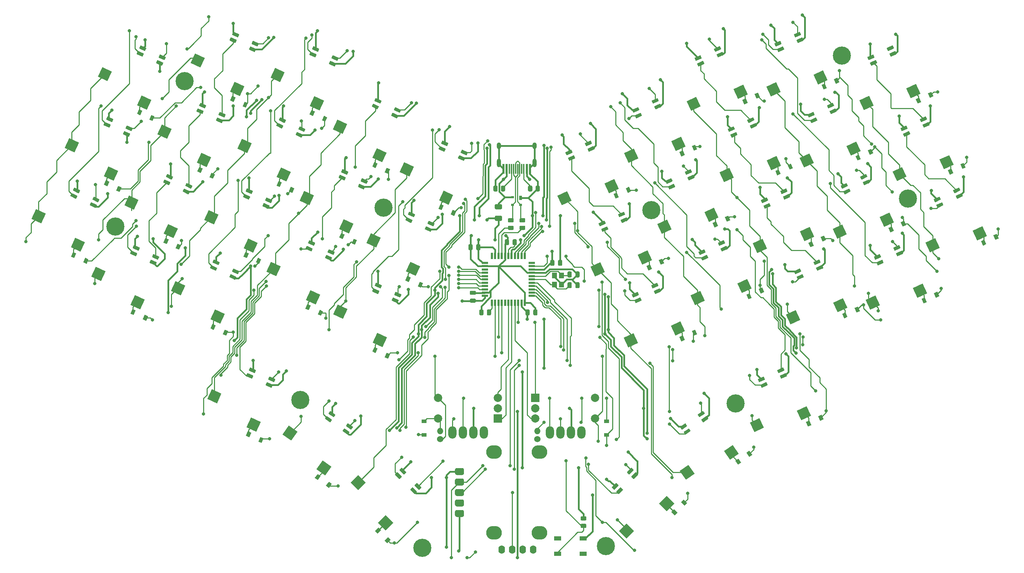
<source format=gbr>
%TF.GenerationSoftware,KiCad,Pcbnew,(5.1.10)-1*%
%TF.CreationDate,2021-08-07T23:48:32-07:00*%
%TF.ProjectId,barobord,6261726f-626f-4726-942e-6b696361645f,rev?*%
%TF.SameCoordinates,Original*%
%TF.FileFunction,Copper,L2,Bot*%
%TF.FilePolarity,Positive*%
%FSLAX46Y46*%
G04 Gerber Fmt 4.6, Leading zero omitted, Abs format (unit mm)*
G04 Created by KiCad (PCBNEW (5.1.10)-1) date 2021-08-07 23:48:32*
%MOMM*%
%LPD*%
G01*
G04 APERTURE LIST*
%TA.AperFunction,ComponentPad*%
%ADD10C,4.400000*%
%TD*%
%TA.AperFunction,SMDPad,CuDef*%
%ADD11C,0.100000*%
%TD*%
%TA.AperFunction,ComponentPad*%
%ADD12O,2.000000X3.000000*%
%TD*%
%TA.AperFunction,ComponentPad*%
%ADD13O,1.524000X1.524000*%
%TD*%
%TA.AperFunction,ComponentPad*%
%ADD14C,1.524000*%
%TD*%
%TA.AperFunction,ComponentPad*%
%ADD15R,2.000000X2.000000*%
%TD*%
%TA.AperFunction,ComponentPad*%
%ADD16C,2.000000*%
%TD*%
%TA.AperFunction,ComponentPad*%
%ADD17O,1.600000X2.000000*%
%TD*%
%TA.AperFunction,SMDPad,CuDef*%
%ADD18R,1.200000X0.900000*%
%TD*%
%TA.AperFunction,ComponentPad*%
%ADD19O,3.800000X3.300000*%
%TD*%
%TA.AperFunction,SMDPad,CuDef*%
%ADD20R,1.200000X1.400000*%
%TD*%
%TA.AperFunction,SMDPad,CuDef*%
%ADD21R,0.600000X2.450000*%
%TD*%
%TA.AperFunction,SMDPad,CuDef*%
%ADD22R,0.300000X2.450000*%
%TD*%
%TA.AperFunction,ComponentPad*%
%ADD23O,1.000000X2.100000*%
%TD*%
%TA.AperFunction,ComponentPad*%
%ADD24O,1.000000X1.600000*%
%TD*%
%TA.AperFunction,SMDPad,CuDef*%
%ADD25R,0.700000X1.000000*%
%TD*%
%TA.AperFunction,SMDPad,CuDef*%
%ADD26R,0.700000X0.600000*%
%TD*%
%TA.AperFunction,SMDPad,CuDef*%
%ADD27R,0.550000X1.500000*%
%TD*%
%TA.AperFunction,SMDPad,CuDef*%
%ADD28R,1.500000X0.550000*%
%TD*%
%TA.AperFunction,SMDPad,CuDef*%
%ADD29R,1.800000X1.100000*%
%TD*%
%TA.AperFunction,ViaPad*%
%ADD30C,0.800000*%
%TD*%
%TA.AperFunction,Conductor*%
%ADD31C,0.381000*%
%TD*%
%TA.AperFunction,Conductor*%
%ADD32C,0.254000*%
%TD*%
G04 APERTURE END LIST*
D10*
%TO.P,REF\u002A\u002A,1*%
%TO.N,N/C*%
X167452593Y-151458404D03*
%TD*%
%TO.P,REF\u002A\u002A,1*%
%TO.N,N/C*%
X123052593Y-151858404D03*
%TD*%
%TO.P,REF\u002A\u002A,1*%
%TO.N,N/C*%
X178452593Y-70058404D03*
%TD*%
%TO.P,REF\u002A\u002A,1*%
%TO.N,N/C*%
X198852593Y-116858404D03*
%TD*%
%TO.P,REF\u002A\u002A,1*%
%TO.N,N/C*%
X240652593Y-67258404D03*
%TD*%
%TO.P,REF\u002A\u002A,1*%
%TO.N,N/C*%
X224652593Y-32658404D03*
%TD*%
%TO.P,REF\u002A\u002A,1*%
%TO.N,N/C*%
X93452593Y-116058404D03*
%TD*%
%TO.P,REF\u002A\u002A,1*%
%TO.N,N/C*%
X113652593Y-69458404D03*
%TD*%
%TO.P,REF\u002A\u002A,1*%
%TO.N,N/C*%
X48652593Y-74058404D03*
%TD*%
%TO.P,REF\u002A\u002A,1*%
%TO.N,N/C*%
X65452593Y-38858404D03*
%TD*%
%TA.AperFunction,SMDPad,CuDef*%
D11*
%TO.P,SW40,1*%
%TO.N,Net-(D40-Pad2)*%
G36*
X242914577Y-91342210D02*
G01*
X241815769Y-88985810D01*
X244172169Y-87887002D01*
X245270977Y-90243402D01*
X242914577Y-91342210D01*
G37*
%TD.AperFunction*%
%TA.AperFunction,SMDPad,CuDef*%
%TO.P,SW40,2*%
%TO.N,col9*%
G36*
X231516962Y-94229573D02*
G01*
X230418154Y-91873173D01*
X232774554Y-90774365D01*
X233873362Y-93130765D01*
X231516962Y-94229573D01*
G37*
%TD.AperFunction*%
%TD*%
%TA.AperFunction,SMDPad,CuDef*%
%TO.P,SW39,1*%
%TO.N,Net-(D39-Pad2)*%
G36*
X223581639Y-94840418D02*
G01*
X222482831Y-92484018D01*
X224839231Y-91385210D01*
X225938039Y-93741610D01*
X223581639Y-94840418D01*
G37*
%TD.AperFunction*%
%TA.AperFunction,SMDPad,CuDef*%
%TO.P,SW39,2*%
%TO.N,col8*%
G36*
X212184024Y-97727781D02*
G01*
X211085216Y-95371381D01*
X213441616Y-94272573D01*
X214540424Y-96628973D01*
X212184024Y-97727781D01*
G37*
%TD.AperFunction*%
%TD*%
%TA.AperFunction,SMDPad,CuDef*%
%TO.P,SW38,1*%
%TO.N,Net-(D38-Pad2)*%
G36*
X214814156Y-120996321D02*
G01*
X213715348Y-118639921D01*
X216071748Y-117541113D01*
X217170556Y-119897513D01*
X214814156Y-120996321D01*
G37*
%TD.AperFunction*%
%TA.AperFunction,SMDPad,CuDef*%
%TO.P,SW38,2*%
%TO.N,col7*%
G36*
X203416541Y-123883684D02*
G01*
X202317733Y-121527284D01*
X204674133Y-120428476D01*
X205772941Y-122784876D01*
X203416541Y-123883684D01*
G37*
%TD.AperFunction*%
%TD*%
%TA.AperFunction,SMDPad,CuDef*%
%TO.P,SW37,1*%
%TO.N,Net-(D37-Pad2)*%
G36*
X197549937Y-130566298D02*
G01*
X196058638Y-128436503D01*
X198188433Y-126945204D01*
X199679732Y-129074999D01*
X197549937Y-130566298D01*
G37*
%TD.AperFunction*%
%TA.AperFunction,SMDPad,CuDef*%
%TO.P,SW37,2*%
%TO.N,col6*%
G36*
X186826862Y-135388971D02*
G01*
X185335563Y-133259176D01*
X187465358Y-131767877D01*
X188956657Y-133897672D01*
X186826862Y-135388971D01*
G37*
%TD.AperFunction*%
%TD*%
%TA.AperFunction,SMDPad,CuDef*%
%TO.P,SW36,1*%
%TO.N,Net-(D36-Pad2)*%
G36*
X182209810Y-142988788D02*
G01*
X180371332Y-141150310D01*
X182209810Y-139311832D01*
X184048288Y-141150310D01*
X182209810Y-142988788D01*
G37*
%TD.AperFunction*%
%TA.AperFunction,SMDPad,CuDef*%
%TO.P,SW36,2*%
%TO.N,col5*%
G36*
X172487092Y-149600236D02*
G01*
X170648614Y-147761758D01*
X172487092Y-145923280D01*
X174325570Y-147761758D01*
X172487092Y-149600236D01*
G37*
%TD.AperFunction*%
%TD*%
%TA.AperFunction,SMDPad,CuDef*%
%TO.P,SW35,1*%
%TO.N,Net-(D35-Pad2)*%
G36*
X112283261Y-145781859D02*
G01*
X114121739Y-143943381D01*
X115960217Y-145781859D01*
X114121739Y-147620337D01*
X112283261Y-145781859D01*
G37*
%TD.AperFunction*%
%TA.AperFunction,SMDPad,CuDef*%
%TO.P,SW35,2*%
%TO.N,col4*%
G36*
X105671813Y-136059141D02*
G01*
X107510291Y-134220663D01*
X109348769Y-136059141D01*
X107510291Y-137897619D01*
X105671813Y-136059141D01*
G37*
%TD.AperFunction*%
%TD*%
%TA.AperFunction,SMDPad,CuDef*%
%TO.P,SW34,1*%
%TO.N,Net-(D34-Pad2)*%
G36*
X97385714Y-132831924D02*
G01*
X98877013Y-130702129D01*
X101006808Y-132193428D01*
X99515509Y-134323223D01*
X97385714Y-132831924D01*
G37*
%TD.AperFunction*%
%TA.AperFunction,SMDPad,CuDef*%
%TO.P,SW34,2*%
%TO.N,col3*%
G36*
X89186376Y-124404982D02*
G01*
X90677675Y-122275187D01*
X92807470Y-123766486D01*
X91316171Y-125896281D01*
X89186376Y-124404982D01*
G37*
%TD.AperFunction*%
%TD*%
%TA.AperFunction,SMDPad,CuDef*%
%TO.P,SW33,1*%
%TO.N,Net-(D33-Pad2)*%
G36*
X80465760Y-122665662D02*
G01*
X81564568Y-120309262D01*
X83920968Y-121408070D01*
X82822160Y-123764470D01*
X80465760Y-122665662D01*
G37*
%TD.AperFunction*%
%TA.AperFunction,SMDPad,CuDef*%
%TO.P,SW33,2*%
%TO.N,col2*%
G36*
X70927666Y-115790544D02*
G01*
X72026474Y-113434144D01*
X74382874Y-114532952D01*
X73284066Y-116889352D01*
X70927666Y-115790544D01*
G37*
%TD.AperFunction*%
%TD*%
%TA.AperFunction,SMDPad,CuDef*%
%TO.P,SW32,1*%
%TO.N,Net-(D32-Pad2)*%
G36*
X71698277Y-96509759D02*
G01*
X72797085Y-94153359D01*
X75153485Y-95252167D01*
X74054677Y-97608567D01*
X71698277Y-96509759D01*
G37*
%TD.AperFunction*%
%TA.AperFunction,SMDPad,CuDef*%
%TO.P,SW32,2*%
%TO.N,col1*%
G36*
X62160183Y-89634641D02*
G01*
X63258991Y-87278241D01*
X65615391Y-88377049D01*
X64516583Y-90733449D01*
X62160183Y-89634641D01*
G37*
%TD.AperFunction*%
%TD*%
%TA.AperFunction,SMDPad,CuDef*%
%TO.P,SW31,1*%
%TO.N,Net-(D31-Pad2)*%
G36*
X52365339Y-93011551D02*
G01*
X53464147Y-90655151D01*
X55820547Y-91753959D01*
X54721739Y-94110359D01*
X52365339Y-93011551D01*
G37*
%TD.AperFunction*%
%TA.AperFunction,SMDPad,CuDef*%
%TO.P,SW31,2*%
%TO.N,col0*%
G36*
X42827245Y-86136433D02*
G01*
X43926053Y-83780033D01*
X46282453Y-84878841D01*
X45183645Y-87235241D01*
X42827245Y-86136433D01*
G37*
%TD.AperFunction*%
%TD*%
%TA.AperFunction,SMDPad,CuDef*%
%TO.P,SW30,1*%
%TO.N,Net-(D30-Pad2)*%
G36*
X257387405Y-77421463D02*
G01*
X256288597Y-75065063D01*
X258644997Y-73966255D01*
X259743805Y-76322655D01*
X257387405Y-77421463D01*
G37*
%TD.AperFunction*%
%TA.AperFunction,SMDPad,CuDef*%
%TO.P,SW30,2*%
%TO.N,col9*%
G36*
X245989790Y-80308826D02*
G01*
X244890982Y-77952426D01*
X247247382Y-76853618D01*
X248346190Y-79210018D01*
X245989790Y-80308826D01*
G37*
%TD.AperFunction*%
%TD*%
%TA.AperFunction,SMDPad,CuDef*%
%TO.P,SW29,1*%
%TO.N,Net-(D29-Pad2)*%
G36*
X234884830Y-74122363D02*
G01*
X233786022Y-71765963D01*
X236142422Y-70667155D01*
X237241230Y-73023555D01*
X234884830Y-74122363D01*
G37*
%TD.AperFunction*%
%TA.AperFunction,SMDPad,CuDef*%
%TO.P,SW29,2*%
%TO.N,col8*%
G36*
X223487215Y-77009726D02*
G01*
X222388407Y-74653326D01*
X224744807Y-73554518D01*
X225843615Y-75910918D01*
X223487215Y-77009726D01*
G37*
%TD.AperFunction*%
%TD*%
%TA.AperFunction,SMDPad,CuDef*%
%TO.P,SW28,1*%
%TO.N,Net-(D28-Pad2)*%
G36*
X215551892Y-77620571D02*
G01*
X214453084Y-75264171D01*
X216809484Y-74165363D01*
X217908292Y-76521763D01*
X215551892Y-77620571D01*
G37*
%TD.AperFunction*%
%TA.AperFunction,SMDPad,CuDef*%
%TO.P,SW28,2*%
%TO.N,col7*%
G36*
X204154277Y-80507934D02*
G01*
X203055469Y-78151534D01*
X205411869Y-77052726D01*
X206510677Y-79409126D01*
X204154277Y-80507934D01*
G37*
%TD.AperFunction*%
%TD*%
%TA.AperFunction,SMDPad,CuDef*%
%TO.P,SW27,1*%
%TO.N,Net-(D27-Pad2)*%
G36*
X200445136Y-90181857D02*
G01*
X199346328Y-87825457D01*
X201702728Y-86726649D01*
X202801536Y-89083049D01*
X200445136Y-90181857D01*
G37*
%TD.AperFunction*%
%TA.AperFunction,SMDPad,CuDef*%
%TO.P,SW27,2*%
%TO.N,col6*%
G36*
X189047521Y-93069220D02*
G01*
X187948713Y-90712820D01*
X190305113Y-89614012D01*
X191403921Y-91970412D01*
X189047521Y-93069220D01*
G37*
%TD.AperFunction*%
%TD*%
%TA.AperFunction,SMDPad,CuDef*%
%TO.P,SW26,1*%
%TO.N,Net-(D26-Pad2)*%
G36*
X184281834Y-100477373D02*
G01*
X183183026Y-98120973D01*
X185539426Y-97022165D01*
X186638234Y-99378565D01*
X184281834Y-100477373D01*
G37*
%TD.AperFunction*%
%TA.AperFunction,SMDPad,CuDef*%
%TO.P,SW26,2*%
%TO.N,col5*%
G36*
X172884219Y-103364736D02*
G01*
X171785411Y-101008336D01*
X174141811Y-99909528D01*
X175240619Y-102265928D01*
X172884219Y-103364736D01*
G37*
%TD.AperFunction*%
%TD*%
%TA.AperFunction,SMDPad,CuDef*%
%TO.P,SW25,1*%
%TO.N,Net-(D25-Pad2)*%
G36*
X110998082Y-102146714D02*
G01*
X112096890Y-99790314D01*
X114453290Y-100889122D01*
X113354482Y-103245522D01*
X110998082Y-102146714D01*
G37*
%TD.AperFunction*%
%TA.AperFunction,SMDPad,CuDef*%
%TO.P,SW25,2*%
%TO.N,col4*%
G36*
X101459988Y-95271596D02*
G01*
X102558796Y-92915196D01*
X104915196Y-94014004D01*
X103816388Y-96370404D01*
X101459988Y-95271596D01*
G37*
%TD.AperFunction*%
%TD*%
%TA.AperFunction,SMDPad,CuDef*%
%TO.P,SW24,1*%
%TO.N,Net-(D24-Pad2)*%
G36*
X94834780Y-91851198D02*
G01*
X95933588Y-89494798D01*
X98289988Y-90593606D01*
X97191180Y-92950006D01*
X94834780Y-91851198D01*
G37*
%TD.AperFunction*%
%TA.AperFunction,SMDPad,CuDef*%
%TO.P,SW24,2*%
%TO.N,col3*%
G36*
X85296686Y-84976080D02*
G01*
X86395494Y-82619680D01*
X88751894Y-83718488D01*
X87653086Y-86074888D01*
X85296686Y-84976080D01*
G37*
%TD.AperFunction*%
%TD*%
%TA.AperFunction,SMDPad,CuDef*%
%TO.P,SW23,1*%
%TO.N,Net-(D23-Pad2)*%
G36*
X79728024Y-79289912D02*
G01*
X80826832Y-76933512D01*
X83183232Y-78032320D01*
X82084424Y-80388720D01*
X79728024Y-79289912D01*
G37*
%TD.AperFunction*%
%TA.AperFunction,SMDPad,CuDef*%
%TO.P,SW23,2*%
%TO.N,col2*%
G36*
X70189930Y-72414794D02*
G01*
X71288738Y-70058394D01*
X73645138Y-71157202D01*
X72546330Y-73513602D01*
X70189930Y-72414794D01*
G37*
%TD.AperFunction*%
%TD*%
%TA.AperFunction,SMDPad,CuDef*%
%TO.P,SW22,1*%
%TO.N,Net-(D22-Pad2)*%
G36*
X60395086Y-75791704D02*
G01*
X61493894Y-73435304D01*
X63850294Y-74534112D01*
X62751486Y-76890512D01*
X60395086Y-75791704D01*
G37*
%TD.AperFunction*%
%TA.AperFunction,SMDPad,CuDef*%
%TO.P,SW22,2*%
%TO.N,col1*%
G36*
X50856992Y-68916586D02*
G01*
X51955800Y-66560186D01*
X54312200Y-67658994D01*
X53213392Y-70015394D01*
X50856992Y-68916586D01*
G37*
%TD.AperFunction*%
%TD*%
%TA.AperFunction,SMDPad,CuDef*%
%TO.P,SW21,1*%
%TO.N,Net-(D21-Pad2)*%
G36*
X37892511Y-79090804D02*
G01*
X38991319Y-76734404D01*
X41347719Y-77833212D01*
X40248911Y-80189612D01*
X37892511Y-79090804D01*
G37*
%TD.AperFunction*%
%TA.AperFunction,SMDPad,CuDef*%
%TO.P,SW21,2*%
%TO.N,col0*%
G36*
X28354417Y-72215686D02*
G01*
X29453225Y-69859286D01*
X31809625Y-70958094D01*
X30710817Y-73314494D01*
X28354417Y-72215686D01*
G37*
%TD.AperFunction*%
%TD*%
%TA.AperFunction,SMDPad,CuDef*%
%TO.P,SW20,1*%
%TO.N,Net-(D20-Pad2)*%
G36*
X249357658Y-60201616D02*
G01*
X248258850Y-57845216D01*
X250615250Y-56746408D01*
X251714058Y-59102808D01*
X249357658Y-60201616D01*
G37*
%TD.AperFunction*%
%TA.AperFunction,SMDPad,CuDef*%
%TO.P,SW20,2*%
%TO.N,col9*%
G36*
X237960043Y-63088979D02*
G01*
X236861235Y-60732579D01*
X239217635Y-59633771D01*
X240316443Y-61990171D01*
X237960043Y-63088979D01*
G37*
%TD.AperFunction*%
%TD*%
%TA.AperFunction,SMDPad,CuDef*%
%TO.P,SW19,1*%
%TO.N,Net-(D19-Pad2)*%
G36*
X226855083Y-56902516D02*
G01*
X225756275Y-54546116D01*
X228112675Y-53447308D01*
X229211483Y-55803708D01*
X226855083Y-56902516D01*
G37*
%TD.AperFunction*%
%TA.AperFunction,SMDPad,CuDef*%
%TO.P,SW19,2*%
%TO.N,col8*%
G36*
X215457468Y-59789879D02*
G01*
X214358660Y-57433479D01*
X216715060Y-56334671D01*
X217813868Y-58691071D01*
X215457468Y-59789879D01*
G37*
%TD.AperFunction*%
%TD*%
%TA.AperFunction,SMDPad,CuDef*%
%TO.P,SW18,1*%
%TO.N,Net-(D18-Pad2)*%
G36*
X207522145Y-60400724D02*
G01*
X206423337Y-58044324D01*
X208779737Y-56945516D01*
X209878545Y-59301916D01*
X207522145Y-60400724D01*
G37*
%TD.AperFunction*%
%TA.AperFunction,SMDPad,CuDef*%
%TO.P,SW18,2*%
%TO.N,col7*%
G36*
X196124530Y-63288087D02*
G01*
X195025722Y-60931687D01*
X197382122Y-59832879D01*
X198480930Y-62189279D01*
X196124530Y-63288087D01*
G37*
%TD.AperFunction*%
%TD*%
%TA.AperFunction,SMDPad,CuDef*%
%TO.P,SW17,1*%
%TO.N,Net-(D17-Pad2)*%
G36*
X192415389Y-72962009D02*
G01*
X191316581Y-70605609D01*
X193672981Y-69506801D01*
X194771789Y-71863201D01*
X192415389Y-72962009D01*
G37*
%TD.AperFunction*%
%TA.AperFunction,SMDPad,CuDef*%
%TO.P,SW17,2*%
%TO.N,col6*%
G36*
X181017774Y-75849372D02*
G01*
X179918966Y-73492972D01*
X182275366Y-72394164D01*
X183374174Y-74750564D01*
X181017774Y-75849372D01*
G37*
%TD.AperFunction*%
%TD*%
%TA.AperFunction,SMDPad,CuDef*%
%TO.P,SW16,1*%
%TO.N,Net-(D16-Pad2)*%
G36*
X176252088Y-83257526D02*
G01*
X175153280Y-80901126D01*
X177509680Y-79802318D01*
X178608488Y-82158718D01*
X176252088Y-83257526D01*
G37*
%TD.AperFunction*%
%TA.AperFunction,SMDPad,CuDef*%
%TO.P,SW16,2*%
%TO.N,col5*%
G36*
X164854473Y-86144889D02*
G01*
X163755665Y-83788489D01*
X166112065Y-82689681D01*
X167210873Y-85046081D01*
X164854473Y-86144889D01*
G37*
%TD.AperFunction*%
%TD*%
%TA.AperFunction,SMDPad,CuDef*%
%TO.P,SW15,1*%
%TO.N,Net-(D15-Pad2)*%
G36*
X119027828Y-84926867D02*
G01*
X120126636Y-82570467D01*
X122483036Y-83669275D01*
X121384228Y-86025675D01*
X119027828Y-84926867D01*
G37*
%TD.AperFunction*%
%TA.AperFunction,SMDPad,CuDef*%
%TO.P,SW15,2*%
%TO.N,col4*%
G36*
X109489734Y-78051749D02*
G01*
X110588542Y-75695349D01*
X112944942Y-76794157D01*
X111846134Y-79150557D01*
X109489734Y-78051749D01*
G37*
%TD.AperFunction*%
%TD*%
%TA.AperFunction,SMDPad,CuDef*%
%TO.P,SW14,1*%
%TO.N,Net-(D14-Pad2)*%
G36*
X102864527Y-74631350D02*
G01*
X103963335Y-72274950D01*
X106319735Y-73373758D01*
X105220927Y-75730158D01*
X102864527Y-74631350D01*
G37*
%TD.AperFunction*%
%TA.AperFunction,SMDPad,CuDef*%
%TO.P,SW14,2*%
%TO.N,col3*%
G36*
X93326433Y-67756232D02*
G01*
X94425241Y-65399832D01*
X96781641Y-66498640D01*
X95682833Y-68855040D01*
X93326433Y-67756232D01*
G37*
%TD.AperFunction*%
%TD*%
%TA.AperFunction,SMDPad,CuDef*%
%TO.P,SW13,1*%
%TO.N,Net-(D13-Pad2)*%
G36*
X87757771Y-62070065D02*
G01*
X88856579Y-59713665D01*
X91212979Y-60812473D01*
X90114171Y-63168873D01*
X87757771Y-62070065D01*
G37*
%TD.AperFunction*%
%TA.AperFunction,SMDPad,CuDef*%
%TO.P,SW13,2*%
%TO.N,col2*%
G36*
X78219677Y-55194947D02*
G01*
X79318485Y-52838547D01*
X81674885Y-53937355D01*
X80576077Y-56293755D01*
X78219677Y-55194947D01*
G37*
%TD.AperFunction*%
%TD*%
%TA.AperFunction,SMDPad,CuDef*%
%TO.P,SW12,1*%
%TO.N,Net-(D12-Pad2)*%
G36*
X68424833Y-58571857D02*
G01*
X69523641Y-56215457D01*
X71880041Y-57314265D01*
X70781233Y-59670665D01*
X68424833Y-58571857D01*
G37*
%TD.AperFunction*%
%TA.AperFunction,SMDPad,CuDef*%
%TO.P,SW12,2*%
%TO.N,col1*%
G36*
X58886739Y-51696739D02*
G01*
X59985547Y-49340339D01*
X62341947Y-50439147D01*
X61243139Y-52795547D01*
X58886739Y-51696739D01*
G37*
%TD.AperFunction*%
%TD*%
%TA.AperFunction,SMDPad,CuDef*%
%TO.P,SW11,1*%
%TO.N,Net-(D11-Pad2)*%
G36*
X45922258Y-61870957D02*
G01*
X47021066Y-59514557D01*
X49377466Y-60613365D01*
X48278658Y-62969765D01*
X45922258Y-61870957D01*
G37*
%TD.AperFunction*%
%TA.AperFunction,SMDPad,CuDef*%
%TO.P,SW11,2*%
%TO.N,col0*%
G36*
X36384164Y-54995839D02*
G01*
X37482972Y-52639439D01*
X39839372Y-53738247D01*
X38740564Y-56094647D01*
X36384164Y-54995839D01*
G37*
%TD.AperFunction*%
%TD*%
%TA.AperFunction,SMDPad,CuDef*%
%TO.P,SW10,1*%
%TO.N,Net-(D10-Pad2)*%
G36*
X241327911Y-42981769D02*
G01*
X240229103Y-40625369D01*
X242585503Y-39526561D01*
X243684311Y-41882961D01*
X241327911Y-42981769D01*
G37*
%TD.AperFunction*%
%TA.AperFunction,SMDPad,CuDef*%
%TO.P,SW10,2*%
%TO.N,col9*%
G36*
X229930296Y-45869132D02*
G01*
X228831488Y-43512732D01*
X231187888Y-42413924D01*
X232286696Y-44770324D01*
X229930296Y-45869132D01*
G37*
%TD.AperFunction*%
%TD*%
%TA.AperFunction,SMDPad,CuDef*%
%TO.P,SW9,1*%
%TO.N,Net-(D9-Pad2)*%
G36*
X218825336Y-39682669D02*
G01*
X217726528Y-37326269D01*
X220082928Y-36227461D01*
X221181736Y-38583861D01*
X218825336Y-39682669D01*
G37*
%TD.AperFunction*%
%TA.AperFunction,SMDPad,CuDef*%
%TO.P,SW9,2*%
%TO.N,col8*%
G36*
X207427721Y-42570032D02*
G01*
X206328913Y-40213632D01*
X208685313Y-39114824D01*
X209784121Y-41471224D01*
X207427721Y-42570032D01*
G37*
%TD.AperFunction*%
%TD*%
%TA.AperFunction,SMDPad,CuDef*%
%TO.P,SW8,1*%
%TO.N,Net-(D8-Pad2)*%
G36*
X199492398Y-43180877D02*
G01*
X198393590Y-40824477D01*
X200749990Y-39725669D01*
X201848798Y-42082069D01*
X199492398Y-43180877D01*
G37*
%TD.AperFunction*%
%TA.AperFunction,SMDPad,CuDef*%
%TO.P,SW8,2*%
%TO.N,col7*%
G36*
X188094783Y-46068240D02*
G01*
X186995975Y-43711840D01*
X189352375Y-42613032D01*
X190451183Y-44969432D01*
X188094783Y-46068240D01*
G37*
%TD.AperFunction*%
%TD*%
%TA.AperFunction,SMDPad,CuDef*%
%TO.P,SW7,1*%
%TO.N,Net-(D7-Pad2)*%
G36*
X184385642Y-55742162D02*
G01*
X183286834Y-53385762D01*
X185643234Y-52286954D01*
X186742042Y-54643354D01*
X184385642Y-55742162D01*
G37*
%TD.AperFunction*%
%TA.AperFunction,SMDPad,CuDef*%
%TO.P,SW7,2*%
%TO.N,col6*%
G36*
X172988027Y-58629525D02*
G01*
X171889219Y-56273125D01*
X174245619Y-55174317D01*
X175344427Y-57530717D01*
X172988027Y-58629525D01*
G37*
%TD.AperFunction*%
%TD*%
%TA.AperFunction,SMDPad,CuDef*%
%TO.P,SW6,2*%
%TO.N,col5*%
G36*
X156824726Y-68925042D02*
G01*
X155725918Y-66568642D01*
X158082318Y-65469834D01*
X159181126Y-67826234D01*
X156824726Y-68925042D01*
G37*
%TD.AperFunction*%
%TA.AperFunction,SMDPad,CuDef*%
%TO.P,SW6,1*%
%TO.N,Net-(D6-Pad2)*%
G36*
X168222341Y-66037679D02*
G01*
X167123533Y-63681279D01*
X169479933Y-62582471D01*
X170578741Y-64938871D01*
X168222341Y-66037679D01*
G37*
%TD.AperFunction*%
%TD*%
%TA.AperFunction,SMDPad,CuDef*%
%TO.P,SW5,1*%
%TO.N,Net-(D5-Pad2)*%
G36*
X127057575Y-67707020D02*
G01*
X128156383Y-65350620D01*
X130512783Y-66449428D01*
X129413975Y-68805828D01*
X127057575Y-67707020D01*
G37*
%TD.AperFunction*%
%TA.AperFunction,SMDPad,CuDef*%
%TO.P,SW5,2*%
%TO.N,col4*%
G36*
X117519481Y-60831902D02*
G01*
X118618289Y-58475502D01*
X120974689Y-59574310D01*
X119875881Y-61930710D01*
X117519481Y-60831902D01*
G37*
%TD.AperFunction*%
%TD*%
%TA.AperFunction,SMDPad,CuDef*%
%TO.P,SW4,1*%
%TO.N,Net-(D4-Pad2)*%
G36*
X110894274Y-57411503D02*
G01*
X111993082Y-55055103D01*
X114349482Y-56153911D01*
X113250674Y-58510311D01*
X110894274Y-57411503D01*
G37*
%TD.AperFunction*%
%TA.AperFunction,SMDPad,CuDef*%
%TO.P,SW4,2*%
%TO.N,col3*%
G36*
X101356180Y-50536385D02*
G01*
X102454988Y-48179985D01*
X104811388Y-49278793D01*
X103712580Y-51635193D01*
X101356180Y-50536385D01*
G37*
%TD.AperFunction*%
%TD*%
%TA.AperFunction,SMDPad,CuDef*%
%TO.P,SW3,1*%
%TO.N,Net-(D3-Pad2)*%
G36*
X95787518Y-44850218D02*
G01*
X96886326Y-42493818D01*
X99242726Y-43592626D01*
X98143918Y-45949026D01*
X95787518Y-44850218D01*
G37*
%TD.AperFunction*%
%TA.AperFunction,SMDPad,CuDef*%
%TO.P,SW3,2*%
%TO.N,col2*%
G36*
X86249424Y-37975100D02*
G01*
X87348232Y-35618700D01*
X89704632Y-36717508D01*
X88605824Y-39073908D01*
X86249424Y-37975100D01*
G37*
%TD.AperFunction*%
%TD*%
%TA.AperFunction,SMDPad,CuDef*%
%TO.P,SW2,1*%
%TO.N,Net-(D2-Pad2)*%
G36*
X76454580Y-41352010D02*
G01*
X77553388Y-38995610D01*
X79909788Y-40094418D01*
X78810980Y-42450818D01*
X76454580Y-41352010D01*
G37*
%TD.AperFunction*%
%TA.AperFunction,SMDPad,CuDef*%
%TO.P,SW2,2*%
%TO.N,col1*%
G36*
X66916486Y-34476892D02*
G01*
X68015294Y-32120492D01*
X70371694Y-33219300D01*
X69272886Y-35575700D01*
X66916486Y-34476892D01*
G37*
%TD.AperFunction*%
%TD*%
%TA.AperFunction,SMDPad,CuDef*%
%TO.P,SW1,1*%
%TO.N,Net-(D1-Pad2)*%
G36*
X53952005Y-44651110D02*
G01*
X55050813Y-42294710D01*
X57407213Y-43393518D01*
X56308405Y-45749918D01*
X53952005Y-44651110D01*
G37*
%TD.AperFunction*%
%TA.AperFunction,SMDPad,CuDef*%
%TO.P,SW1,2*%
%TO.N,col0*%
G36*
X44413911Y-37775992D02*
G01*
X45512719Y-35419592D01*
X47869119Y-36518400D01*
X46770311Y-38874800D01*
X44413911Y-37775992D01*
G37*
%TD.AperFunction*%
%TD*%
%TO.P,D59,3*%
%TO.N,GND*%
%TA.AperFunction,SMDPad,CuDef*%
G36*
G01*
X101493458Y-120240985D02*
X100317156Y-119417329D01*
G75*
G02*
X100297019Y-119303126I47033J67170D01*
G01*
X100673285Y-118765762D01*
G75*
G02*
X100787488Y-118745625I67170J-47033D01*
G01*
X101963790Y-119569281D01*
G75*
G02*
X101983927Y-119683484I-47033J-67170D01*
G01*
X101607661Y-120220848D01*
G75*
G02*
X101493458Y-120240985I-67170J47033D01*
G01*
G37*
%TD.AperFunction*%
%TO.P,D59,4*%
%TO.N,Net-(D58-Pad2)*%
%TA.AperFunction,SMDPad,CuDef*%
G36*
G01*
X100633093Y-121469713D02*
X99456791Y-120646057D01*
G75*
G02*
X99436654Y-120531854I47033J67170D01*
G01*
X99812920Y-119994490D01*
G75*
G02*
X99927123Y-119974353I67170J-47033D01*
G01*
X101103425Y-120798009D01*
G75*
G02*
X101123562Y-120912212I-47033J-67170D01*
G01*
X100747296Y-121449576D01*
G75*
G02*
X100633093Y-121469713I-67170J47033D01*
G01*
G37*
%TD.AperFunction*%
%TO.P,D59,2*%
%TO.N,Net-(D59-Pad2)*%
%TA.AperFunction,SMDPad,CuDef*%
G36*
G01*
X105753048Y-123223582D02*
X104576746Y-122399926D01*
G75*
G02*
X104556609Y-122285723I47033J67170D01*
G01*
X104932875Y-121748359D01*
G75*
G02*
X105047078Y-121728222I67170J-47033D01*
G01*
X106223380Y-122551878D01*
G75*
G02*
X106243517Y-122666081I-47033J-67170D01*
G01*
X105867251Y-123203445D01*
G75*
G02*
X105753048Y-123223582I-67170J47033D01*
G01*
G37*
%TD.AperFunction*%
%TO.P,D59,1*%
%TO.N,+5V*%
%TA.AperFunction,SMDPad,CuDef*%
G36*
G01*
X104892684Y-124452310D02*
X103716382Y-123628654D01*
G75*
G02*
X103696245Y-123514451I47033J67170D01*
G01*
X104072511Y-122977087D01*
G75*
G02*
X104186714Y-122956950I67170J-47033D01*
G01*
X105363016Y-123780606D01*
G75*
G02*
X105383153Y-123894809I-47033J-67170D01*
G01*
X105006887Y-124432173D01*
G75*
G02*
X104892684Y-124452310I-67170J47033D01*
G01*
G37*
%TD.AperFunction*%
%TD*%
D12*
%TO.P,SW45,NC*%
%TO.N,Net-(SW45-PadNC)*%
X161522593Y-123908404D03*
%TO.P,SW45,C*%
%TO.N,GND*%
X158982593Y-123908404D03*
%TO.P,SW45,B*%
%TO.N,ENC2B*%
X156442593Y-123908404D03*
%TO.P,SW45,A*%
%TO.N,ENC2A*%
X153902593Y-123908404D03*
D13*
%TO.P,SW45,S2*%
%TO.N,Net-(D82-Pad2)*%
X150902593Y-123558404D03*
D14*
%TO.P,SW45,S1*%
%TO.N,col10*%
X150902593Y-125558404D03*
%TD*%
D15*
%TO.P,SW43,A*%
%TO.N,ENC2A*%
X150352593Y-115558404D03*
D16*
%TO.P,SW43,C*%
%TO.N,GND*%
X150352593Y-118058404D03*
%TO.P,SW43,B*%
%TO.N,ENC2B*%
X150352593Y-120558404D03*
%TO.P,SW43,S2*%
%TO.N,Net-(D82-Pad2)*%
X164852593Y-115558404D03*
%TO.P,SW43,S1*%
%TO.N,col10*%
X164852593Y-120558404D03*
%TD*%
D15*
%TO.P,SW42,A*%
%TO.N,ENC1A*%
X141352593Y-120558404D03*
D16*
%TO.P,SW42,C*%
%TO.N,GND*%
X141352593Y-118058404D03*
%TO.P,SW42,B*%
%TO.N,ENC1B*%
X141352593Y-115558404D03*
%TO.P,SW42,S2*%
%TO.N,Net-(D81-Pad2)*%
X126852593Y-120558404D03*
%TO.P,SW42,S1*%
%TO.N,col10*%
X126852593Y-115558404D03*
%TD*%
D12*
%TO.P,SW44,NC*%
%TO.N,Net-(SW44-PadNC)*%
X137922593Y-123908404D03*
%TO.P,SW44,C*%
%TO.N,GND*%
X135382593Y-123908404D03*
%TO.P,SW44,B*%
%TO.N,ENC1B*%
X132842593Y-123908404D03*
%TO.P,SW44,A*%
%TO.N,ENC1A*%
X130302593Y-123908404D03*
D13*
%TO.P,SW44,S2*%
%TO.N,Net-(D81-Pad2)*%
X127302593Y-123558404D03*
D14*
%TO.P,SW44,S1*%
%TO.N,col10*%
X127302593Y-125558404D03*
%TD*%
D17*
%TO.P,Brd1,2*%
%TO.N,+5V*%
X147332593Y-152258404D03*
%TO.P,Brd1,1*%
%TO.N,GND*%
X149872593Y-152258404D03*
%TO.P,Brd1,3*%
%TO.N,scl*%
X144792593Y-152258404D03*
%TO.P,Brd1,4*%
%TO.N,sda*%
X142252593Y-152258404D03*
%TD*%
D18*
%TO.P,D82,2*%
%TO.N,Net-(D82-Pad2)*%
X167652593Y-121208404D03*
%TO.P,D82,1*%
%TO.N,row3*%
X167652593Y-124508404D03*
%TD*%
%TO.P,D81,2*%
%TO.N,Net-(D81-Pad2)*%
X123452593Y-121208404D03*
%TO.P,D81,1*%
%TO.N,row2*%
X123452593Y-124508404D03*
%TD*%
D19*
%TO.P,J1,9*%
%TO.N,N/C*%
X140352593Y-128658404D03*
%TO.P,J1,8*%
X151352593Y-128658404D03*
%TO.P,J1,7*%
X151352593Y-148258404D03*
%TO.P,J1,6*%
X140352593Y-148258404D03*
%TO.P,J1,1*%
%TO.N,+5V*%
%TA.AperFunction,ComponentPad*%
G36*
G01*
X133128593Y-132953404D02*
X133128593Y-133803404D01*
G75*
G02*
X132703593Y-134228404I-425000J0D01*
G01*
X131353593Y-134228404D01*
G75*
G02*
X130928593Y-133803404I0J425000D01*
G01*
X130928593Y-132953404D01*
G75*
G02*
X131353593Y-132528404I425000J0D01*
G01*
X132703593Y-132528404D01*
G75*
G02*
X133128593Y-132953404I0J-425000D01*
G01*
G37*
%TD.AperFunction*%
%TO.P,J1,2*%
%TO.N,sda*%
%TA.AperFunction,ComponentPad*%
G36*
G01*
X132703593Y-136768404D02*
X131353593Y-136768404D01*
G75*
G02*
X130928593Y-136343404I0J425000D01*
G01*
X130928593Y-135493404D01*
G75*
G02*
X131353593Y-135068404I425000J0D01*
G01*
X132703593Y-135068404D01*
G75*
G02*
X133128593Y-135493404I0J-425000D01*
G01*
X133128593Y-136343404D01*
G75*
G02*
X132703593Y-136768404I-425000J0D01*
G01*
G37*
%TD.AperFunction*%
%TO.P,J1,3*%
%TO.N,scl*%
%TA.AperFunction,ComponentPad*%
G36*
G01*
X132703593Y-139308404D02*
X131353593Y-139308404D01*
G75*
G02*
X130928593Y-138883404I0J425000D01*
G01*
X130928593Y-138033404D01*
G75*
G02*
X131353593Y-137608404I425000J0D01*
G01*
X132703593Y-137608404D01*
G75*
G02*
X133128593Y-138033404I0J-425000D01*
G01*
X133128593Y-138883404D01*
G75*
G02*
X132703593Y-139308404I-425000J0D01*
G01*
G37*
%TD.AperFunction*%
%TO.P,J1,4*%
%TO.N,Net-(J1-Pad4)*%
%TA.AperFunction,ComponentPad*%
G36*
G01*
X132703593Y-141848404D02*
X131353593Y-141848404D01*
G75*
G02*
X130928593Y-141423404I0J425000D01*
G01*
X130928593Y-140573404D01*
G75*
G02*
X131353593Y-140148404I425000J0D01*
G01*
X132703593Y-140148404D01*
G75*
G02*
X133128593Y-140573404I0J-425000D01*
G01*
X133128593Y-141423404D01*
G75*
G02*
X132703593Y-141848404I-425000J0D01*
G01*
G37*
%TD.AperFunction*%
%TO.P,J1,5*%
%TO.N,GND*%
%TA.AperFunction,ComponentPad*%
G36*
G01*
X132703593Y-144388404D02*
X131353593Y-144388404D01*
G75*
G02*
X130928593Y-143963404I0J425000D01*
G01*
X130928593Y-143113404D01*
G75*
G02*
X131353593Y-142688404I425000J0D01*
G01*
X132703593Y-142688404D01*
G75*
G02*
X133128593Y-143113404I0J-425000D01*
G01*
X133128593Y-143963404D01*
G75*
G02*
X132703593Y-144388404I-425000J0D01*
G01*
G37*
%TD.AperFunction*%
%TD*%
%TO.P,D56,3*%
%TO.N,GND*%
%TA.AperFunction,SMDPad,CuDef*%
G36*
G01*
X120886772Y-71813910D02*
X119585314Y-71207030D01*
G75*
G02*
X119545652Y-71098058I34655J74317D01*
G01*
X119822890Y-70503520D01*
G75*
G02*
X119931862Y-70463858I74317J-34655D01*
G01*
X121233320Y-71070738D01*
G75*
G02*
X121272982Y-71179710I-34655J-74317D01*
G01*
X120995744Y-71774248D01*
G75*
G02*
X120886772Y-71813910I-74317J34655D01*
G01*
G37*
%TD.AperFunction*%
%TO.P,D56,4*%
%TO.N,Net-(D55-Pad2)*%
%TA.AperFunction,SMDPad,CuDef*%
G36*
G01*
X120252844Y-73173372D02*
X118951386Y-72566492D01*
G75*
G02*
X118911724Y-72457520I34655J74317D01*
G01*
X119188962Y-71862982D01*
G75*
G02*
X119297934Y-71823320I74317J-34655D01*
G01*
X120599392Y-72430200D01*
G75*
G02*
X120639054Y-72539172I-34655J-74317D01*
G01*
X120361816Y-73133710D01*
G75*
G02*
X120252844Y-73173372I-74317J34655D01*
G01*
G37*
%TD.AperFunction*%
%TO.P,D56,2*%
%TO.N,Net-(D56-Pad2)*%
%TA.AperFunction,SMDPad,CuDef*%
G36*
G01*
X125599572Y-74011525D02*
X124298114Y-73404645D01*
G75*
G02*
X124258452Y-73295673I34655J74317D01*
G01*
X124535690Y-72701135D01*
G75*
G02*
X124644662Y-72661473I74317J-34655D01*
G01*
X125946120Y-73268353D01*
G75*
G02*
X125985782Y-73377325I-34655J-74317D01*
G01*
X125708544Y-73971863D01*
G75*
G02*
X125599572Y-74011525I-74317J34655D01*
G01*
G37*
%TD.AperFunction*%
%TO.P,D56,1*%
%TO.N,+5V*%
%TA.AperFunction,SMDPad,CuDef*%
G36*
G01*
X124965645Y-75370987D02*
X123664187Y-74764107D01*
G75*
G02*
X123624525Y-74655135I34655J74317D01*
G01*
X123901763Y-74060597D01*
G75*
G02*
X124010735Y-74020935I74317J-34655D01*
G01*
X125312193Y-74627815D01*
G75*
G02*
X125351855Y-74736787I-34655J-74317D01*
G01*
X125074617Y-75331325D01*
G75*
G02*
X124965645Y-75370987I-74317J34655D01*
G01*
G37*
%TD.AperFunction*%
%TD*%
%TO.P,D57,3*%
%TO.N,GND*%
%TA.AperFunction,SMDPad,CuDef*%
G36*
G01*
X112857026Y-89033757D02*
X111555568Y-88426877D01*
G75*
G02*
X111515906Y-88317905I34655J74317D01*
G01*
X111793144Y-87723367D01*
G75*
G02*
X111902116Y-87683705I74317J-34655D01*
G01*
X113203574Y-88290585D01*
G75*
G02*
X113243236Y-88399557I-34655J-74317D01*
G01*
X112965998Y-88994095D01*
G75*
G02*
X112857026Y-89033757I-74317J34655D01*
G01*
G37*
%TD.AperFunction*%
%TO.P,D57,4*%
%TO.N,Net-(D56-Pad2)*%
%TA.AperFunction,SMDPad,CuDef*%
G36*
G01*
X112223098Y-90393219D02*
X110921640Y-89786339D01*
G75*
G02*
X110881978Y-89677367I34655J74317D01*
G01*
X111159216Y-89082829D01*
G75*
G02*
X111268188Y-89043167I74317J-34655D01*
G01*
X112569646Y-89650047D01*
G75*
G02*
X112609308Y-89759019I-34655J-74317D01*
G01*
X112332070Y-90353557D01*
G75*
G02*
X112223098Y-90393219I-74317J34655D01*
G01*
G37*
%TD.AperFunction*%
%TO.P,D57,2*%
%TO.N,Net-(D57-Pad2)*%
%TA.AperFunction,SMDPad,CuDef*%
G36*
G01*
X117569826Y-91231372D02*
X116268368Y-90624492D01*
G75*
G02*
X116228706Y-90515520I34655J74317D01*
G01*
X116505944Y-89920982D01*
G75*
G02*
X116614916Y-89881320I74317J-34655D01*
G01*
X117916374Y-90488200D01*
G75*
G02*
X117956036Y-90597172I-34655J-74317D01*
G01*
X117678798Y-91191710D01*
G75*
G02*
X117569826Y-91231372I-74317J34655D01*
G01*
G37*
%TD.AperFunction*%
%TO.P,D57,1*%
%TO.N,+5V*%
%TA.AperFunction,SMDPad,CuDef*%
G36*
G01*
X116935899Y-92590834D02*
X115634441Y-91983954D01*
G75*
G02*
X115594779Y-91874982I34655J74317D01*
G01*
X115872017Y-91280444D01*
G75*
G02*
X115980989Y-91240782I74317J-34655D01*
G01*
X117282447Y-91847662D01*
G75*
G02*
X117322109Y-91956634I-34655J-74317D01*
G01*
X117044871Y-92551172D01*
G75*
G02*
X116935899Y-92590834I-74317J34655D01*
G01*
G37*
%TD.AperFunction*%
%TD*%
%TO.P,D45,3*%
%TO.N,GND*%
%TA.AperFunction,SMDPad,CuDef*%
G36*
G01*
X62254030Y-62678747D02*
X60952572Y-62071867D01*
G75*
G02*
X60912910Y-61962895I34655J74317D01*
G01*
X61190148Y-61368357D01*
G75*
G02*
X61299120Y-61328695I74317J-34655D01*
G01*
X62600578Y-61935575D01*
G75*
G02*
X62640240Y-62044547I-34655J-74317D01*
G01*
X62363002Y-62639085D01*
G75*
G02*
X62254030Y-62678747I-74317J34655D01*
G01*
G37*
%TD.AperFunction*%
%TO.P,D45,4*%
%TO.N,Net-(D44-Pad2)*%
%TA.AperFunction,SMDPad,CuDef*%
G36*
G01*
X61620102Y-64038209D02*
X60318644Y-63431329D01*
G75*
G02*
X60278982Y-63322357I34655J74317D01*
G01*
X60556220Y-62727819D01*
G75*
G02*
X60665192Y-62688157I74317J-34655D01*
G01*
X61966650Y-63295037D01*
G75*
G02*
X62006312Y-63404009I-34655J-74317D01*
G01*
X61729074Y-63998547D01*
G75*
G02*
X61620102Y-64038209I-74317J34655D01*
G01*
G37*
%TD.AperFunction*%
%TO.P,D45,2*%
%TO.N,Net-(D45-Pad2)*%
%TA.AperFunction,SMDPad,CuDef*%
G36*
G01*
X66966830Y-64876362D02*
X65665372Y-64269482D01*
G75*
G02*
X65625710Y-64160510I34655J74317D01*
G01*
X65902948Y-63565972D01*
G75*
G02*
X66011920Y-63526310I74317J-34655D01*
G01*
X67313378Y-64133190D01*
G75*
G02*
X67353040Y-64242162I-34655J-74317D01*
G01*
X67075802Y-64836700D01*
G75*
G02*
X66966830Y-64876362I-74317J34655D01*
G01*
G37*
%TD.AperFunction*%
%TO.P,D45,1*%
%TO.N,+5V*%
%TA.AperFunction,SMDPad,CuDef*%
G36*
G01*
X66332903Y-66235824D02*
X65031445Y-65628944D01*
G75*
G02*
X64991783Y-65519972I34655J74317D01*
G01*
X65269021Y-64925434D01*
G75*
G02*
X65377993Y-64885772I74317J-34655D01*
G01*
X66679451Y-65492652D01*
G75*
G02*
X66719113Y-65601624I-34655J-74317D01*
G01*
X66441875Y-66196162D01*
G75*
G02*
X66332903Y-66235824I-74317J34655D01*
G01*
G37*
%TD.AperFunction*%
%TD*%
%TO.P,D65,3*%
%TO.N,GND*%
%TA.AperFunction,SMDPad,CuDef*%
G36*
G01*
X167401886Y-73404645D02*
X166100428Y-74011525D01*
G75*
G02*
X165991456Y-73971863I-34655J74317D01*
G01*
X165714218Y-73377325D01*
G75*
G02*
X165753880Y-73268353I74317J34655D01*
G01*
X167055338Y-72661473D01*
G75*
G02*
X167164310Y-72701135I34655J-74317D01*
G01*
X167441548Y-73295673D01*
G75*
G02*
X167401886Y-73404645I-74317J-34655D01*
G01*
G37*
%TD.AperFunction*%
%TO.P,D65,4*%
%TO.N,Net-(D64-Pad2)*%
%TA.AperFunction,SMDPad,CuDef*%
G36*
G01*
X168035813Y-74764107D02*
X166734355Y-75370987D01*
G75*
G02*
X166625383Y-75331325I-34655J74317D01*
G01*
X166348145Y-74736787D01*
G75*
G02*
X166387807Y-74627815I74317J34655D01*
G01*
X167689265Y-74020935D01*
G75*
G02*
X167798237Y-74060597I34655J-74317D01*
G01*
X168075475Y-74655135D01*
G75*
G02*
X168035813Y-74764107I-74317J-34655D01*
G01*
G37*
%TD.AperFunction*%
%TO.P,D65,2*%
%TO.N,Net-(D65-Pad2)*%
%TA.AperFunction,SMDPad,CuDef*%
G36*
G01*
X172114686Y-71207030D02*
X170813228Y-71813910D01*
G75*
G02*
X170704256Y-71774248I-34655J74317D01*
G01*
X170427018Y-71179710D01*
G75*
G02*
X170466680Y-71070738I74317J34655D01*
G01*
X171768138Y-70463858D01*
G75*
G02*
X171877110Y-70503520I34655J-74317D01*
G01*
X172154348Y-71098058D01*
G75*
G02*
X172114686Y-71207030I-74317J-34655D01*
G01*
G37*
%TD.AperFunction*%
%TO.P,D65,1*%
%TO.N,+5V*%
%TA.AperFunction,SMDPad,CuDef*%
G36*
G01*
X172748614Y-72566492D02*
X171447156Y-73173372D01*
G75*
G02*
X171338184Y-73133710I-34655J74317D01*
G01*
X171060946Y-72539172D01*
G75*
G02*
X171100608Y-72430200I74317J34655D01*
G01*
X172402066Y-71823320D01*
G75*
G02*
X172511038Y-71862982I34655J-74317D01*
G01*
X172788276Y-72457520D01*
G75*
G02*
X172748614Y-72566492I-74317J-34655D01*
G01*
G37*
%TD.AperFunction*%
%TD*%
%TO.P,D53,3*%
%TO.N,GND*%
%TA.AperFunction,SMDPad,CuDef*%
G36*
G01*
X104723471Y-61518393D02*
X103422013Y-60911513D01*
G75*
G02*
X103382351Y-60802541I34655J74317D01*
G01*
X103659589Y-60208003D01*
G75*
G02*
X103768561Y-60168341I74317J-34655D01*
G01*
X105070019Y-60775221D01*
G75*
G02*
X105109681Y-60884193I-34655J-74317D01*
G01*
X104832443Y-61478731D01*
G75*
G02*
X104723471Y-61518393I-74317J34655D01*
G01*
G37*
%TD.AperFunction*%
%TO.P,D53,4*%
%TO.N,Net-(D52-Pad2)*%
%TA.AperFunction,SMDPad,CuDef*%
G36*
G01*
X104089543Y-62877855D02*
X102788085Y-62270975D01*
G75*
G02*
X102748423Y-62162003I34655J74317D01*
G01*
X103025661Y-61567465D01*
G75*
G02*
X103134633Y-61527803I74317J-34655D01*
G01*
X104436091Y-62134683D01*
G75*
G02*
X104475753Y-62243655I-34655J-74317D01*
G01*
X104198515Y-62838193D01*
G75*
G02*
X104089543Y-62877855I-74317J34655D01*
G01*
G37*
%TD.AperFunction*%
%TO.P,D53,2*%
%TO.N,Net-(D53-Pad2)*%
%TA.AperFunction,SMDPad,CuDef*%
G36*
G01*
X109436271Y-63716008D02*
X108134813Y-63109128D01*
G75*
G02*
X108095151Y-63000156I34655J74317D01*
G01*
X108372389Y-62405618D01*
G75*
G02*
X108481361Y-62365956I74317J-34655D01*
G01*
X109782819Y-62972836D01*
G75*
G02*
X109822481Y-63081808I-34655J-74317D01*
G01*
X109545243Y-63676346D01*
G75*
G02*
X109436271Y-63716008I-74317J34655D01*
G01*
G37*
%TD.AperFunction*%
%TO.P,D53,1*%
%TO.N,+5V*%
%TA.AperFunction,SMDPad,CuDef*%
G36*
G01*
X108802344Y-65075470D02*
X107500886Y-64468590D01*
G75*
G02*
X107461224Y-64359618I34655J74317D01*
G01*
X107738462Y-63765080D01*
G75*
G02*
X107847434Y-63725418I74317J-34655D01*
G01*
X109148892Y-64332298D01*
G75*
G02*
X109188554Y-64441270I-34655J-74317D01*
G01*
X108911316Y-65035808D01*
G75*
G02*
X108802344Y-65075470I-74317J34655D01*
G01*
G37*
%TD.AperFunction*%
%TD*%
%TO.P,D52,3*%
%TO.N,GND*%
%TA.AperFunction,SMDPad,CuDef*%
G36*
G01*
X96693724Y-78738241D02*
X95392266Y-78131361D01*
G75*
G02*
X95352604Y-78022389I34655J74317D01*
G01*
X95629842Y-77427851D01*
G75*
G02*
X95738814Y-77388189I74317J-34655D01*
G01*
X97040272Y-77995069D01*
G75*
G02*
X97079934Y-78104041I-34655J-74317D01*
G01*
X96802696Y-78698579D01*
G75*
G02*
X96693724Y-78738241I-74317J34655D01*
G01*
G37*
%TD.AperFunction*%
%TO.P,D52,4*%
%TO.N,Net-(D51-Pad2)*%
%TA.AperFunction,SMDPad,CuDef*%
G36*
G01*
X96059796Y-80097703D02*
X94758338Y-79490823D01*
G75*
G02*
X94718676Y-79381851I34655J74317D01*
G01*
X94995914Y-78787313D01*
G75*
G02*
X95104886Y-78747651I74317J-34655D01*
G01*
X96406344Y-79354531D01*
G75*
G02*
X96446006Y-79463503I-34655J-74317D01*
G01*
X96168768Y-80058041D01*
G75*
G02*
X96059796Y-80097703I-74317J34655D01*
G01*
G37*
%TD.AperFunction*%
%TO.P,D52,2*%
%TO.N,Net-(D52-Pad2)*%
%TA.AperFunction,SMDPad,CuDef*%
G36*
G01*
X101406524Y-80935856D02*
X100105066Y-80328976D01*
G75*
G02*
X100065404Y-80220004I34655J74317D01*
G01*
X100342642Y-79625466D01*
G75*
G02*
X100451614Y-79585804I74317J-34655D01*
G01*
X101753072Y-80192684D01*
G75*
G02*
X101792734Y-80301656I-34655J-74317D01*
G01*
X101515496Y-80896194D01*
G75*
G02*
X101406524Y-80935856I-74317J34655D01*
G01*
G37*
%TD.AperFunction*%
%TO.P,D52,1*%
%TO.N,+5V*%
%TA.AperFunction,SMDPad,CuDef*%
G36*
G01*
X100772597Y-82295318D02*
X99471139Y-81688438D01*
G75*
G02*
X99431477Y-81579466I34655J74317D01*
G01*
X99708715Y-80984928D01*
G75*
G02*
X99817687Y-80945266I74317J-34655D01*
G01*
X101119145Y-81552146D01*
G75*
G02*
X101158807Y-81661118I-34655J-74317D01*
G01*
X100881569Y-82255656D01*
G75*
G02*
X100772597Y-82295318I-74317J34655D01*
G01*
G37*
%TD.AperFunction*%
%TD*%
%TO.P,D54,3*%
%TO.N,GND*%
%TA.AperFunction,SMDPad,CuDef*%
G36*
G01*
X112753218Y-44298546D02*
X111451760Y-43691666D01*
G75*
G02*
X111412098Y-43582694I34655J74317D01*
G01*
X111689336Y-42988156D01*
G75*
G02*
X111798308Y-42948494I74317J-34655D01*
G01*
X113099766Y-43555374D01*
G75*
G02*
X113139428Y-43664346I-34655J-74317D01*
G01*
X112862190Y-44258884D01*
G75*
G02*
X112753218Y-44298546I-74317J34655D01*
G01*
G37*
%TD.AperFunction*%
%TO.P,D54,4*%
%TO.N,Net-(D53-Pad2)*%
%TA.AperFunction,SMDPad,CuDef*%
G36*
G01*
X112119290Y-45658008D02*
X110817832Y-45051128D01*
G75*
G02*
X110778170Y-44942156I34655J74317D01*
G01*
X111055408Y-44347618D01*
G75*
G02*
X111164380Y-44307956I74317J-34655D01*
G01*
X112465838Y-44914836D01*
G75*
G02*
X112505500Y-45023808I-34655J-74317D01*
G01*
X112228262Y-45618346D01*
G75*
G02*
X112119290Y-45658008I-74317J34655D01*
G01*
G37*
%TD.AperFunction*%
%TO.P,D54,2*%
%TO.N,Net-(D54-Pad2)*%
%TA.AperFunction,SMDPad,CuDef*%
G36*
G01*
X117466018Y-46496161D02*
X116164560Y-45889281D01*
G75*
G02*
X116124898Y-45780309I34655J74317D01*
G01*
X116402136Y-45185771D01*
G75*
G02*
X116511108Y-45146109I74317J-34655D01*
G01*
X117812566Y-45752989D01*
G75*
G02*
X117852228Y-45861961I-34655J-74317D01*
G01*
X117574990Y-46456499D01*
G75*
G02*
X117466018Y-46496161I-74317J34655D01*
G01*
G37*
%TD.AperFunction*%
%TO.P,D54,1*%
%TO.N,+5V*%
%TA.AperFunction,SMDPad,CuDef*%
G36*
G01*
X116832091Y-47855623D02*
X115530633Y-47248743D01*
G75*
G02*
X115490971Y-47139771I34655J74317D01*
G01*
X115768209Y-46545233D01*
G75*
G02*
X115877181Y-46505571I74317J-34655D01*
G01*
X117178639Y-47112451D01*
G75*
G02*
X117218301Y-47221423I-34655J-74317D01*
G01*
X116941063Y-47815961D01*
G75*
G02*
X116832091Y-47855623I-74317J34655D01*
G01*
G37*
%TD.AperFunction*%
%TD*%
D20*
%TO.P,Y1,1*%
%TO.N,XTAL1*%
X155052593Y-88108404D03*
%TO.P,Y1,2*%
%TO.N,GND*%
X155052593Y-85908404D03*
%TO.P,Y1,3*%
%TO.N,XTAL2*%
X156752593Y-85908404D03*
%TO.P,Y1,4*%
%TO.N,GND*%
X156752593Y-88108404D03*
%TD*%
D21*
%TO.P,USB1,12*%
%TO.N,GND*%
X149077593Y-60103404D03*
%TO.P,USB1,1*%
X142627593Y-60103404D03*
%TO.P,USB1,11*%
%TO.N,VCC*%
X148302593Y-60103404D03*
%TO.P,USB1,2*%
X143402593Y-60103404D03*
D22*
%TO.P,USB1,3*%
%TO.N,Net-(USB1-Pad3)*%
X144102593Y-60103404D03*
%TO.P,USB1,10*%
%TO.N,Net-(R5-Pad1)*%
X147602593Y-60103404D03*
%TO.P,USB1,4*%
%TO.N,Net-(R6-Pad1)*%
X144602593Y-60103404D03*
%TO.P,USB1,9*%
%TO.N,Net-(USB1-Pad9)*%
X147102593Y-60103404D03*
%TO.P,USB1,5*%
%TO.N,DN*%
X145102593Y-60103404D03*
%TO.P,USB1,8*%
%TO.N,DP*%
X146602593Y-60103404D03*
%TO.P,USB1,7*%
%TO.N,DN*%
X146102593Y-60103404D03*
%TO.P,USB1,6*%
%TO.N,DP*%
X145602593Y-60103404D03*
D23*
%TO.P,USB1,13*%
%TO.N,GND*%
X141532593Y-58688404D03*
X150172593Y-58688404D03*
D24*
X141532593Y-54508404D03*
X150172593Y-54508404D03*
%TD*%
D25*
%TO.P,U2,1*%
%TO.N,GND*%
X146852593Y-67108404D03*
D26*
%TO.P,U2,4*%
%TO.N,VCC*%
X144852593Y-66908404D03*
%TO.P,U2,2*%
%TO.N,DP*%
X146852593Y-68808404D03*
%TO.P,U2,3*%
%TO.N,DN*%
X144852593Y-68808404D03*
%TD*%
D27*
%TO.P,U1,1*%
%TO.N,Net-(U1-Pad1)*%
X139852593Y-81158404D03*
%TO.P,U1,2*%
%TO.N,+5V*%
X140652593Y-81158404D03*
%TO.P,U1,3*%
%TO.N,D-*%
X141452593Y-81158404D03*
%TO.P,U1,4*%
%TO.N,D+*%
X142252593Y-81158404D03*
%TO.P,U1,5*%
%TO.N,GND*%
X143052593Y-81158404D03*
%TO.P,U1,6*%
%TO.N,Net-(C1-Pad1)*%
X143852593Y-81158404D03*
%TO.P,U1,7*%
%TO.N,+5V*%
X144652593Y-81158404D03*
%TO.P,U1,8*%
%TO.N,row0*%
X145452593Y-81158404D03*
%TO.P,U1,9*%
%TO.N,row1*%
X146252593Y-81158404D03*
%TO.P,U1,10*%
%TO.N,col6*%
X147052593Y-81158404D03*
%TO.P,U1,11*%
%TO.N,col5*%
X147852593Y-81158404D03*
D28*
%TO.P,U1,12*%
%TO.N,Net-(U1-Pad12)*%
X149552593Y-82858404D03*
%TO.P,U1,13*%
%TO.N,RESET*%
X149552593Y-83658404D03*
%TO.P,U1,14*%
%TO.N,+5V*%
X149552593Y-84458404D03*
%TO.P,U1,15*%
%TO.N,GND*%
X149552593Y-85258404D03*
%TO.P,U1,16*%
%TO.N,XTAL2*%
X149552593Y-86058404D03*
%TO.P,U1,17*%
%TO.N,XTAL1*%
X149552593Y-86858404D03*
%TO.P,U1,18*%
%TO.N,scl*%
X149552593Y-87658404D03*
%TO.P,U1,19*%
%TO.N,sda*%
X149552593Y-88458404D03*
%TO.P,U1,20*%
%TO.N,col7*%
X149552593Y-89258404D03*
%TO.P,U1,21*%
%TO.N,col8*%
X149552593Y-90058404D03*
%TO.P,U1,22*%
%TO.N,col9*%
X149552593Y-90858404D03*
D27*
%TO.P,U1,23*%
%TO.N,GND*%
X147852593Y-92558404D03*
%TO.P,U1,24*%
%TO.N,+5V*%
X147052593Y-92558404D03*
%TO.P,U1,25*%
%TO.N,ENC2A*%
X146252593Y-92558404D03*
%TO.P,U1,26*%
%TO.N,ENC2B*%
X145452593Y-92558404D03*
%TO.P,U1,27*%
%TO.N,ENC1A*%
X144652593Y-92558404D03*
%TO.P,U1,28*%
%TO.N,ENC1B*%
X143852593Y-92558404D03*
%TO.P,U1,29*%
%TO.N,Net-(U1-Pad29)*%
X143052593Y-92558404D03*
%TO.P,U1,30*%
%TO.N,row2*%
X142252593Y-92558404D03*
%TO.P,U1,31*%
%TO.N,row3*%
X141452593Y-92558404D03*
%TO.P,U1,32*%
%TO.N,col10*%
X140652593Y-92558404D03*
%TO.P,U1,33*%
%TO.N,Net-(R1-Pad2)*%
X139852593Y-92558404D03*
D28*
%TO.P,U1,34*%
%TO.N,+5V*%
X138152593Y-90858404D03*
%TO.P,U1,35*%
%TO.N,GND*%
X138152593Y-90058404D03*
%TO.P,U1,36*%
%TO.N,col4*%
X138152593Y-89258404D03*
%TO.P,U1,37*%
%TO.N,col3*%
X138152593Y-88458404D03*
%TO.P,U1,38*%
%TO.N,col2*%
X138152593Y-87658404D03*
%TO.P,U1,39*%
%TO.N,col1*%
X138152593Y-86858404D03*
%TO.P,U1,40*%
%TO.N,col0*%
X138152593Y-86058404D03*
%TO.P,U1,41*%
%TO.N,led*%
X138152593Y-85258404D03*
%TO.P,U1,42*%
%TO.N,Net-(U1-Pad42)*%
X138152593Y-84458404D03*
%TO.P,U1,43*%
%TO.N,GND*%
X138152593Y-83658404D03*
%TO.P,U1,44*%
%TO.N,+5V*%
X138152593Y-82858404D03*
%TD*%
D29*
%TO.P,SW41,4*%
%TO.N,N/C*%
X155752593Y-149608404D03*
%TO.P,SW41,3*%
X161952593Y-153308404D03*
%TO.P,SW41,2*%
%TO.N,RESET*%
X155752593Y-153308404D03*
%TO.P,SW41,1*%
%TO.N,GND*%
X161952593Y-149608404D03*
%TD*%
%TO.P,R6,2*%
%TO.N,GND*%
%TA.AperFunction,SMDPad,CuDef*%
G36*
G01*
X141252593Y-64408402D02*
X141252593Y-65308406D01*
G75*
G02*
X141002595Y-65558404I-249998J0D01*
G01*
X140477591Y-65558404D01*
G75*
G02*
X140227593Y-65308406I0J249998D01*
G01*
X140227593Y-64408402D01*
G75*
G02*
X140477591Y-64158404I249998J0D01*
G01*
X141002595Y-64158404D01*
G75*
G02*
X141252593Y-64408402I0J-249998D01*
G01*
G37*
%TD.AperFunction*%
%TO.P,R6,1*%
%TO.N,Net-(R6-Pad1)*%
%TA.AperFunction,SMDPad,CuDef*%
G36*
G01*
X143077593Y-64408402D02*
X143077593Y-65308406D01*
G75*
G02*
X142827595Y-65558404I-249998J0D01*
G01*
X142302591Y-65558404D01*
G75*
G02*
X142052593Y-65308406I0J249998D01*
G01*
X142052593Y-64408402D01*
G75*
G02*
X142302591Y-64158404I249998J0D01*
G01*
X142827595Y-64158404D01*
G75*
G02*
X143077593Y-64408402I0J-249998D01*
G01*
G37*
%TD.AperFunction*%
%TD*%
%TO.P,R5,2*%
%TO.N,GND*%
%TA.AperFunction,SMDPad,CuDef*%
G36*
G01*
X150452593Y-65308406D02*
X150452593Y-64408402D01*
G75*
G02*
X150702591Y-64158404I249998J0D01*
G01*
X151227595Y-64158404D01*
G75*
G02*
X151477593Y-64408402I0J-249998D01*
G01*
X151477593Y-65308406D01*
G75*
G02*
X151227595Y-65558404I-249998J0D01*
G01*
X150702591Y-65558404D01*
G75*
G02*
X150452593Y-65308406I0J249998D01*
G01*
G37*
%TD.AperFunction*%
%TO.P,R5,1*%
%TO.N,Net-(R5-Pad1)*%
%TA.AperFunction,SMDPad,CuDef*%
G36*
G01*
X148627593Y-65308406D02*
X148627593Y-64408402D01*
G75*
G02*
X148877591Y-64158404I249998J0D01*
G01*
X149402595Y-64158404D01*
G75*
G02*
X149652593Y-64408402I0J-249998D01*
G01*
X149652593Y-65308406D01*
G75*
G02*
X149402595Y-65558404I-249998J0D01*
G01*
X148877591Y-65558404D01*
G75*
G02*
X148627593Y-65308406I0J249998D01*
G01*
G37*
%TD.AperFunction*%
%TD*%
%TO.P,R4,2*%
%TO.N,RESET*%
%TA.AperFunction,SMDPad,CuDef*%
G36*
G01*
X161602591Y-146058404D02*
X162502595Y-146058404D01*
G75*
G02*
X162752593Y-146308402I0J-249998D01*
G01*
X162752593Y-146833406D01*
G75*
G02*
X162502595Y-147083404I-249998J0D01*
G01*
X161602591Y-147083404D01*
G75*
G02*
X161352593Y-146833406I0J249998D01*
G01*
X161352593Y-146308402D01*
G75*
G02*
X161602591Y-146058404I249998J0D01*
G01*
G37*
%TD.AperFunction*%
%TO.P,R4,1*%
%TO.N,+5V*%
%TA.AperFunction,SMDPad,CuDef*%
G36*
G01*
X161602591Y-144233404D02*
X162502595Y-144233404D01*
G75*
G02*
X162752593Y-144483402I0J-249998D01*
G01*
X162752593Y-145008406D01*
G75*
G02*
X162502595Y-145258404I-249998J0D01*
G01*
X161602591Y-145258404D01*
G75*
G02*
X161352593Y-145008406I0J249998D01*
G01*
X161352593Y-144483402D01*
G75*
G02*
X161602591Y-144233404I249998J0D01*
G01*
G37*
%TD.AperFunction*%
%TD*%
%TO.P,R3,2*%
%TO.N,D+*%
%TA.AperFunction,SMDPad,CuDef*%
G36*
G01*
X146802591Y-73858404D02*
X147702595Y-73858404D01*
G75*
G02*
X147952593Y-74108402I0J-249998D01*
G01*
X147952593Y-74633406D01*
G75*
G02*
X147702595Y-74883404I-249998J0D01*
G01*
X146802591Y-74883404D01*
G75*
G02*
X146552593Y-74633406I0J249998D01*
G01*
X146552593Y-74108402D01*
G75*
G02*
X146802591Y-73858404I249998J0D01*
G01*
G37*
%TD.AperFunction*%
%TO.P,R3,1*%
%TO.N,DP*%
%TA.AperFunction,SMDPad,CuDef*%
G36*
G01*
X146802591Y-72033404D02*
X147702595Y-72033404D01*
G75*
G02*
X147952593Y-72283402I0J-249998D01*
G01*
X147952593Y-72808406D01*
G75*
G02*
X147702595Y-73058404I-249998J0D01*
G01*
X146802591Y-73058404D01*
G75*
G02*
X146552593Y-72808406I0J249998D01*
G01*
X146552593Y-72283402D01*
G75*
G02*
X146802591Y-72033404I249998J0D01*
G01*
G37*
%TD.AperFunction*%
%TD*%
%TO.P,R2,2*%
%TO.N,DN*%
%TA.AperFunction,SMDPad,CuDef*%
G36*
G01*
X144902595Y-73058404D02*
X144002591Y-73058404D01*
G75*
G02*
X143752593Y-72808406I0J249998D01*
G01*
X143752593Y-72283402D01*
G75*
G02*
X144002591Y-72033404I249998J0D01*
G01*
X144902595Y-72033404D01*
G75*
G02*
X145152593Y-72283402I0J-249998D01*
G01*
X145152593Y-72808406D01*
G75*
G02*
X144902595Y-73058404I-249998J0D01*
G01*
G37*
%TD.AperFunction*%
%TO.P,R2,1*%
%TO.N,D-*%
%TA.AperFunction,SMDPad,CuDef*%
G36*
G01*
X144902595Y-74883404D02*
X144002591Y-74883404D01*
G75*
G02*
X143752593Y-74633406I0J249998D01*
G01*
X143752593Y-74108402D01*
G75*
G02*
X144002591Y-73858404I249998J0D01*
G01*
X144902595Y-73858404D01*
G75*
G02*
X145152593Y-74108402I0J-249998D01*
G01*
X145152593Y-74633406D01*
G75*
G02*
X144902595Y-74883404I-249998J0D01*
G01*
G37*
%TD.AperFunction*%
%TD*%
%TO.P,R1,1*%
%TO.N,GND*%
%TA.AperFunction,SMDPad,CuDef*%
G36*
G01*
X136827593Y-95308406D02*
X136827593Y-94408402D01*
G75*
G02*
X137077591Y-94158404I249998J0D01*
G01*
X137602595Y-94158404D01*
G75*
G02*
X137852593Y-94408402I0J-249998D01*
G01*
X137852593Y-95308406D01*
G75*
G02*
X137602595Y-95558404I-249998J0D01*
G01*
X137077591Y-95558404D01*
G75*
G02*
X136827593Y-95308406I0J249998D01*
G01*
G37*
%TD.AperFunction*%
%TO.P,R1,2*%
%TO.N,Net-(R1-Pad2)*%
%TA.AperFunction,SMDPad,CuDef*%
G36*
G01*
X138652593Y-95308406D02*
X138652593Y-94408402D01*
G75*
G02*
X138902591Y-94158404I249998J0D01*
G01*
X139427595Y-94158404D01*
G75*
G02*
X139677593Y-94408402I0J-249998D01*
G01*
X139677593Y-95308406D01*
G75*
G02*
X139427595Y-95558404I-249998J0D01*
G01*
X138902591Y-95558404D01*
G75*
G02*
X138652593Y-95308406I0J249998D01*
G01*
G37*
%TD.AperFunction*%
%TD*%
%TO.P,F1,2*%
%TO.N,VCC*%
%TA.AperFunction,SMDPad,CuDef*%
G36*
G01*
X142077593Y-69883404D02*
X140827593Y-69883404D01*
G75*
G02*
X140577593Y-69633404I0J250000D01*
G01*
X140577593Y-68883404D01*
G75*
G02*
X140827593Y-68633404I250000J0D01*
G01*
X142077593Y-68633404D01*
G75*
G02*
X142327593Y-68883404I0J-250000D01*
G01*
X142327593Y-69633404D01*
G75*
G02*
X142077593Y-69883404I-250000J0D01*
G01*
G37*
%TD.AperFunction*%
%TO.P,F1,1*%
%TO.N,+5V*%
%TA.AperFunction,SMDPad,CuDef*%
G36*
G01*
X142077593Y-72683404D02*
X140827593Y-72683404D01*
G75*
G02*
X140577593Y-72433404I0J250000D01*
G01*
X140577593Y-71683404D01*
G75*
G02*
X140827593Y-71433404I250000J0D01*
G01*
X142077593Y-71433404D01*
G75*
G02*
X142327593Y-71683404I0J-250000D01*
G01*
X142327593Y-72433404D01*
G75*
G02*
X142077593Y-72683404I-250000J0D01*
G01*
G37*
%TD.AperFunction*%
%TD*%
%TO.P,D77,3*%
%TO.N,GND*%
%TA.AperFunction,SMDPad,CuDef*%
G36*
G01*
X234064375Y-81489329D02*
X232762917Y-82096209D01*
G75*
G02*
X232653945Y-82056547I-34655J74317D01*
G01*
X232376707Y-81462009D01*
G75*
G02*
X232416369Y-81353037I74317J34655D01*
G01*
X233717827Y-80746157D01*
G75*
G02*
X233826799Y-80785819I34655J-74317D01*
G01*
X234104037Y-81380357D01*
G75*
G02*
X234064375Y-81489329I-74317J-34655D01*
G01*
G37*
%TD.AperFunction*%
%TO.P,D77,4*%
%TO.N,Net-(D76-Pad2)*%
%TA.AperFunction,SMDPad,CuDef*%
G36*
G01*
X234698302Y-82848791D02*
X233396844Y-83455671D01*
G75*
G02*
X233287872Y-83416009I-34655J74317D01*
G01*
X233010634Y-82821471D01*
G75*
G02*
X233050296Y-82712499I74317J34655D01*
G01*
X234351754Y-82105619D01*
G75*
G02*
X234460726Y-82145281I34655J-74317D01*
G01*
X234737964Y-82739819D01*
G75*
G02*
X234698302Y-82848791I-74317J-34655D01*
G01*
G37*
%TD.AperFunction*%
%TO.P,D77,2*%
%TO.N,Net-(D77-Pad2)*%
%TA.AperFunction,SMDPad,CuDef*%
G36*
G01*
X238777175Y-79291714D02*
X237475717Y-79898594D01*
G75*
G02*
X237366745Y-79858932I-34655J74317D01*
G01*
X237089507Y-79264394D01*
G75*
G02*
X237129169Y-79155422I74317J34655D01*
G01*
X238430627Y-78548542D01*
G75*
G02*
X238539599Y-78588204I34655J-74317D01*
G01*
X238816837Y-79182742D01*
G75*
G02*
X238777175Y-79291714I-74317J-34655D01*
G01*
G37*
%TD.AperFunction*%
%TO.P,D77,1*%
%TO.N,+5V*%
%TA.AperFunction,SMDPad,CuDef*%
G36*
G01*
X239411103Y-80651176D02*
X238109645Y-81258056D01*
G75*
G02*
X238000673Y-81218394I-34655J74317D01*
G01*
X237723435Y-80623856D01*
G75*
G02*
X237763097Y-80514884I74317J34655D01*
G01*
X239064555Y-79908004D01*
G75*
G02*
X239173527Y-79947666I34655J-74317D01*
G01*
X239450765Y-80542204D01*
G75*
G02*
X239411103Y-80651176I-74317J-34655D01*
G01*
G37*
%TD.AperFunction*%
%TD*%
%TO.P,D70,3*%
%TO.N,GND*%
%TA.AperFunction,SMDPad,CuDef*%
G36*
G01*
X214731437Y-84987537D02*
X213429979Y-85594417D01*
G75*
G02*
X213321007Y-85554755I-34655J74317D01*
G01*
X213043769Y-84960217D01*
G75*
G02*
X213083431Y-84851245I74317J34655D01*
G01*
X214384889Y-84244365D01*
G75*
G02*
X214493861Y-84284027I34655J-74317D01*
G01*
X214771099Y-84878565D01*
G75*
G02*
X214731437Y-84987537I-74317J-34655D01*
G01*
G37*
%TD.AperFunction*%
%TO.P,D70,4*%
%TO.N,Net-(D69-Pad2)*%
%TA.AperFunction,SMDPad,CuDef*%
G36*
G01*
X215365364Y-86346999D02*
X214063906Y-86953879D01*
G75*
G02*
X213954934Y-86914217I-34655J74317D01*
G01*
X213677696Y-86319679D01*
G75*
G02*
X213717358Y-86210707I74317J34655D01*
G01*
X215018816Y-85603827D01*
G75*
G02*
X215127788Y-85643489I34655J-74317D01*
G01*
X215405026Y-86238027D01*
G75*
G02*
X215365364Y-86346999I-74317J-34655D01*
G01*
G37*
%TD.AperFunction*%
%TO.P,D70,2*%
%TO.N,Net-(D70-Pad2)*%
%TA.AperFunction,SMDPad,CuDef*%
G36*
G01*
X219444237Y-82789922D02*
X218142779Y-83396802D01*
G75*
G02*
X218033807Y-83357140I-34655J74317D01*
G01*
X217756569Y-82762602D01*
G75*
G02*
X217796231Y-82653630I74317J34655D01*
G01*
X219097689Y-82046750D01*
G75*
G02*
X219206661Y-82086412I34655J-74317D01*
G01*
X219483899Y-82680950D01*
G75*
G02*
X219444237Y-82789922I-74317J-34655D01*
G01*
G37*
%TD.AperFunction*%
%TO.P,D70,1*%
%TO.N,+5V*%
%TA.AperFunction,SMDPad,CuDef*%
G36*
G01*
X220078165Y-84149384D02*
X218776707Y-84756264D01*
G75*
G02*
X218667735Y-84716602I-34655J74317D01*
G01*
X218390497Y-84122064D01*
G75*
G02*
X218430159Y-84013092I74317J34655D01*
G01*
X219731617Y-83406212D01*
G75*
G02*
X219840589Y-83445874I34655J-74317D01*
G01*
X220117827Y-84040412D01*
G75*
G02*
X220078165Y-84149384I-74317J-34655D01*
G01*
G37*
%TD.AperFunction*%
%TD*%
%TO.P,D63,3*%
%TO.N,GND*%
%TA.AperFunction,SMDPad,CuDef*%
G36*
G01*
X205963954Y-111143440D02*
X204662496Y-111750320D01*
G75*
G02*
X204553524Y-111710658I-34655J74317D01*
G01*
X204276286Y-111116120D01*
G75*
G02*
X204315948Y-111007148I74317J34655D01*
G01*
X205617406Y-110400268D01*
G75*
G02*
X205726378Y-110439930I34655J-74317D01*
G01*
X206003616Y-111034468D01*
G75*
G02*
X205963954Y-111143440I-74317J-34655D01*
G01*
G37*
%TD.AperFunction*%
%TO.P,D63,4*%
%TO.N,Net-(D62-Pad2)*%
%TA.AperFunction,SMDPad,CuDef*%
G36*
G01*
X206597881Y-112502902D02*
X205296423Y-113109782D01*
G75*
G02*
X205187451Y-113070120I-34655J74317D01*
G01*
X204910213Y-112475582D01*
G75*
G02*
X204949875Y-112366610I74317J34655D01*
G01*
X206251333Y-111759730D01*
G75*
G02*
X206360305Y-111799392I34655J-74317D01*
G01*
X206637543Y-112393930D01*
G75*
G02*
X206597881Y-112502902I-74317J-34655D01*
G01*
G37*
%TD.AperFunction*%
%TO.P,D63,2*%
%TO.N,Net-(D63-Pad2)*%
%TA.AperFunction,SMDPad,CuDef*%
G36*
G01*
X210676754Y-108945825D02*
X209375296Y-109552705D01*
G75*
G02*
X209266324Y-109513043I-34655J74317D01*
G01*
X208989086Y-108918505D01*
G75*
G02*
X209028748Y-108809533I74317J34655D01*
G01*
X210330206Y-108202653D01*
G75*
G02*
X210439178Y-108242315I34655J-74317D01*
G01*
X210716416Y-108836853D01*
G75*
G02*
X210676754Y-108945825I-74317J-34655D01*
G01*
G37*
%TD.AperFunction*%
%TO.P,D63,1*%
%TO.N,+5V*%
%TA.AperFunction,SMDPad,CuDef*%
G36*
G01*
X211310682Y-110305287D02*
X210009224Y-110912167D01*
G75*
G02*
X209900252Y-110872505I-34655J74317D01*
G01*
X209623014Y-110277967D01*
G75*
G02*
X209662676Y-110168995I74317J34655D01*
G01*
X210964134Y-109562115D01*
G75*
G02*
X211073106Y-109601777I34655J-74317D01*
G01*
X211350344Y-110196315D01*
G75*
G02*
X211310682Y-110305287I-74317J-34655D01*
G01*
G37*
%TD.AperFunction*%
%TD*%
%TO.P,D62,3*%
%TO.N,GND*%
%TA.AperFunction,SMDPad,CuDef*%
G36*
G01*
X187123254Y-122399926D02*
X185946952Y-123223582D01*
G75*
G02*
X185832749Y-123203445I-47033J67170D01*
G01*
X185456483Y-122666081D01*
G75*
G02*
X185476620Y-122551878I67170J47033D01*
G01*
X186652922Y-121728222D01*
G75*
G02*
X186767125Y-121748359I47033J-67170D01*
G01*
X187143391Y-122285723D01*
G75*
G02*
X187123254Y-122399926I-67170J-47033D01*
G01*
G37*
%TD.AperFunction*%
%TO.P,D62,4*%
%TO.N,Net-(D61-Pad2)*%
%TA.AperFunction,SMDPad,CuDef*%
G36*
G01*
X187983618Y-123628654D02*
X186807316Y-124452310D01*
G75*
G02*
X186693113Y-124432173I-47033J67170D01*
G01*
X186316847Y-123894809D01*
G75*
G02*
X186336984Y-123780606I67170J47033D01*
G01*
X187513286Y-122956950D01*
G75*
G02*
X187627489Y-122977087I47033J-67170D01*
G01*
X188003755Y-123514451D01*
G75*
G02*
X187983618Y-123628654I-67170J-47033D01*
G01*
G37*
%TD.AperFunction*%
%TO.P,D62,2*%
%TO.N,Net-(D62-Pad2)*%
%TA.AperFunction,SMDPad,CuDef*%
G36*
G01*
X191382844Y-119417329D02*
X190206542Y-120240985D01*
G75*
G02*
X190092339Y-120220848I-47033J67170D01*
G01*
X189716073Y-119683484D01*
G75*
G02*
X189736210Y-119569281I67170J47033D01*
G01*
X190912512Y-118745625D01*
G75*
G02*
X191026715Y-118765762I47033J-67170D01*
G01*
X191402981Y-119303126D01*
G75*
G02*
X191382844Y-119417329I-67170J-47033D01*
G01*
G37*
%TD.AperFunction*%
%TO.P,D62,1*%
%TO.N,+5V*%
%TA.AperFunction,SMDPad,CuDef*%
G36*
G01*
X192243209Y-120646057D02*
X191066907Y-121469713D01*
G75*
G02*
X190952704Y-121449576I-47033J67170D01*
G01*
X190576438Y-120912212D01*
G75*
G02*
X190596575Y-120798009I67170J47033D01*
G01*
X191772877Y-119974353D01*
G75*
G02*
X191887080Y-119994490I47033J-67170D01*
G01*
X192263346Y-120531854D01*
G75*
G02*
X192243209Y-120646057I-67170J-47033D01*
G01*
G37*
%TD.AperFunction*%
%TD*%
%TO.P,D61,3*%
%TO.N,GND*%
%TA.AperFunction,SMDPad,CuDef*%
G36*
G01*
X170523458Y-136757056D02*
X169508052Y-137772462D01*
G75*
G02*
X169392086Y-137772462I-57983J57983D01*
G01*
X168928224Y-137308600D01*
G75*
G02*
X168928224Y-137192634I57983J57983D01*
G01*
X169943630Y-136177228D01*
G75*
G02*
X170059596Y-136177228I57983J-57983D01*
G01*
X170523458Y-136641090D01*
G75*
G02*
X170523458Y-136757056I-57983J-57983D01*
G01*
G37*
%TD.AperFunction*%
%TO.P,D61,4*%
%TO.N,Net-(D60-Pad2)*%
%TA.AperFunction,SMDPad,CuDef*%
G36*
G01*
X171584118Y-137817716D02*
X170568712Y-138833122D01*
G75*
G02*
X170452746Y-138833122I-57983J57983D01*
G01*
X169988884Y-138369260D01*
G75*
G02*
X169988884Y-138253294I57983J57983D01*
G01*
X171004290Y-137237888D01*
G75*
G02*
X171120256Y-137237888I57983J-57983D01*
G01*
X171584118Y-137701750D01*
G75*
G02*
X171584118Y-137817716I-57983J-57983D01*
G01*
G37*
%TD.AperFunction*%
%TO.P,D61,2*%
%TO.N,Net-(D61-Pad2)*%
%TA.AperFunction,SMDPad,CuDef*%
G36*
G01*
X174200413Y-133080101D02*
X173185007Y-134095507D01*
G75*
G02*
X173069041Y-134095507I-57983J57983D01*
G01*
X172605179Y-133631645D01*
G75*
G02*
X172605179Y-133515679I57983J57983D01*
G01*
X173620585Y-132500273D01*
G75*
G02*
X173736551Y-132500273I57983J-57983D01*
G01*
X174200413Y-132964135D01*
G75*
G02*
X174200413Y-133080101I-57983J-57983D01*
G01*
G37*
%TD.AperFunction*%
%TO.P,D61,1*%
%TO.N,+5V*%
%TA.AperFunction,SMDPad,CuDef*%
G36*
G01*
X175261073Y-134140761D02*
X174245667Y-135156167D01*
G75*
G02*
X174129701Y-135156167I-57983J57983D01*
G01*
X173665839Y-134692305D01*
G75*
G02*
X173665839Y-134576339I57983J57983D01*
G01*
X174681245Y-133560933D01*
G75*
G02*
X174797211Y-133560933I57983J-57983D01*
G01*
X175261073Y-134024795D01*
G75*
G02*
X175261073Y-134140761I-57983J-57983D01*
G01*
G37*
%TD.AperFunction*%
%TD*%
%TO.P,D60,3*%
%TO.N,GND*%
%TA.AperFunction,SMDPad,CuDef*%
G36*
G01*
X118514993Y-134095507D02*
X117499587Y-133080101D01*
G75*
G02*
X117499587Y-132964135I57983J57983D01*
G01*
X117963449Y-132500273D01*
G75*
G02*
X118079415Y-132500273I57983J-57983D01*
G01*
X119094821Y-133515679D01*
G75*
G02*
X119094821Y-133631645I-57983J-57983D01*
G01*
X118630959Y-134095507D01*
G75*
G02*
X118514993Y-134095507I-57983J57983D01*
G01*
G37*
%TD.AperFunction*%
%TO.P,D60,4*%
%TO.N,Net-(D59-Pad2)*%
%TA.AperFunction,SMDPad,CuDef*%
G36*
G01*
X117454333Y-135156167D02*
X116438927Y-134140761D01*
G75*
G02*
X116438927Y-134024795I57983J57983D01*
G01*
X116902789Y-133560933D01*
G75*
G02*
X117018755Y-133560933I57983J-57983D01*
G01*
X118034161Y-134576339D01*
G75*
G02*
X118034161Y-134692305I-57983J-57983D01*
G01*
X117570299Y-135156167D01*
G75*
G02*
X117454333Y-135156167I-57983J57983D01*
G01*
G37*
%TD.AperFunction*%
%TO.P,D60,2*%
%TO.N,Net-(D60-Pad2)*%
%TA.AperFunction,SMDPad,CuDef*%
G36*
G01*
X122191948Y-137772462D02*
X121176542Y-136757056D01*
G75*
G02*
X121176542Y-136641090I57983J57983D01*
G01*
X121640404Y-136177228D01*
G75*
G02*
X121756370Y-136177228I57983J-57983D01*
G01*
X122771776Y-137192634D01*
G75*
G02*
X122771776Y-137308600I-57983J-57983D01*
G01*
X122307914Y-137772462D01*
G75*
G02*
X122191948Y-137772462I-57983J57983D01*
G01*
G37*
%TD.AperFunction*%
%TO.P,D60,1*%
%TO.N,+5V*%
%TA.AperFunction,SMDPad,CuDef*%
G36*
G01*
X121131288Y-138833122D02*
X120115882Y-137817716D01*
G75*
G02*
X120115882Y-137701750I57983J57983D01*
G01*
X120579744Y-137237888D01*
G75*
G02*
X120695710Y-137237888I57983J-57983D01*
G01*
X121711116Y-138253294D01*
G75*
G02*
X121711116Y-138369260I-57983J-57983D01*
G01*
X121247254Y-138833122D01*
G75*
G02*
X121131288Y-138833122I-57983J57983D01*
G01*
G37*
%TD.AperFunction*%
%TD*%
%TO.P,D58,3*%
%TO.N,GND*%
%TA.AperFunction,SMDPad,CuDef*%
G36*
G01*
X82324704Y-109552705D02*
X81023246Y-108945825D01*
G75*
G02*
X80983584Y-108836853I34655J74317D01*
G01*
X81260822Y-108242315D01*
G75*
G02*
X81369794Y-108202653I74317J-34655D01*
G01*
X82671252Y-108809533D01*
G75*
G02*
X82710914Y-108918505I-34655J-74317D01*
G01*
X82433676Y-109513043D01*
G75*
G02*
X82324704Y-109552705I-74317J34655D01*
G01*
G37*
%TD.AperFunction*%
%TO.P,D58,4*%
%TO.N,Net-(D57-Pad2)*%
%TA.AperFunction,SMDPad,CuDef*%
G36*
G01*
X81690776Y-110912167D02*
X80389318Y-110305287D01*
G75*
G02*
X80349656Y-110196315I34655J74317D01*
G01*
X80626894Y-109601777D01*
G75*
G02*
X80735866Y-109562115I74317J-34655D01*
G01*
X82037324Y-110168995D01*
G75*
G02*
X82076986Y-110277967I-34655J-74317D01*
G01*
X81799748Y-110872505D01*
G75*
G02*
X81690776Y-110912167I-74317J34655D01*
G01*
G37*
%TD.AperFunction*%
%TO.P,D58,2*%
%TO.N,Net-(D58-Pad2)*%
%TA.AperFunction,SMDPad,CuDef*%
G36*
G01*
X87037504Y-111750320D02*
X85736046Y-111143440D01*
G75*
G02*
X85696384Y-111034468I34655J74317D01*
G01*
X85973622Y-110439930D01*
G75*
G02*
X86082594Y-110400268I74317J-34655D01*
G01*
X87384052Y-111007148D01*
G75*
G02*
X87423714Y-111116120I-34655J-74317D01*
G01*
X87146476Y-111710658D01*
G75*
G02*
X87037504Y-111750320I-74317J34655D01*
G01*
G37*
%TD.AperFunction*%
%TO.P,D58,1*%
%TO.N,+5V*%
%TA.AperFunction,SMDPad,CuDef*%
G36*
G01*
X86403577Y-113109782D02*
X85102119Y-112502902D01*
G75*
G02*
X85062457Y-112393930I34655J74317D01*
G01*
X85339695Y-111799392D01*
G75*
G02*
X85448667Y-111759730I74317J-34655D01*
G01*
X86750125Y-112366610D01*
G75*
G02*
X86789787Y-112475582I-34655J-74317D01*
G01*
X86512549Y-113070120D01*
G75*
G02*
X86403577Y-113109782I-74317J34655D01*
G01*
G37*
%TD.AperFunction*%
%TD*%
%TO.P,D51,3*%
%TO.N,GND*%
%TA.AperFunction,SMDPad,CuDef*%
G36*
G01*
X73557221Y-83396802D02*
X72255763Y-82789922D01*
G75*
G02*
X72216101Y-82680950I34655J74317D01*
G01*
X72493339Y-82086412D01*
G75*
G02*
X72602311Y-82046750I74317J-34655D01*
G01*
X73903769Y-82653630D01*
G75*
G02*
X73943431Y-82762602I-34655J-74317D01*
G01*
X73666193Y-83357140D01*
G75*
G02*
X73557221Y-83396802I-74317J34655D01*
G01*
G37*
%TD.AperFunction*%
%TO.P,D51,4*%
%TO.N,Net-(D50-Pad2)*%
%TA.AperFunction,SMDPad,CuDef*%
G36*
G01*
X72923293Y-84756264D02*
X71621835Y-84149384D01*
G75*
G02*
X71582173Y-84040412I34655J74317D01*
G01*
X71859411Y-83445874D01*
G75*
G02*
X71968383Y-83406212I74317J-34655D01*
G01*
X73269841Y-84013092D01*
G75*
G02*
X73309503Y-84122064I-34655J-74317D01*
G01*
X73032265Y-84716602D01*
G75*
G02*
X72923293Y-84756264I-74317J34655D01*
G01*
G37*
%TD.AperFunction*%
%TO.P,D51,2*%
%TO.N,Net-(D51-Pad2)*%
%TA.AperFunction,SMDPad,CuDef*%
G36*
G01*
X78270021Y-85594417D02*
X76968563Y-84987537D01*
G75*
G02*
X76928901Y-84878565I34655J74317D01*
G01*
X77206139Y-84284027D01*
G75*
G02*
X77315111Y-84244365I74317J-34655D01*
G01*
X78616569Y-84851245D01*
G75*
G02*
X78656231Y-84960217I-34655J-74317D01*
G01*
X78378993Y-85554755D01*
G75*
G02*
X78270021Y-85594417I-74317J34655D01*
G01*
G37*
%TD.AperFunction*%
%TO.P,D51,1*%
%TO.N,+5V*%
%TA.AperFunction,SMDPad,CuDef*%
G36*
G01*
X77636094Y-86953879D02*
X76334636Y-86346999D01*
G75*
G02*
X76294974Y-86238027I34655J74317D01*
G01*
X76572212Y-85643489D01*
G75*
G02*
X76681184Y-85603827I74317J-34655D01*
G01*
X77982642Y-86210707D01*
G75*
G02*
X78022304Y-86319679I-34655J-74317D01*
G01*
X77745066Y-86914217D01*
G75*
G02*
X77636094Y-86953879I-74317J34655D01*
G01*
G37*
%TD.AperFunction*%
%TD*%
%TO.P,D44,3*%
%TO.N,GND*%
%TA.AperFunction,SMDPad,CuDef*%
G36*
G01*
X54224283Y-79898594D02*
X52922825Y-79291714D01*
G75*
G02*
X52883163Y-79182742I34655J74317D01*
G01*
X53160401Y-78588204D01*
G75*
G02*
X53269373Y-78548542I74317J-34655D01*
G01*
X54570831Y-79155422D01*
G75*
G02*
X54610493Y-79264394I-34655J-74317D01*
G01*
X54333255Y-79858932D01*
G75*
G02*
X54224283Y-79898594I-74317J34655D01*
G01*
G37*
%TD.AperFunction*%
%TO.P,D44,4*%
%TO.N,Net-(D43-Pad2)*%
%TA.AperFunction,SMDPad,CuDef*%
G36*
G01*
X53590355Y-81258056D02*
X52288897Y-80651176D01*
G75*
G02*
X52249235Y-80542204I34655J74317D01*
G01*
X52526473Y-79947666D01*
G75*
G02*
X52635445Y-79908004I74317J-34655D01*
G01*
X53936903Y-80514884D01*
G75*
G02*
X53976565Y-80623856I-34655J-74317D01*
G01*
X53699327Y-81218394D01*
G75*
G02*
X53590355Y-81258056I-74317J34655D01*
G01*
G37*
%TD.AperFunction*%
%TO.P,D44,2*%
%TO.N,Net-(D44-Pad2)*%
%TA.AperFunction,SMDPad,CuDef*%
G36*
G01*
X58937083Y-82096209D02*
X57635625Y-81489329D01*
G75*
G02*
X57595963Y-81380357I34655J74317D01*
G01*
X57873201Y-80785819D01*
G75*
G02*
X57982173Y-80746157I74317J-34655D01*
G01*
X59283631Y-81353037D01*
G75*
G02*
X59323293Y-81462009I-34655J-74317D01*
G01*
X59046055Y-82056547D01*
G75*
G02*
X58937083Y-82096209I-74317J34655D01*
G01*
G37*
%TD.AperFunction*%
%TO.P,D44,1*%
%TO.N,+5V*%
%TA.AperFunction,SMDPad,CuDef*%
G36*
G01*
X58303156Y-83455671D02*
X57001698Y-82848791D01*
G75*
G02*
X56962036Y-82739819I34655J74317D01*
G01*
X57239274Y-82145281D01*
G75*
G02*
X57348246Y-82105619I74317J-34655D01*
G01*
X58649704Y-82712499D01*
G75*
G02*
X58689366Y-82821471I-34655J-74317D01*
G01*
X58412128Y-83416009D01*
G75*
G02*
X58303156Y-83455671I-74317J34655D01*
G01*
G37*
%TD.AperFunction*%
%TD*%
%TO.P,D78,3*%
%TO.N,GND*%
%TA.AperFunction,SMDPad,CuDef*%
G36*
G01*
X248537203Y-67568582D02*
X247235745Y-68175462D01*
G75*
G02*
X247126773Y-68135800I-34655J74317D01*
G01*
X246849535Y-67541262D01*
G75*
G02*
X246889197Y-67432290I74317J34655D01*
G01*
X248190655Y-66825410D01*
G75*
G02*
X248299627Y-66865072I34655J-74317D01*
G01*
X248576865Y-67459610D01*
G75*
G02*
X248537203Y-67568582I-74317J-34655D01*
G01*
G37*
%TD.AperFunction*%
%TO.P,D78,4*%
%TO.N,Net-(D77-Pad2)*%
%TA.AperFunction,SMDPad,CuDef*%
G36*
G01*
X249171130Y-68928044D02*
X247869672Y-69534924D01*
G75*
G02*
X247760700Y-69495262I-34655J74317D01*
G01*
X247483462Y-68900724D01*
G75*
G02*
X247523124Y-68791752I74317J34655D01*
G01*
X248824582Y-68184872D01*
G75*
G02*
X248933554Y-68224534I34655J-74317D01*
G01*
X249210792Y-68819072D01*
G75*
G02*
X249171130Y-68928044I-74317J-34655D01*
G01*
G37*
%TD.AperFunction*%
%TO.P,D78,2*%
%TO.N,Net-(D78-Pad2)*%
%TA.AperFunction,SMDPad,CuDef*%
G36*
G01*
X253250003Y-65370967D02*
X251948545Y-65977847D01*
G75*
G02*
X251839573Y-65938185I-34655J74317D01*
G01*
X251562335Y-65343647D01*
G75*
G02*
X251601997Y-65234675I74317J34655D01*
G01*
X252903455Y-64627795D01*
G75*
G02*
X253012427Y-64667457I34655J-74317D01*
G01*
X253289665Y-65261995D01*
G75*
G02*
X253250003Y-65370967I-74317J-34655D01*
G01*
G37*
%TD.AperFunction*%
%TO.P,D78,1*%
%TO.N,+5V*%
%TA.AperFunction,SMDPad,CuDef*%
G36*
G01*
X253883931Y-66730429D02*
X252582473Y-67337309D01*
G75*
G02*
X252473501Y-67297647I-34655J74317D01*
G01*
X252196263Y-66703109D01*
G75*
G02*
X252235925Y-66594137I74317J34655D01*
G01*
X253537383Y-65987257D01*
G75*
G02*
X253646355Y-66026919I34655J-74317D01*
G01*
X253923593Y-66621457D01*
G75*
G02*
X253883931Y-66730429I-74317J-34655D01*
G01*
G37*
%TD.AperFunction*%
%TD*%
%TO.P,D76,3*%
%TO.N,GND*%
%TA.AperFunction,SMDPad,CuDef*%
G36*
G01*
X226034628Y-64269482D02*
X224733170Y-64876362D01*
G75*
G02*
X224624198Y-64836700I-34655J74317D01*
G01*
X224346960Y-64242162D01*
G75*
G02*
X224386622Y-64133190I74317J34655D01*
G01*
X225688080Y-63526310D01*
G75*
G02*
X225797052Y-63565972I34655J-74317D01*
G01*
X226074290Y-64160510D01*
G75*
G02*
X226034628Y-64269482I-74317J-34655D01*
G01*
G37*
%TD.AperFunction*%
%TO.P,D76,4*%
%TO.N,Net-(D75-Pad2)*%
%TA.AperFunction,SMDPad,CuDef*%
G36*
G01*
X226668555Y-65628944D02*
X225367097Y-66235824D01*
G75*
G02*
X225258125Y-66196162I-34655J74317D01*
G01*
X224980887Y-65601624D01*
G75*
G02*
X225020549Y-65492652I74317J34655D01*
G01*
X226322007Y-64885772D01*
G75*
G02*
X226430979Y-64925434I34655J-74317D01*
G01*
X226708217Y-65519972D01*
G75*
G02*
X226668555Y-65628944I-74317J-34655D01*
G01*
G37*
%TD.AperFunction*%
%TO.P,D76,2*%
%TO.N,Net-(D76-Pad2)*%
%TA.AperFunction,SMDPad,CuDef*%
G36*
G01*
X230747428Y-62071867D02*
X229445970Y-62678747D01*
G75*
G02*
X229336998Y-62639085I-34655J74317D01*
G01*
X229059760Y-62044547D01*
G75*
G02*
X229099422Y-61935575I74317J34655D01*
G01*
X230400880Y-61328695D01*
G75*
G02*
X230509852Y-61368357I34655J-74317D01*
G01*
X230787090Y-61962895D01*
G75*
G02*
X230747428Y-62071867I-74317J-34655D01*
G01*
G37*
%TD.AperFunction*%
%TO.P,D76,1*%
%TO.N,+5V*%
%TA.AperFunction,SMDPad,CuDef*%
G36*
G01*
X231381356Y-63431329D02*
X230079898Y-64038209D01*
G75*
G02*
X229970926Y-63998547I-34655J74317D01*
G01*
X229693688Y-63404009D01*
G75*
G02*
X229733350Y-63295037I74317J34655D01*
G01*
X231034808Y-62688157D01*
G75*
G02*
X231143780Y-62727819I34655J-74317D01*
G01*
X231421018Y-63322357D01*
G75*
G02*
X231381356Y-63431329I-74317J-34655D01*
G01*
G37*
%TD.AperFunction*%
%TD*%
%TO.P,D71,3*%
%TO.N,GND*%
%TA.AperFunction,SMDPad,CuDef*%
G36*
G01*
X206701690Y-67767690D02*
X205400232Y-68374570D01*
G75*
G02*
X205291260Y-68334908I-34655J74317D01*
G01*
X205014022Y-67740370D01*
G75*
G02*
X205053684Y-67631398I74317J34655D01*
G01*
X206355142Y-67024518D01*
G75*
G02*
X206464114Y-67064180I34655J-74317D01*
G01*
X206741352Y-67658718D01*
G75*
G02*
X206701690Y-67767690I-74317J-34655D01*
G01*
G37*
%TD.AperFunction*%
%TO.P,D71,4*%
%TO.N,Net-(D70-Pad2)*%
%TA.AperFunction,SMDPad,CuDef*%
G36*
G01*
X207335617Y-69127152D02*
X206034159Y-69734032D01*
G75*
G02*
X205925187Y-69694370I-34655J74317D01*
G01*
X205647949Y-69099832D01*
G75*
G02*
X205687611Y-68990860I74317J34655D01*
G01*
X206989069Y-68383980D01*
G75*
G02*
X207098041Y-68423642I34655J-74317D01*
G01*
X207375279Y-69018180D01*
G75*
G02*
X207335617Y-69127152I-74317J-34655D01*
G01*
G37*
%TD.AperFunction*%
%TO.P,D71,2*%
%TO.N,Net-(D71-Pad2)*%
%TA.AperFunction,SMDPad,CuDef*%
G36*
G01*
X211414490Y-65570075D02*
X210113032Y-66176955D01*
G75*
G02*
X210004060Y-66137293I-34655J74317D01*
G01*
X209726822Y-65542755D01*
G75*
G02*
X209766484Y-65433783I74317J34655D01*
G01*
X211067942Y-64826903D01*
G75*
G02*
X211176914Y-64866565I34655J-74317D01*
G01*
X211454152Y-65461103D01*
G75*
G02*
X211414490Y-65570075I-74317J-34655D01*
G01*
G37*
%TD.AperFunction*%
%TO.P,D71,1*%
%TO.N,+5V*%
%TA.AperFunction,SMDPad,CuDef*%
G36*
G01*
X212048418Y-66929537D02*
X210746960Y-67536417D01*
G75*
G02*
X210637988Y-67496755I-34655J74317D01*
G01*
X210360750Y-66902217D01*
G75*
G02*
X210400412Y-66793245I74317J34655D01*
G01*
X211701870Y-66186365D01*
G75*
G02*
X211810842Y-66226027I34655J-74317D01*
G01*
X212088080Y-66820565D01*
G75*
G02*
X212048418Y-66929537I-74317J-34655D01*
G01*
G37*
%TD.AperFunction*%
%TD*%
%TO.P,D69,3*%
%TO.N,GND*%
%TA.AperFunction,SMDPad,CuDef*%
G36*
G01*
X191594934Y-80328976D02*
X190293476Y-80935856D01*
G75*
G02*
X190184504Y-80896194I-34655J74317D01*
G01*
X189907266Y-80301656D01*
G75*
G02*
X189946928Y-80192684I74317J34655D01*
G01*
X191248386Y-79585804D01*
G75*
G02*
X191357358Y-79625466I34655J-74317D01*
G01*
X191634596Y-80220004D01*
G75*
G02*
X191594934Y-80328976I-74317J-34655D01*
G01*
G37*
%TD.AperFunction*%
%TO.P,D69,4*%
%TO.N,Net-(D68-Pad2)*%
%TA.AperFunction,SMDPad,CuDef*%
G36*
G01*
X192228861Y-81688438D02*
X190927403Y-82295318D01*
G75*
G02*
X190818431Y-82255656I-34655J74317D01*
G01*
X190541193Y-81661118D01*
G75*
G02*
X190580855Y-81552146I74317J34655D01*
G01*
X191882313Y-80945266D01*
G75*
G02*
X191991285Y-80984928I34655J-74317D01*
G01*
X192268523Y-81579466D01*
G75*
G02*
X192228861Y-81688438I-74317J-34655D01*
G01*
G37*
%TD.AperFunction*%
%TO.P,D69,2*%
%TO.N,Net-(D69-Pad2)*%
%TA.AperFunction,SMDPad,CuDef*%
G36*
G01*
X196307734Y-78131361D02*
X195006276Y-78738241D01*
G75*
G02*
X194897304Y-78698579I-34655J74317D01*
G01*
X194620066Y-78104041D01*
G75*
G02*
X194659728Y-77995069I74317J34655D01*
G01*
X195961186Y-77388189D01*
G75*
G02*
X196070158Y-77427851I34655J-74317D01*
G01*
X196347396Y-78022389D01*
G75*
G02*
X196307734Y-78131361I-74317J-34655D01*
G01*
G37*
%TD.AperFunction*%
%TO.P,D69,1*%
%TO.N,+5V*%
%TA.AperFunction,SMDPad,CuDef*%
G36*
G01*
X196941662Y-79490823D02*
X195640204Y-80097703D01*
G75*
G02*
X195531232Y-80058041I-34655J74317D01*
G01*
X195253994Y-79463503D01*
G75*
G02*
X195293656Y-79354531I74317J34655D01*
G01*
X196595114Y-78747651D01*
G75*
G02*
X196704086Y-78787313I34655J-74317D01*
G01*
X196981324Y-79381851D01*
G75*
G02*
X196941662Y-79490823I-74317J-34655D01*
G01*
G37*
%TD.AperFunction*%
%TD*%
%TO.P,D64,3*%
%TO.N,GND*%
%TA.AperFunction,SMDPad,CuDef*%
G36*
G01*
X175431632Y-90624492D02*
X174130174Y-91231372D01*
G75*
G02*
X174021202Y-91191710I-34655J74317D01*
G01*
X173743964Y-90597172D01*
G75*
G02*
X173783626Y-90488200I74317J34655D01*
G01*
X175085084Y-89881320D01*
G75*
G02*
X175194056Y-89920982I34655J-74317D01*
G01*
X175471294Y-90515520D01*
G75*
G02*
X175431632Y-90624492I-74317J-34655D01*
G01*
G37*
%TD.AperFunction*%
%TO.P,D64,4*%
%TO.N,Net-(D63-Pad2)*%
%TA.AperFunction,SMDPad,CuDef*%
G36*
G01*
X176065559Y-91983954D02*
X174764101Y-92590834D01*
G75*
G02*
X174655129Y-92551172I-34655J74317D01*
G01*
X174377891Y-91956634D01*
G75*
G02*
X174417553Y-91847662I74317J34655D01*
G01*
X175719011Y-91240782D01*
G75*
G02*
X175827983Y-91280444I34655J-74317D01*
G01*
X176105221Y-91874982D01*
G75*
G02*
X176065559Y-91983954I-74317J-34655D01*
G01*
G37*
%TD.AperFunction*%
%TO.P,D64,2*%
%TO.N,Net-(D64-Pad2)*%
%TA.AperFunction,SMDPad,CuDef*%
G36*
G01*
X180144432Y-88426877D02*
X178842974Y-89033757D01*
G75*
G02*
X178734002Y-88994095I-34655J74317D01*
G01*
X178456764Y-88399557D01*
G75*
G02*
X178496426Y-88290585I74317J34655D01*
G01*
X179797884Y-87683705D01*
G75*
G02*
X179906856Y-87723367I34655J-74317D01*
G01*
X180184094Y-88317905D01*
G75*
G02*
X180144432Y-88426877I-74317J-34655D01*
G01*
G37*
%TD.AperFunction*%
%TO.P,D64,1*%
%TO.N,+5V*%
%TA.AperFunction,SMDPad,CuDef*%
G36*
G01*
X180778360Y-89786339D02*
X179476902Y-90393219D01*
G75*
G02*
X179367930Y-90353557I-34655J74317D01*
G01*
X179090692Y-89759019D01*
G75*
G02*
X179130354Y-89650047I74317J34655D01*
G01*
X180431812Y-89043167D01*
G75*
G02*
X180540784Y-89082829I34655J-74317D01*
G01*
X180818022Y-89677367D01*
G75*
G02*
X180778360Y-89786339I-74317J-34655D01*
G01*
G37*
%TD.AperFunction*%
%TD*%
%TO.P,D50,3*%
%TO.N,GND*%
%TA.AperFunction,SMDPad,CuDef*%
G36*
G01*
X81586968Y-66176955D02*
X80285510Y-65570075D01*
G75*
G02*
X80245848Y-65461103I34655J74317D01*
G01*
X80523086Y-64866565D01*
G75*
G02*
X80632058Y-64826903I74317J-34655D01*
G01*
X81933516Y-65433783D01*
G75*
G02*
X81973178Y-65542755I-34655J-74317D01*
G01*
X81695940Y-66137293D01*
G75*
G02*
X81586968Y-66176955I-74317J34655D01*
G01*
G37*
%TD.AperFunction*%
%TO.P,D50,4*%
%TO.N,Net-(D49-Pad2)*%
%TA.AperFunction,SMDPad,CuDef*%
G36*
G01*
X80953040Y-67536417D02*
X79651582Y-66929537D01*
G75*
G02*
X79611920Y-66820565I34655J74317D01*
G01*
X79889158Y-66226027D01*
G75*
G02*
X79998130Y-66186365I74317J-34655D01*
G01*
X81299588Y-66793245D01*
G75*
G02*
X81339250Y-66902217I-34655J-74317D01*
G01*
X81062012Y-67496755D01*
G75*
G02*
X80953040Y-67536417I-74317J34655D01*
G01*
G37*
%TD.AperFunction*%
%TO.P,D50,2*%
%TO.N,Net-(D50-Pad2)*%
%TA.AperFunction,SMDPad,CuDef*%
G36*
G01*
X86299768Y-68374570D02*
X84998310Y-67767690D01*
G75*
G02*
X84958648Y-67658718I34655J74317D01*
G01*
X85235886Y-67064180D01*
G75*
G02*
X85344858Y-67024518I74317J-34655D01*
G01*
X86646316Y-67631398D01*
G75*
G02*
X86685978Y-67740370I-34655J-74317D01*
G01*
X86408740Y-68334908D01*
G75*
G02*
X86299768Y-68374570I-74317J34655D01*
G01*
G37*
%TD.AperFunction*%
%TO.P,D50,1*%
%TO.N,+5V*%
%TA.AperFunction,SMDPad,CuDef*%
G36*
G01*
X85665841Y-69734032D02*
X84364383Y-69127152D01*
G75*
G02*
X84324721Y-69018180I34655J74317D01*
G01*
X84601959Y-68423642D01*
G75*
G02*
X84710931Y-68383980I74317J-34655D01*
G01*
X86012389Y-68990860D01*
G75*
G02*
X86052051Y-69099832I-34655J-74317D01*
G01*
X85774813Y-69694370D01*
G75*
G02*
X85665841Y-69734032I-74317J34655D01*
G01*
G37*
%TD.AperFunction*%
%TD*%
%TO.P,D43,3*%
%TO.N,GND*%
%TA.AperFunction,SMDPad,CuDef*%
G36*
G01*
X39751455Y-65977847D02*
X38449997Y-65370967D01*
G75*
G02*
X38410335Y-65261995I34655J74317D01*
G01*
X38687573Y-64667457D01*
G75*
G02*
X38796545Y-64627795I74317J-34655D01*
G01*
X40098003Y-65234675D01*
G75*
G02*
X40137665Y-65343647I-34655J-74317D01*
G01*
X39860427Y-65938185D01*
G75*
G02*
X39751455Y-65977847I-74317J34655D01*
G01*
G37*
%TD.AperFunction*%
%TO.P,D43,4*%
%TO.N,Net-(D42-Pad2)*%
%TA.AperFunction,SMDPad,CuDef*%
G36*
G01*
X39117527Y-67337309D02*
X37816069Y-66730429D01*
G75*
G02*
X37776407Y-66621457I34655J74317D01*
G01*
X38053645Y-66026919D01*
G75*
G02*
X38162617Y-65987257I74317J-34655D01*
G01*
X39464075Y-66594137D01*
G75*
G02*
X39503737Y-66703109I-34655J-74317D01*
G01*
X39226499Y-67297647D01*
G75*
G02*
X39117527Y-67337309I-74317J34655D01*
G01*
G37*
%TD.AperFunction*%
%TO.P,D43,2*%
%TO.N,Net-(D43-Pad2)*%
%TA.AperFunction,SMDPad,CuDef*%
G36*
G01*
X44464255Y-68175462D02*
X43162797Y-67568582D01*
G75*
G02*
X43123135Y-67459610I34655J74317D01*
G01*
X43400373Y-66865072D01*
G75*
G02*
X43509345Y-66825410I74317J-34655D01*
G01*
X44810803Y-67432290D01*
G75*
G02*
X44850465Y-67541262I-34655J-74317D01*
G01*
X44573227Y-68135800D01*
G75*
G02*
X44464255Y-68175462I-74317J34655D01*
G01*
G37*
%TD.AperFunction*%
%TO.P,D43,1*%
%TO.N,+5V*%
%TA.AperFunction,SMDPad,CuDef*%
G36*
G01*
X43830328Y-69534924D02*
X42528870Y-68928044D01*
G75*
G02*
X42489208Y-68819072I34655J74317D01*
G01*
X42766446Y-68224534D01*
G75*
G02*
X42875418Y-68184872I74317J-34655D01*
G01*
X44176876Y-68791752D01*
G75*
G02*
X44216538Y-68900724I-34655J-74317D01*
G01*
X43939300Y-69495262D01*
G75*
G02*
X43830328Y-69534924I-74317J34655D01*
G01*
G37*
%TD.AperFunction*%
%TD*%
%TO.P,D79,3*%
%TO.N,GND*%
%TA.AperFunction,SMDPad,CuDef*%
G36*
G01*
X240507456Y-50348735D02*
X239205998Y-50955615D01*
G75*
G02*
X239097026Y-50915953I-34655J74317D01*
G01*
X238819788Y-50321415D01*
G75*
G02*
X238859450Y-50212443I74317J34655D01*
G01*
X240160908Y-49605563D01*
G75*
G02*
X240269880Y-49645225I34655J-74317D01*
G01*
X240547118Y-50239763D01*
G75*
G02*
X240507456Y-50348735I-74317J-34655D01*
G01*
G37*
%TD.AperFunction*%
%TO.P,D79,4*%
%TO.N,Net-(D78-Pad2)*%
%TA.AperFunction,SMDPad,CuDef*%
G36*
G01*
X241141383Y-51708197D02*
X239839925Y-52315077D01*
G75*
G02*
X239730953Y-52275415I-34655J74317D01*
G01*
X239453715Y-51680877D01*
G75*
G02*
X239493377Y-51571905I74317J34655D01*
G01*
X240794835Y-50965025D01*
G75*
G02*
X240903807Y-51004687I34655J-74317D01*
G01*
X241181045Y-51599225D01*
G75*
G02*
X241141383Y-51708197I-74317J-34655D01*
G01*
G37*
%TD.AperFunction*%
%TO.P,D79,2*%
%TO.N,Net-(D79-Pad2)*%
%TA.AperFunction,SMDPad,CuDef*%
G36*
G01*
X245220256Y-48151120D02*
X243918798Y-48758000D01*
G75*
G02*
X243809826Y-48718338I-34655J74317D01*
G01*
X243532588Y-48123800D01*
G75*
G02*
X243572250Y-48014828I74317J34655D01*
G01*
X244873708Y-47407948D01*
G75*
G02*
X244982680Y-47447610I34655J-74317D01*
G01*
X245259918Y-48042148D01*
G75*
G02*
X245220256Y-48151120I-74317J-34655D01*
G01*
G37*
%TD.AperFunction*%
%TO.P,D79,1*%
%TO.N,+5V*%
%TA.AperFunction,SMDPad,CuDef*%
G36*
G01*
X245854184Y-49510582D02*
X244552726Y-50117462D01*
G75*
G02*
X244443754Y-50077800I-34655J74317D01*
G01*
X244166516Y-49483262D01*
G75*
G02*
X244206178Y-49374290I74317J34655D01*
G01*
X245507636Y-48767410D01*
G75*
G02*
X245616608Y-48807072I34655J-74317D01*
G01*
X245893846Y-49401610D01*
G75*
G02*
X245854184Y-49510582I-74317J-34655D01*
G01*
G37*
%TD.AperFunction*%
%TD*%
%TO.P,D75,3*%
%TO.N,GND*%
%TA.AperFunction,SMDPad,CuDef*%
G36*
G01*
X218004881Y-47049635D02*
X216703423Y-47656515D01*
G75*
G02*
X216594451Y-47616853I-34655J74317D01*
G01*
X216317213Y-47022315D01*
G75*
G02*
X216356875Y-46913343I74317J34655D01*
G01*
X217658333Y-46306463D01*
G75*
G02*
X217767305Y-46346125I34655J-74317D01*
G01*
X218044543Y-46940663D01*
G75*
G02*
X218004881Y-47049635I-74317J-34655D01*
G01*
G37*
%TD.AperFunction*%
%TO.P,D75,4*%
%TO.N,Net-(D74-Pad2)*%
%TA.AperFunction,SMDPad,CuDef*%
G36*
G01*
X218638808Y-48409097D02*
X217337350Y-49015977D01*
G75*
G02*
X217228378Y-48976315I-34655J74317D01*
G01*
X216951140Y-48381777D01*
G75*
G02*
X216990802Y-48272805I74317J34655D01*
G01*
X218292260Y-47665925D01*
G75*
G02*
X218401232Y-47705587I34655J-74317D01*
G01*
X218678470Y-48300125D01*
G75*
G02*
X218638808Y-48409097I-74317J-34655D01*
G01*
G37*
%TD.AperFunction*%
%TO.P,D75,2*%
%TO.N,Net-(D75-Pad2)*%
%TA.AperFunction,SMDPad,CuDef*%
G36*
G01*
X222717681Y-44852020D02*
X221416223Y-45458900D01*
G75*
G02*
X221307251Y-45419238I-34655J74317D01*
G01*
X221030013Y-44824700D01*
G75*
G02*
X221069675Y-44715728I74317J34655D01*
G01*
X222371133Y-44108848D01*
G75*
G02*
X222480105Y-44148510I34655J-74317D01*
G01*
X222757343Y-44743048D01*
G75*
G02*
X222717681Y-44852020I-74317J-34655D01*
G01*
G37*
%TD.AperFunction*%
%TO.P,D75,1*%
%TO.N,+5V*%
%TA.AperFunction,SMDPad,CuDef*%
G36*
G01*
X223351609Y-46211482D02*
X222050151Y-46818362D01*
G75*
G02*
X221941179Y-46778700I-34655J74317D01*
G01*
X221663941Y-46184162D01*
G75*
G02*
X221703603Y-46075190I74317J34655D01*
G01*
X223005061Y-45468310D01*
G75*
G02*
X223114033Y-45507972I34655J-74317D01*
G01*
X223391271Y-46102510D01*
G75*
G02*
X223351609Y-46211482I-74317J-34655D01*
G01*
G37*
%TD.AperFunction*%
%TD*%
%TO.P,D72,3*%
%TO.N,GND*%
%TA.AperFunction,SMDPad,CuDef*%
G36*
G01*
X198671943Y-50547843D02*
X197370485Y-51154723D01*
G75*
G02*
X197261513Y-51115061I-34655J74317D01*
G01*
X196984275Y-50520523D01*
G75*
G02*
X197023937Y-50411551I74317J34655D01*
G01*
X198325395Y-49804671D01*
G75*
G02*
X198434367Y-49844333I34655J-74317D01*
G01*
X198711605Y-50438871D01*
G75*
G02*
X198671943Y-50547843I-74317J-34655D01*
G01*
G37*
%TD.AperFunction*%
%TO.P,D72,4*%
%TO.N,Net-(D71-Pad2)*%
%TA.AperFunction,SMDPad,CuDef*%
G36*
G01*
X199305870Y-51907305D02*
X198004412Y-52514185D01*
G75*
G02*
X197895440Y-52474523I-34655J74317D01*
G01*
X197618202Y-51879985D01*
G75*
G02*
X197657864Y-51771013I74317J34655D01*
G01*
X198959322Y-51164133D01*
G75*
G02*
X199068294Y-51203795I34655J-74317D01*
G01*
X199345532Y-51798333D01*
G75*
G02*
X199305870Y-51907305I-74317J-34655D01*
G01*
G37*
%TD.AperFunction*%
%TO.P,D72,2*%
%TO.N,Net-(D72-Pad2)*%
%TA.AperFunction,SMDPad,CuDef*%
G36*
G01*
X203384743Y-48350228D02*
X202083285Y-48957108D01*
G75*
G02*
X201974313Y-48917446I-34655J74317D01*
G01*
X201697075Y-48322908D01*
G75*
G02*
X201736737Y-48213936I74317J34655D01*
G01*
X203038195Y-47607056D01*
G75*
G02*
X203147167Y-47646718I34655J-74317D01*
G01*
X203424405Y-48241256D01*
G75*
G02*
X203384743Y-48350228I-74317J-34655D01*
G01*
G37*
%TD.AperFunction*%
%TO.P,D72,1*%
%TO.N,+5V*%
%TA.AperFunction,SMDPad,CuDef*%
G36*
G01*
X204018671Y-49709690D02*
X202717213Y-50316570D01*
G75*
G02*
X202608241Y-50276908I-34655J74317D01*
G01*
X202331003Y-49682370D01*
G75*
G02*
X202370665Y-49573398I74317J34655D01*
G01*
X203672123Y-48966518D01*
G75*
G02*
X203781095Y-49006180I34655J-74317D01*
G01*
X204058333Y-49600718D01*
G75*
G02*
X204018671Y-49709690I-74317J-34655D01*
G01*
G37*
%TD.AperFunction*%
%TD*%
%TO.P,D68,3*%
%TO.N,GND*%
%TA.AperFunction,SMDPad,CuDef*%
G36*
G01*
X183565187Y-63109128D02*
X182263729Y-63716008D01*
G75*
G02*
X182154757Y-63676346I-34655J74317D01*
G01*
X181877519Y-63081808D01*
G75*
G02*
X181917181Y-62972836I74317J34655D01*
G01*
X183218639Y-62365956D01*
G75*
G02*
X183327611Y-62405618I34655J-74317D01*
G01*
X183604849Y-63000156D01*
G75*
G02*
X183565187Y-63109128I-74317J-34655D01*
G01*
G37*
%TD.AperFunction*%
%TO.P,D68,4*%
%TO.N,Net-(D67-Pad2)*%
%TA.AperFunction,SMDPad,CuDef*%
G36*
G01*
X184199114Y-64468590D02*
X182897656Y-65075470D01*
G75*
G02*
X182788684Y-65035808I-34655J74317D01*
G01*
X182511446Y-64441270D01*
G75*
G02*
X182551108Y-64332298I74317J34655D01*
G01*
X183852566Y-63725418D01*
G75*
G02*
X183961538Y-63765080I34655J-74317D01*
G01*
X184238776Y-64359618D01*
G75*
G02*
X184199114Y-64468590I-74317J-34655D01*
G01*
G37*
%TD.AperFunction*%
%TO.P,D68,2*%
%TO.N,Net-(D68-Pad2)*%
%TA.AperFunction,SMDPad,CuDef*%
G36*
G01*
X188277987Y-60911513D02*
X186976529Y-61518393D01*
G75*
G02*
X186867557Y-61478731I-34655J74317D01*
G01*
X186590319Y-60884193D01*
G75*
G02*
X186629981Y-60775221I74317J34655D01*
G01*
X187931439Y-60168341D01*
G75*
G02*
X188040411Y-60208003I34655J-74317D01*
G01*
X188317649Y-60802541D01*
G75*
G02*
X188277987Y-60911513I-74317J-34655D01*
G01*
G37*
%TD.AperFunction*%
%TO.P,D68,1*%
%TO.N,+5V*%
%TA.AperFunction,SMDPad,CuDef*%
G36*
G01*
X188911915Y-62270975D02*
X187610457Y-62877855D01*
G75*
G02*
X187501485Y-62838193I-34655J74317D01*
G01*
X187224247Y-62243655D01*
G75*
G02*
X187263909Y-62134683I74317J34655D01*
G01*
X188565367Y-61527803D01*
G75*
G02*
X188674339Y-61567465I34655J-74317D01*
G01*
X188951577Y-62162003D01*
G75*
G02*
X188911915Y-62270975I-74317J-34655D01*
G01*
G37*
%TD.AperFunction*%
%TD*%
%TO.P,D49,3*%
%TO.N,GND*%
%TA.AperFunction,SMDPad,CuDef*%
G36*
G01*
X89616715Y-48957108D02*
X88315257Y-48350228D01*
G75*
G02*
X88275595Y-48241256I34655J74317D01*
G01*
X88552833Y-47646718D01*
G75*
G02*
X88661805Y-47607056I74317J-34655D01*
G01*
X89963263Y-48213936D01*
G75*
G02*
X90002925Y-48322908I-34655J-74317D01*
G01*
X89725687Y-48917446D01*
G75*
G02*
X89616715Y-48957108I-74317J34655D01*
G01*
G37*
%TD.AperFunction*%
%TO.P,D49,4*%
%TO.N,Net-(D48-Pad2)*%
%TA.AperFunction,SMDPad,CuDef*%
G36*
G01*
X88982787Y-50316570D02*
X87681329Y-49709690D01*
G75*
G02*
X87641667Y-49600718I34655J74317D01*
G01*
X87918905Y-49006180D01*
G75*
G02*
X88027877Y-48966518I74317J-34655D01*
G01*
X89329335Y-49573398D01*
G75*
G02*
X89368997Y-49682370I-34655J-74317D01*
G01*
X89091759Y-50276908D01*
G75*
G02*
X88982787Y-50316570I-74317J34655D01*
G01*
G37*
%TD.AperFunction*%
%TO.P,D49,2*%
%TO.N,Net-(D49-Pad2)*%
%TA.AperFunction,SMDPad,CuDef*%
G36*
G01*
X94329515Y-51154723D02*
X93028057Y-50547843D01*
G75*
G02*
X92988395Y-50438871I34655J74317D01*
G01*
X93265633Y-49844333D01*
G75*
G02*
X93374605Y-49804671I74317J-34655D01*
G01*
X94676063Y-50411551D01*
G75*
G02*
X94715725Y-50520523I-34655J-74317D01*
G01*
X94438487Y-51115061D01*
G75*
G02*
X94329515Y-51154723I-74317J34655D01*
G01*
G37*
%TD.AperFunction*%
%TO.P,D49,1*%
%TO.N,+5V*%
%TA.AperFunction,SMDPad,CuDef*%
G36*
G01*
X93695588Y-52514185D02*
X92394130Y-51907305D01*
G75*
G02*
X92354468Y-51798333I34655J74317D01*
G01*
X92631706Y-51203795D01*
G75*
G02*
X92740678Y-51164133I74317J-34655D01*
G01*
X94042136Y-51771013D01*
G75*
G02*
X94081798Y-51879985I-34655J-74317D01*
G01*
X93804560Y-52474523D01*
G75*
G02*
X93695588Y-52514185I-74317J34655D01*
G01*
G37*
%TD.AperFunction*%
%TD*%
%TO.P,D46,3*%
%TO.N,GND*%
%TA.AperFunction,SMDPad,CuDef*%
G36*
G01*
X70283777Y-45458900D02*
X68982319Y-44852020D01*
G75*
G02*
X68942657Y-44743048I34655J74317D01*
G01*
X69219895Y-44148510D01*
G75*
G02*
X69328867Y-44108848I74317J-34655D01*
G01*
X70630325Y-44715728D01*
G75*
G02*
X70669987Y-44824700I-34655J-74317D01*
G01*
X70392749Y-45419238D01*
G75*
G02*
X70283777Y-45458900I-74317J34655D01*
G01*
G37*
%TD.AperFunction*%
%TO.P,D46,4*%
%TO.N,Net-(D45-Pad2)*%
%TA.AperFunction,SMDPad,CuDef*%
G36*
G01*
X69649849Y-46818362D02*
X68348391Y-46211482D01*
G75*
G02*
X68308729Y-46102510I34655J74317D01*
G01*
X68585967Y-45507972D01*
G75*
G02*
X68694939Y-45468310I74317J-34655D01*
G01*
X69996397Y-46075190D01*
G75*
G02*
X70036059Y-46184162I-34655J-74317D01*
G01*
X69758821Y-46778700D01*
G75*
G02*
X69649849Y-46818362I-74317J34655D01*
G01*
G37*
%TD.AperFunction*%
%TO.P,D46,2*%
%TO.N,Net-(D46-Pad2)*%
%TA.AperFunction,SMDPad,CuDef*%
G36*
G01*
X74996577Y-47656515D02*
X73695119Y-47049635D01*
G75*
G02*
X73655457Y-46940663I34655J74317D01*
G01*
X73932695Y-46346125D01*
G75*
G02*
X74041667Y-46306463I74317J-34655D01*
G01*
X75343125Y-46913343D01*
G75*
G02*
X75382787Y-47022315I-34655J-74317D01*
G01*
X75105549Y-47616853D01*
G75*
G02*
X74996577Y-47656515I-74317J34655D01*
G01*
G37*
%TD.AperFunction*%
%TO.P,D46,1*%
%TO.N,+5V*%
%TA.AperFunction,SMDPad,CuDef*%
G36*
G01*
X74362650Y-49015977D02*
X73061192Y-48409097D01*
G75*
G02*
X73021530Y-48300125I34655J74317D01*
G01*
X73298768Y-47705587D01*
G75*
G02*
X73407740Y-47665925I74317J-34655D01*
G01*
X74709198Y-48272805D01*
G75*
G02*
X74748860Y-48381777I-34655J-74317D01*
G01*
X74471622Y-48976315D01*
G75*
G02*
X74362650Y-49015977I-74317J34655D01*
G01*
G37*
%TD.AperFunction*%
%TD*%
%TO.P,D42,3*%
%TO.N,GND*%
%TA.AperFunction,SMDPad,CuDef*%
G36*
G01*
X47781202Y-48758000D02*
X46479744Y-48151120D01*
G75*
G02*
X46440082Y-48042148I34655J74317D01*
G01*
X46717320Y-47447610D01*
G75*
G02*
X46826292Y-47407948I74317J-34655D01*
G01*
X48127750Y-48014828D01*
G75*
G02*
X48167412Y-48123800I-34655J-74317D01*
G01*
X47890174Y-48718338D01*
G75*
G02*
X47781202Y-48758000I-74317J34655D01*
G01*
G37*
%TD.AperFunction*%
%TO.P,D42,4*%
%TO.N,Net-(D41-Pad2)*%
%TA.AperFunction,SMDPad,CuDef*%
G36*
G01*
X47147274Y-50117462D02*
X45845816Y-49510582D01*
G75*
G02*
X45806154Y-49401610I34655J74317D01*
G01*
X46083392Y-48807072D01*
G75*
G02*
X46192364Y-48767410I74317J-34655D01*
G01*
X47493822Y-49374290D01*
G75*
G02*
X47533484Y-49483262I-34655J-74317D01*
G01*
X47256246Y-50077800D01*
G75*
G02*
X47147274Y-50117462I-74317J34655D01*
G01*
G37*
%TD.AperFunction*%
%TO.P,D42,2*%
%TO.N,Net-(D42-Pad2)*%
%TA.AperFunction,SMDPad,CuDef*%
G36*
G01*
X52494002Y-50955615D02*
X51192544Y-50348735D01*
G75*
G02*
X51152882Y-50239763I34655J74317D01*
G01*
X51430120Y-49645225D01*
G75*
G02*
X51539092Y-49605563I74317J-34655D01*
G01*
X52840550Y-50212443D01*
G75*
G02*
X52880212Y-50321415I-34655J-74317D01*
G01*
X52602974Y-50915953D01*
G75*
G02*
X52494002Y-50955615I-74317J34655D01*
G01*
G37*
%TD.AperFunction*%
%TO.P,D42,1*%
%TO.N,+5V*%
%TA.AperFunction,SMDPad,CuDef*%
G36*
G01*
X51860075Y-52315077D02*
X50558617Y-51708197D01*
G75*
G02*
X50518955Y-51599225I34655J74317D01*
G01*
X50796193Y-51004687D01*
G75*
G02*
X50905165Y-50965025I74317J-34655D01*
G01*
X52206623Y-51571905D01*
G75*
G02*
X52246285Y-51680877I-34655J-74317D01*
G01*
X51969047Y-52275415D01*
G75*
G02*
X51860075Y-52315077I-74317J34655D01*
G01*
G37*
%TD.AperFunction*%
%TD*%
%TO.P,D80,3*%
%TO.N,GND*%
%TA.AperFunction,SMDPad,CuDef*%
G36*
G01*
X232477709Y-33128888D02*
X231176251Y-33735768D01*
G75*
G02*
X231067279Y-33696106I-34655J74317D01*
G01*
X230790041Y-33101568D01*
G75*
G02*
X230829703Y-32992596I74317J34655D01*
G01*
X232131161Y-32385716D01*
G75*
G02*
X232240133Y-32425378I34655J-74317D01*
G01*
X232517371Y-33019916D01*
G75*
G02*
X232477709Y-33128888I-74317J-34655D01*
G01*
G37*
%TD.AperFunction*%
%TO.P,D80,4*%
%TO.N,Net-(D79-Pad2)*%
%TA.AperFunction,SMDPad,CuDef*%
G36*
G01*
X233111636Y-34488350D02*
X231810178Y-35095230D01*
G75*
G02*
X231701206Y-35055568I-34655J74317D01*
G01*
X231423968Y-34461030D01*
G75*
G02*
X231463630Y-34352058I74317J34655D01*
G01*
X232765088Y-33745178D01*
G75*
G02*
X232874060Y-33784840I34655J-74317D01*
G01*
X233151298Y-34379378D01*
G75*
G02*
X233111636Y-34488350I-74317J-34655D01*
G01*
G37*
%TD.AperFunction*%
%TO.P,D80,2*%
%TO.N,Net-(D80-Pad2)*%
%TA.AperFunction,SMDPad,CuDef*%
G36*
G01*
X237190509Y-30931273D02*
X235889051Y-31538153D01*
G75*
G02*
X235780079Y-31498491I-34655J74317D01*
G01*
X235502841Y-30903953D01*
G75*
G02*
X235542503Y-30794981I74317J34655D01*
G01*
X236843961Y-30188101D01*
G75*
G02*
X236952933Y-30227763I34655J-74317D01*
G01*
X237230171Y-30822301D01*
G75*
G02*
X237190509Y-30931273I-74317J-34655D01*
G01*
G37*
%TD.AperFunction*%
%TO.P,D80,1*%
%TO.N,+5V*%
%TA.AperFunction,SMDPad,CuDef*%
G36*
G01*
X237824437Y-32290735D02*
X236522979Y-32897615D01*
G75*
G02*
X236414007Y-32857953I-34655J74317D01*
G01*
X236136769Y-32263415D01*
G75*
G02*
X236176431Y-32154443I74317J34655D01*
G01*
X237477889Y-31547563D01*
G75*
G02*
X237586861Y-31587225I34655J-74317D01*
G01*
X237864099Y-32181763D01*
G75*
G02*
X237824437Y-32290735I-74317J-34655D01*
G01*
G37*
%TD.AperFunction*%
%TD*%
%TO.P,D74,3*%
%TO.N,GND*%
%TA.AperFunction,SMDPad,CuDef*%
G36*
G01*
X209975134Y-29829788D02*
X208673676Y-30436668D01*
G75*
G02*
X208564704Y-30397006I-34655J74317D01*
G01*
X208287466Y-29802468D01*
G75*
G02*
X208327128Y-29693496I74317J34655D01*
G01*
X209628586Y-29086616D01*
G75*
G02*
X209737558Y-29126278I34655J-74317D01*
G01*
X210014796Y-29720816D01*
G75*
G02*
X209975134Y-29829788I-74317J-34655D01*
G01*
G37*
%TD.AperFunction*%
%TO.P,D74,4*%
%TO.N,Net-(D73-Pad2)*%
%TA.AperFunction,SMDPad,CuDef*%
G36*
G01*
X210609061Y-31189250D02*
X209307603Y-31796130D01*
G75*
G02*
X209198631Y-31756468I-34655J74317D01*
G01*
X208921393Y-31161930D01*
G75*
G02*
X208961055Y-31052958I74317J34655D01*
G01*
X210262513Y-30446078D01*
G75*
G02*
X210371485Y-30485740I34655J-74317D01*
G01*
X210648723Y-31080278D01*
G75*
G02*
X210609061Y-31189250I-74317J-34655D01*
G01*
G37*
%TD.AperFunction*%
%TO.P,D74,2*%
%TO.N,Net-(D74-Pad2)*%
%TA.AperFunction,SMDPad,CuDef*%
G36*
G01*
X214687934Y-27632173D02*
X213386476Y-28239053D01*
G75*
G02*
X213277504Y-28199391I-34655J74317D01*
G01*
X213000266Y-27604853D01*
G75*
G02*
X213039928Y-27495881I74317J34655D01*
G01*
X214341386Y-26889001D01*
G75*
G02*
X214450358Y-26928663I34655J-74317D01*
G01*
X214727596Y-27523201D01*
G75*
G02*
X214687934Y-27632173I-74317J-34655D01*
G01*
G37*
%TD.AperFunction*%
%TO.P,D74,1*%
%TO.N,+5V*%
%TA.AperFunction,SMDPad,CuDef*%
G36*
G01*
X215321862Y-28991635D02*
X214020404Y-29598515D01*
G75*
G02*
X213911432Y-29558853I-34655J74317D01*
G01*
X213634194Y-28964315D01*
G75*
G02*
X213673856Y-28855343I74317J34655D01*
G01*
X214975314Y-28248463D01*
G75*
G02*
X215084286Y-28288125I34655J-74317D01*
G01*
X215361524Y-28882663D01*
G75*
G02*
X215321862Y-28991635I-74317J-34655D01*
G01*
G37*
%TD.AperFunction*%
%TD*%
%TO.P,D73,3*%
%TO.N,GND*%
%TA.AperFunction,SMDPad,CuDef*%
G36*
G01*
X190642196Y-33327996D02*
X189340738Y-33934876D01*
G75*
G02*
X189231766Y-33895214I-34655J74317D01*
G01*
X188954528Y-33300676D01*
G75*
G02*
X188994190Y-33191704I74317J34655D01*
G01*
X190295648Y-32584824D01*
G75*
G02*
X190404620Y-32624486I34655J-74317D01*
G01*
X190681858Y-33219024D01*
G75*
G02*
X190642196Y-33327996I-74317J-34655D01*
G01*
G37*
%TD.AperFunction*%
%TO.P,D73,4*%
%TO.N,Net-(D72-Pad2)*%
%TA.AperFunction,SMDPad,CuDef*%
G36*
G01*
X191276123Y-34687458D02*
X189974665Y-35294338D01*
G75*
G02*
X189865693Y-35254676I-34655J74317D01*
G01*
X189588455Y-34660138D01*
G75*
G02*
X189628117Y-34551166I74317J34655D01*
G01*
X190929575Y-33944286D01*
G75*
G02*
X191038547Y-33983948I34655J-74317D01*
G01*
X191315785Y-34578486D01*
G75*
G02*
X191276123Y-34687458I-74317J-34655D01*
G01*
G37*
%TD.AperFunction*%
%TO.P,D73,2*%
%TO.N,Net-(D73-Pad2)*%
%TA.AperFunction,SMDPad,CuDef*%
G36*
G01*
X195354996Y-31130381D02*
X194053538Y-31737261D01*
G75*
G02*
X193944566Y-31697599I-34655J74317D01*
G01*
X193667328Y-31103061D01*
G75*
G02*
X193706990Y-30994089I74317J34655D01*
G01*
X195008448Y-30387209D01*
G75*
G02*
X195117420Y-30426871I34655J-74317D01*
G01*
X195394658Y-31021409D01*
G75*
G02*
X195354996Y-31130381I-74317J-34655D01*
G01*
G37*
%TD.AperFunction*%
%TO.P,D73,1*%
%TO.N,+5V*%
%TA.AperFunction,SMDPad,CuDef*%
G36*
G01*
X195988924Y-32489843D02*
X194687466Y-33096723D01*
G75*
G02*
X194578494Y-33057061I-34655J74317D01*
G01*
X194301256Y-32462523D01*
G75*
G02*
X194340918Y-32353551I74317J34655D01*
G01*
X195642376Y-31746671D01*
G75*
G02*
X195751348Y-31786333I34655J-74317D01*
G01*
X196028586Y-32380871D01*
G75*
G02*
X195988924Y-32489843I-74317J-34655D01*
G01*
G37*
%TD.AperFunction*%
%TD*%
%TO.P,D67,3*%
%TO.N,GND*%
%TA.AperFunction,SMDPad,CuDef*%
G36*
G01*
X175535440Y-45889281D02*
X174233982Y-46496161D01*
G75*
G02*
X174125010Y-46456499I-34655J74317D01*
G01*
X173847772Y-45861961D01*
G75*
G02*
X173887434Y-45752989I74317J34655D01*
G01*
X175188892Y-45146109D01*
G75*
G02*
X175297864Y-45185771I34655J-74317D01*
G01*
X175575102Y-45780309D01*
G75*
G02*
X175535440Y-45889281I-74317J-34655D01*
G01*
G37*
%TD.AperFunction*%
%TO.P,D67,4*%
%TO.N,Net-(D66-Pad2)*%
%TA.AperFunction,SMDPad,CuDef*%
G36*
G01*
X176169367Y-47248743D02*
X174867909Y-47855623D01*
G75*
G02*
X174758937Y-47815961I-34655J74317D01*
G01*
X174481699Y-47221423D01*
G75*
G02*
X174521361Y-47112451I74317J34655D01*
G01*
X175822819Y-46505571D01*
G75*
G02*
X175931791Y-46545233I34655J-74317D01*
G01*
X176209029Y-47139771D01*
G75*
G02*
X176169367Y-47248743I-74317J-34655D01*
G01*
G37*
%TD.AperFunction*%
%TO.P,D67,2*%
%TO.N,Net-(D67-Pad2)*%
%TA.AperFunction,SMDPad,CuDef*%
G36*
G01*
X180248240Y-43691666D02*
X178946782Y-44298546D01*
G75*
G02*
X178837810Y-44258884I-34655J74317D01*
G01*
X178560572Y-43664346D01*
G75*
G02*
X178600234Y-43555374I74317J34655D01*
G01*
X179901692Y-42948494D01*
G75*
G02*
X180010664Y-42988156I34655J-74317D01*
G01*
X180287902Y-43582694D01*
G75*
G02*
X180248240Y-43691666I-74317J-34655D01*
G01*
G37*
%TD.AperFunction*%
%TO.P,D67,1*%
%TO.N,+5V*%
%TA.AperFunction,SMDPad,CuDef*%
G36*
G01*
X180882168Y-45051128D02*
X179580710Y-45658008D01*
G75*
G02*
X179471738Y-45618346I-34655J74317D01*
G01*
X179194500Y-45023808D01*
G75*
G02*
X179234162Y-44914836I74317J34655D01*
G01*
X180535620Y-44307956D01*
G75*
G02*
X180644592Y-44347618I34655J-74317D01*
G01*
X180921830Y-44942156D01*
G75*
G02*
X180882168Y-45051128I-74317J-34655D01*
G01*
G37*
%TD.AperFunction*%
%TD*%
%TO.P,D66,3*%
%TO.N,GND*%
%TA.AperFunction,SMDPad,CuDef*%
G36*
G01*
X159372139Y-56184798D02*
X158070681Y-56791678D01*
G75*
G02*
X157961709Y-56752016I-34655J74317D01*
G01*
X157684471Y-56157478D01*
G75*
G02*
X157724133Y-56048506I74317J34655D01*
G01*
X159025591Y-55441626D01*
G75*
G02*
X159134563Y-55481288I34655J-74317D01*
G01*
X159411801Y-56075826D01*
G75*
G02*
X159372139Y-56184798I-74317J-34655D01*
G01*
G37*
%TD.AperFunction*%
%TO.P,D66,4*%
%TO.N,Net-(D65-Pad2)*%
%TA.AperFunction,SMDPad,CuDef*%
G36*
G01*
X160006066Y-57544260D02*
X158704608Y-58151140D01*
G75*
G02*
X158595636Y-58111478I-34655J74317D01*
G01*
X158318398Y-57516940D01*
G75*
G02*
X158358060Y-57407968I74317J34655D01*
G01*
X159659518Y-56801088D01*
G75*
G02*
X159768490Y-56840750I34655J-74317D01*
G01*
X160045728Y-57435288D01*
G75*
G02*
X160006066Y-57544260I-74317J-34655D01*
G01*
G37*
%TD.AperFunction*%
%TO.P,D66,2*%
%TO.N,Net-(D66-Pad2)*%
%TA.AperFunction,SMDPad,CuDef*%
G36*
G01*
X164084939Y-53987183D02*
X162783481Y-54594063D01*
G75*
G02*
X162674509Y-54554401I-34655J74317D01*
G01*
X162397271Y-53959863D01*
G75*
G02*
X162436933Y-53850891I74317J34655D01*
G01*
X163738391Y-53244011D01*
G75*
G02*
X163847363Y-53283673I34655J-74317D01*
G01*
X164124601Y-53878211D01*
G75*
G02*
X164084939Y-53987183I-74317J-34655D01*
G01*
G37*
%TD.AperFunction*%
%TO.P,D66,1*%
%TO.N,+5V*%
%TA.AperFunction,SMDPad,CuDef*%
G36*
G01*
X164718867Y-55346645D02*
X163417409Y-55953525D01*
G75*
G02*
X163308437Y-55913863I-34655J74317D01*
G01*
X163031199Y-55319325D01*
G75*
G02*
X163070861Y-55210353I74317J34655D01*
G01*
X164372319Y-54603473D01*
G75*
G02*
X164481291Y-54643135I34655J-74317D01*
G01*
X164758529Y-55237673D01*
G75*
G02*
X164718867Y-55346645I-74317J-34655D01*
G01*
G37*
%TD.AperFunction*%
%TD*%
%TO.P,D55,3*%
%TO.N,GND*%
%TA.AperFunction,SMDPad,CuDef*%
G36*
G01*
X128916519Y-54594063D02*
X127615061Y-53987183D01*
G75*
G02*
X127575399Y-53878211I34655J74317D01*
G01*
X127852637Y-53283673D01*
G75*
G02*
X127961609Y-53244011I74317J-34655D01*
G01*
X129263067Y-53850891D01*
G75*
G02*
X129302729Y-53959863I-34655J-74317D01*
G01*
X129025491Y-54554401D01*
G75*
G02*
X128916519Y-54594063I-74317J34655D01*
G01*
G37*
%TD.AperFunction*%
%TO.P,D55,4*%
%TO.N,Net-(D54-Pad2)*%
%TA.AperFunction,SMDPad,CuDef*%
G36*
G01*
X128282591Y-55953525D02*
X126981133Y-55346645D01*
G75*
G02*
X126941471Y-55237673I34655J74317D01*
G01*
X127218709Y-54643135D01*
G75*
G02*
X127327681Y-54603473I74317J-34655D01*
G01*
X128629139Y-55210353D01*
G75*
G02*
X128668801Y-55319325I-34655J-74317D01*
G01*
X128391563Y-55913863D01*
G75*
G02*
X128282591Y-55953525I-74317J34655D01*
G01*
G37*
%TD.AperFunction*%
%TO.P,D55,2*%
%TO.N,Net-(D55-Pad2)*%
%TA.AperFunction,SMDPad,CuDef*%
G36*
G01*
X133629319Y-56791678D02*
X132327861Y-56184798D01*
G75*
G02*
X132288199Y-56075826I34655J74317D01*
G01*
X132565437Y-55481288D01*
G75*
G02*
X132674409Y-55441626I74317J-34655D01*
G01*
X133975867Y-56048506D01*
G75*
G02*
X134015529Y-56157478I-34655J-74317D01*
G01*
X133738291Y-56752016D01*
G75*
G02*
X133629319Y-56791678I-74317J34655D01*
G01*
G37*
%TD.AperFunction*%
%TO.P,D55,1*%
%TO.N,+5V*%
%TA.AperFunction,SMDPad,CuDef*%
G36*
G01*
X132995392Y-58151140D02*
X131693934Y-57544260D01*
G75*
G02*
X131654272Y-57435288I34655J74317D01*
G01*
X131931510Y-56840750D01*
G75*
G02*
X132040482Y-56801088I74317J-34655D01*
G01*
X133341940Y-57407968D01*
G75*
G02*
X133381602Y-57516940I-34655J-74317D01*
G01*
X133104364Y-58111478D01*
G75*
G02*
X132995392Y-58151140I-74317J34655D01*
G01*
G37*
%TD.AperFunction*%
%TD*%
%TO.P,D48,3*%
%TO.N,GND*%
%TA.AperFunction,SMDPad,CuDef*%
G36*
G01*
X97646462Y-31737261D02*
X96345004Y-31130381D01*
G75*
G02*
X96305342Y-31021409I34655J74317D01*
G01*
X96582580Y-30426871D01*
G75*
G02*
X96691552Y-30387209I74317J-34655D01*
G01*
X97993010Y-30994089D01*
G75*
G02*
X98032672Y-31103061I-34655J-74317D01*
G01*
X97755434Y-31697599D01*
G75*
G02*
X97646462Y-31737261I-74317J34655D01*
G01*
G37*
%TD.AperFunction*%
%TO.P,D48,4*%
%TO.N,Net-(D47-Pad2)*%
%TA.AperFunction,SMDPad,CuDef*%
G36*
G01*
X97012534Y-33096723D02*
X95711076Y-32489843D01*
G75*
G02*
X95671414Y-32380871I34655J74317D01*
G01*
X95948652Y-31786333D01*
G75*
G02*
X96057624Y-31746671I74317J-34655D01*
G01*
X97359082Y-32353551D01*
G75*
G02*
X97398744Y-32462523I-34655J-74317D01*
G01*
X97121506Y-33057061D01*
G75*
G02*
X97012534Y-33096723I-74317J34655D01*
G01*
G37*
%TD.AperFunction*%
%TO.P,D48,2*%
%TO.N,Net-(D48-Pad2)*%
%TA.AperFunction,SMDPad,CuDef*%
G36*
G01*
X102359262Y-33934876D02*
X101057804Y-33327996D01*
G75*
G02*
X101018142Y-33219024I34655J74317D01*
G01*
X101295380Y-32624486D01*
G75*
G02*
X101404352Y-32584824I74317J-34655D01*
G01*
X102705810Y-33191704D01*
G75*
G02*
X102745472Y-33300676I-34655J-74317D01*
G01*
X102468234Y-33895214D01*
G75*
G02*
X102359262Y-33934876I-74317J34655D01*
G01*
G37*
%TD.AperFunction*%
%TO.P,D48,1*%
%TO.N,+5V*%
%TA.AperFunction,SMDPad,CuDef*%
G36*
G01*
X101725335Y-35294338D02*
X100423877Y-34687458D01*
G75*
G02*
X100384215Y-34578486I34655J74317D01*
G01*
X100661453Y-33983948D01*
G75*
G02*
X100770425Y-33944286I74317J-34655D01*
G01*
X102071883Y-34551166D01*
G75*
G02*
X102111545Y-34660138I-34655J-74317D01*
G01*
X101834307Y-35254676D01*
G75*
G02*
X101725335Y-35294338I-74317J34655D01*
G01*
G37*
%TD.AperFunction*%
%TD*%
%TO.P,D47,3*%
%TO.N,GND*%
%TA.AperFunction,SMDPad,CuDef*%
G36*
G01*
X78313524Y-28239053D02*
X77012066Y-27632173D01*
G75*
G02*
X76972404Y-27523201I34655J74317D01*
G01*
X77249642Y-26928663D01*
G75*
G02*
X77358614Y-26889001I74317J-34655D01*
G01*
X78660072Y-27495881D01*
G75*
G02*
X78699734Y-27604853I-34655J-74317D01*
G01*
X78422496Y-28199391D01*
G75*
G02*
X78313524Y-28239053I-74317J34655D01*
G01*
G37*
%TD.AperFunction*%
%TO.P,D47,4*%
%TO.N,Net-(D46-Pad2)*%
%TA.AperFunction,SMDPad,CuDef*%
G36*
G01*
X77679596Y-29598515D02*
X76378138Y-28991635D01*
G75*
G02*
X76338476Y-28882663I34655J74317D01*
G01*
X76615714Y-28288125D01*
G75*
G02*
X76724686Y-28248463I74317J-34655D01*
G01*
X78026144Y-28855343D01*
G75*
G02*
X78065806Y-28964315I-34655J-74317D01*
G01*
X77788568Y-29558853D01*
G75*
G02*
X77679596Y-29598515I-74317J34655D01*
G01*
G37*
%TD.AperFunction*%
%TO.P,D47,2*%
%TO.N,Net-(D47-Pad2)*%
%TA.AperFunction,SMDPad,CuDef*%
G36*
G01*
X83026324Y-30436668D02*
X81724866Y-29829788D01*
G75*
G02*
X81685204Y-29720816I34655J74317D01*
G01*
X81962442Y-29126278D01*
G75*
G02*
X82071414Y-29086616I74317J-34655D01*
G01*
X83372872Y-29693496D01*
G75*
G02*
X83412534Y-29802468I-34655J-74317D01*
G01*
X83135296Y-30397006D01*
G75*
G02*
X83026324Y-30436668I-74317J34655D01*
G01*
G37*
%TD.AperFunction*%
%TO.P,D47,1*%
%TO.N,+5V*%
%TA.AperFunction,SMDPad,CuDef*%
G36*
G01*
X82392397Y-31796130D02*
X81090939Y-31189250D01*
G75*
G02*
X81051277Y-31080278I34655J74317D01*
G01*
X81328515Y-30485740D01*
G75*
G02*
X81437487Y-30446078I74317J-34655D01*
G01*
X82738945Y-31052958D01*
G75*
G02*
X82778607Y-31161930I-34655J-74317D01*
G01*
X82501369Y-31756468D01*
G75*
G02*
X82392397Y-31796130I-74317J34655D01*
G01*
G37*
%TD.AperFunction*%
%TD*%
%TO.P,D41,3*%
%TO.N,GND*%
%TA.AperFunction,SMDPad,CuDef*%
G36*
G01*
X55810949Y-31538153D02*
X54509491Y-30931273D01*
G75*
G02*
X54469829Y-30822301I34655J74317D01*
G01*
X54747067Y-30227763D01*
G75*
G02*
X54856039Y-30188101I74317J-34655D01*
G01*
X56157497Y-30794981D01*
G75*
G02*
X56197159Y-30903953I-34655J-74317D01*
G01*
X55919921Y-31498491D01*
G75*
G02*
X55810949Y-31538153I-74317J34655D01*
G01*
G37*
%TD.AperFunction*%
%TO.P,D41,4*%
%TO.N,led*%
%TA.AperFunction,SMDPad,CuDef*%
G36*
G01*
X55177021Y-32897615D02*
X53875563Y-32290735D01*
G75*
G02*
X53835901Y-32181763I34655J74317D01*
G01*
X54113139Y-31587225D01*
G75*
G02*
X54222111Y-31547563I74317J-34655D01*
G01*
X55523569Y-32154443D01*
G75*
G02*
X55563231Y-32263415I-34655J-74317D01*
G01*
X55285993Y-32857953D01*
G75*
G02*
X55177021Y-32897615I-74317J34655D01*
G01*
G37*
%TD.AperFunction*%
%TO.P,D41,2*%
%TO.N,Net-(D41-Pad2)*%
%TA.AperFunction,SMDPad,CuDef*%
G36*
G01*
X60523749Y-33735768D02*
X59222291Y-33128888D01*
G75*
G02*
X59182629Y-33019916I34655J74317D01*
G01*
X59459867Y-32425378D01*
G75*
G02*
X59568839Y-32385716I74317J-34655D01*
G01*
X60870297Y-32992596D01*
G75*
G02*
X60909959Y-33101568I-34655J-74317D01*
G01*
X60632721Y-33696106D01*
G75*
G02*
X60523749Y-33735768I-74317J34655D01*
G01*
G37*
%TD.AperFunction*%
%TO.P,D41,1*%
%TO.N,+5V*%
%TA.AperFunction,SMDPad,CuDef*%
G36*
G01*
X59889822Y-35095230D02*
X58588364Y-34488350D01*
G75*
G02*
X58548702Y-34379378I34655J74317D01*
G01*
X58825940Y-33784840D01*
G75*
G02*
X58934912Y-33745178I74317J-34655D01*
G01*
X60236370Y-34352058D01*
G75*
G02*
X60276032Y-34461030I-34655J-74317D01*
G01*
X59998794Y-35055568D01*
G75*
G02*
X59889822Y-35095230I-74317J34655D01*
G01*
G37*
%TD.AperFunction*%
%TD*%
%TA.AperFunction,SMDPad,CuDef*%
D11*
%TO.P,D40,2*%
%TO.N,Net-(D40-Pad2)*%
G36*
X244711453Y-91221761D02*
G01*
X245218594Y-92309330D01*
X244402917Y-92689687D01*
X243895776Y-91602118D01*
X244711453Y-91221761D01*
G37*
%TD.AperFunction*%
%TA.AperFunction,SMDPad,CuDef*%
%TO.P,D40,1*%
%TO.N,row3*%
G36*
X247702269Y-89827121D02*
G01*
X248209410Y-90914690D01*
X247393733Y-91295047D01*
X246886592Y-90207478D01*
X247702269Y-89827121D01*
G37*
%TD.AperFunction*%
%TD*%
%TA.AperFunction,SMDPad,CuDef*%
%TO.P,D39,2*%
%TO.N,Net-(D39-Pad2)*%
G36*
X225511453Y-94821761D02*
G01*
X226018594Y-95909330D01*
X225202917Y-96289687D01*
X224695776Y-95202118D01*
X225511453Y-94821761D01*
G37*
%TD.AperFunction*%
%TA.AperFunction,SMDPad,CuDef*%
%TO.P,D39,1*%
%TO.N,row3*%
G36*
X228502269Y-93427121D02*
G01*
X229009410Y-94514690D01*
X228193733Y-94895047D01*
X227686592Y-93807478D01*
X228502269Y-93427121D01*
G37*
%TD.AperFunction*%
%TD*%
%TA.AperFunction,SMDPad,CuDef*%
%TO.P,D38,2*%
%TO.N,Net-(D38-Pad2)*%
G36*
X216711453Y-121021761D02*
G01*
X217218594Y-122109330D01*
X216402917Y-122489687D01*
X215895776Y-121402118D01*
X216711453Y-121021761D01*
G37*
%TD.AperFunction*%
%TA.AperFunction,SMDPad,CuDef*%
%TO.P,D38,1*%
%TO.N,row3*%
G36*
X219702269Y-119627121D02*
G01*
X220209410Y-120714690D01*
X219393733Y-121095047D01*
X218886592Y-120007478D01*
X219702269Y-119627121D01*
G37*
%TD.AperFunction*%
%TD*%
%TA.AperFunction,SMDPad,CuDef*%
%TO.P,D37,2*%
%TO.N,Net-(D37-Pad2)*%
G36*
X199525465Y-130255204D02*
G01*
X200213756Y-131238187D01*
X199476519Y-131754406D01*
X198788228Y-130771423D01*
X199525465Y-130255204D01*
G37*
%TD.AperFunction*%
%TA.AperFunction,SMDPad,CuDef*%
%TO.P,D37,1*%
%TO.N,row3*%
G36*
X202228667Y-128362402D02*
G01*
X202916958Y-129345385D01*
X202179721Y-129861604D01*
X201491430Y-128878621D01*
X202228667Y-128362402D01*
G37*
%TD.AperFunction*%
%TD*%
%TA.AperFunction,SMDPad,CuDef*%
%TO.P,D36,2*%
%TO.N,Net-(D36-Pad2)*%
G36*
X183979801Y-142482668D02*
G01*
X184828329Y-143331196D01*
X184191933Y-143967592D01*
X183343405Y-143119064D01*
X183979801Y-142482668D01*
G37*
%TD.AperFunction*%
%TA.AperFunction,SMDPad,CuDef*%
%TO.P,D36,1*%
%TO.N,row3*%
G36*
X186313253Y-140149216D02*
G01*
X187161781Y-140997744D01*
X186525385Y-141634140D01*
X185676857Y-140785612D01*
X186313253Y-140149216D01*
G37*
%TD.AperFunction*%
%TD*%
%TA.AperFunction,SMDPad,CuDef*%
%TO.P,D35,2*%
%TO.N,Net-(D35-Pad2)*%
G36*
X113028329Y-147585612D02*
G01*
X112179801Y-148434140D01*
X111543405Y-147797744D01*
X112391933Y-146949216D01*
X113028329Y-147585612D01*
G37*
%TD.AperFunction*%
%TA.AperFunction,SMDPad,CuDef*%
%TO.P,D35,1*%
%TO.N,row3*%
G36*
X115361781Y-149919064D02*
G01*
X114513253Y-150767592D01*
X113876857Y-150131196D01*
X114725385Y-149282668D01*
X115361781Y-149919064D01*
G37*
%TD.AperFunction*%
%TD*%
%TA.AperFunction,SMDPad,CuDef*%
%TO.P,D34,2*%
%TO.N,Net-(D34-Pad2)*%
G36*
X98413756Y-134478621D02*
G01*
X97725465Y-135461604D01*
X96988228Y-134945385D01*
X97676519Y-133962402D01*
X98413756Y-134478621D01*
G37*
%TD.AperFunction*%
%TA.AperFunction,SMDPad,CuDef*%
%TO.P,D34,1*%
%TO.N,row3*%
G36*
X101116958Y-136371423D02*
G01*
X100428667Y-137354406D01*
X99691430Y-136838187D01*
X100379721Y-135855204D01*
X101116958Y-136371423D01*
G37*
%TD.AperFunction*%
%TD*%
%TA.AperFunction,SMDPad,CuDef*%
%TO.P,D33,2*%
%TO.N,Net-(D33-Pad2)*%
G36*
X81618594Y-124007478D02*
G01*
X81111453Y-125095047D01*
X80295776Y-124714690D01*
X80802917Y-123627121D01*
X81618594Y-124007478D01*
G37*
%TD.AperFunction*%
%TA.AperFunction,SMDPad,CuDef*%
%TO.P,D33,1*%
%TO.N,row3*%
G36*
X84609410Y-125402118D02*
G01*
X84102269Y-126489687D01*
X83286592Y-126109330D01*
X83793733Y-125021761D01*
X84609410Y-125402118D01*
G37*
%TD.AperFunction*%
%TD*%
%TA.AperFunction,SMDPad,CuDef*%
%TO.P,D32,2*%
%TO.N,Net-(D32-Pad2)*%
G36*
X73018594Y-98007478D02*
G01*
X72511453Y-99095047D01*
X71695776Y-98714690D01*
X72202917Y-97627121D01*
X73018594Y-98007478D01*
G37*
%TD.AperFunction*%
%TA.AperFunction,SMDPad,CuDef*%
%TO.P,D32,1*%
%TO.N,row3*%
G36*
X76009410Y-99402118D02*
G01*
X75502269Y-100489687D01*
X74686592Y-100109330D01*
X75193733Y-99021761D01*
X76009410Y-99402118D01*
G37*
%TD.AperFunction*%
%TD*%
%TA.AperFunction,SMDPad,CuDef*%
%TO.P,D31,2*%
%TO.N,Net-(D31-Pad2)*%
G36*
X53618594Y-94407478D02*
G01*
X53111453Y-95495047D01*
X52295776Y-95114690D01*
X52802917Y-94027121D01*
X53618594Y-94407478D01*
G37*
%TD.AperFunction*%
%TA.AperFunction,SMDPad,CuDef*%
%TO.P,D31,1*%
%TO.N,row3*%
G36*
X56609410Y-95802118D02*
G01*
X56102269Y-96889687D01*
X55286592Y-96509330D01*
X55793733Y-95421761D01*
X56609410Y-95802118D01*
G37*
%TD.AperFunction*%
%TD*%
%TA.AperFunction,SMDPad,CuDef*%
%TO.P,D30,2*%
%TO.N,Net-(D30-Pad2)*%
G36*
X259111453Y-77221761D02*
G01*
X259618594Y-78309330D01*
X258802917Y-78689687D01*
X258295776Y-77602118D01*
X259111453Y-77221761D01*
G37*
%TD.AperFunction*%
%TA.AperFunction,SMDPad,CuDef*%
%TO.P,D30,1*%
%TO.N,row2*%
G36*
X262102269Y-75827121D02*
G01*
X262609410Y-76914690D01*
X261793733Y-77295047D01*
X261286592Y-76207478D01*
X262102269Y-75827121D01*
G37*
%TD.AperFunction*%
%TD*%
%TA.AperFunction,SMDPad,CuDef*%
%TO.P,D29,2*%
%TO.N,Net-(D29-Pad2)*%
G36*
X236711453Y-74021761D02*
G01*
X237218594Y-75109330D01*
X236402917Y-75489687D01*
X235895776Y-74402118D01*
X236711453Y-74021761D01*
G37*
%TD.AperFunction*%
%TA.AperFunction,SMDPad,CuDef*%
%TO.P,D29,1*%
%TO.N,row2*%
G36*
X239702269Y-72627121D02*
G01*
X240209410Y-73714690D01*
X239393733Y-74095047D01*
X238886592Y-73007478D01*
X239702269Y-72627121D01*
G37*
%TD.AperFunction*%
%TD*%
%TA.AperFunction,SMDPad,CuDef*%
%TO.P,D28,2*%
%TO.N,Net-(D28-Pad2)*%
G36*
X217311453Y-77621761D02*
G01*
X217818594Y-78709330D01*
X217002917Y-79089687D01*
X216495776Y-78002118D01*
X217311453Y-77621761D01*
G37*
%TD.AperFunction*%
%TA.AperFunction,SMDPad,CuDef*%
%TO.P,D28,1*%
%TO.N,row2*%
G36*
X220302269Y-76227121D02*
G01*
X220809410Y-77314690D01*
X219993733Y-77695047D01*
X219486592Y-76607478D01*
X220302269Y-76227121D01*
G37*
%TD.AperFunction*%
%TD*%
%TA.AperFunction,SMDPad,CuDef*%
%TO.P,D27,2*%
%TO.N,Net-(D27-Pad2)*%
G36*
X202311453Y-90221761D02*
G01*
X202818594Y-91309330D01*
X202002917Y-91689687D01*
X201495776Y-90602118D01*
X202311453Y-90221761D01*
G37*
%TD.AperFunction*%
%TA.AperFunction,SMDPad,CuDef*%
%TO.P,D27,1*%
%TO.N,row2*%
G36*
X205302269Y-88827121D02*
G01*
X205809410Y-89914690D01*
X204993733Y-90295047D01*
X204486592Y-89207478D01*
X205302269Y-88827121D01*
G37*
%TD.AperFunction*%
%TD*%
%TA.AperFunction,SMDPad,CuDef*%
%TO.P,D26,2*%
%TO.N,Net-(D26-Pad2)*%
G36*
X186111453Y-100421761D02*
G01*
X186618594Y-101509330D01*
X185802917Y-101889687D01*
X185295776Y-100802118D01*
X186111453Y-100421761D01*
G37*
%TD.AperFunction*%
%TA.AperFunction,SMDPad,CuDef*%
%TO.P,D26,1*%
%TO.N,row2*%
G36*
X189102269Y-99027121D02*
G01*
X189609410Y-100114690D01*
X188793733Y-100495047D01*
X188286592Y-99407478D01*
X189102269Y-99027121D01*
G37*
%TD.AperFunction*%
%TD*%
%TA.AperFunction,SMDPad,CuDef*%
%TO.P,D25,2*%
%TO.N,Net-(D25-Pad2)*%
G36*
X112218594Y-103607478D02*
G01*
X111711453Y-104695047D01*
X110895776Y-104314690D01*
X111402917Y-103227121D01*
X112218594Y-103607478D01*
G37*
%TD.AperFunction*%
%TA.AperFunction,SMDPad,CuDef*%
%TO.P,D25,1*%
%TO.N,row2*%
G36*
X115209410Y-105002118D02*
G01*
X114702269Y-106089687D01*
X113886592Y-105709330D01*
X114393733Y-104621761D01*
X115209410Y-105002118D01*
G37*
%TD.AperFunction*%
%TD*%
%TA.AperFunction,SMDPad,CuDef*%
%TO.P,D24,2*%
%TO.N,Net-(D24-Pad2)*%
G36*
X96018594Y-93207478D02*
G01*
X95511453Y-94295047D01*
X94695776Y-93914690D01*
X95202917Y-92827121D01*
X96018594Y-93207478D01*
G37*
%TD.AperFunction*%
%TA.AperFunction,SMDPad,CuDef*%
%TO.P,D24,1*%
%TO.N,row2*%
G36*
X99009410Y-94602118D02*
G01*
X98502269Y-95689687D01*
X97686592Y-95309330D01*
X98193733Y-94221761D01*
X99009410Y-94602118D01*
G37*
%TD.AperFunction*%
%TD*%
%TA.AperFunction,SMDPad,CuDef*%
%TO.P,D23,2*%
%TO.N,Net-(D23-Pad2)*%
G36*
X81018594Y-80607478D02*
G01*
X80511453Y-81695047D01*
X79695776Y-81314690D01*
X80202917Y-80227121D01*
X81018594Y-80607478D01*
G37*
%TD.AperFunction*%
%TA.AperFunction,SMDPad,CuDef*%
%TO.P,D23,1*%
%TO.N,row2*%
G36*
X84009410Y-82002118D02*
G01*
X83502269Y-83089687D01*
X82686592Y-82709330D01*
X83193733Y-81621761D01*
X84009410Y-82002118D01*
G37*
%TD.AperFunction*%
%TD*%
%TA.AperFunction,SMDPad,CuDef*%
%TO.P,D22,2*%
%TO.N,Net-(D22-Pad2)*%
G36*
X61618594Y-77207478D02*
G01*
X61111453Y-78295047D01*
X60295776Y-77914690D01*
X60802917Y-76827121D01*
X61618594Y-77207478D01*
G37*
%TD.AperFunction*%
%TA.AperFunction,SMDPad,CuDef*%
%TO.P,D22,1*%
%TO.N,row2*%
G36*
X64609410Y-78602118D02*
G01*
X64102269Y-79689687D01*
X63286592Y-79309330D01*
X63793733Y-78221761D01*
X64609410Y-78602118D01*
G37*
%TD.AperFunction*%
%TD*%
%TA.AperFunction,SMDPad,CuDef*%
%TO.P,D21,2*%
%TO.N,Net-(D21-Pad2)*%
G36*
X39218594Y-80607478D02*
G01*
X38711453Y-81695047D01*
X37895776Y-81314690D01*
X38402917Y-80227121D01*
X39218594Y-80607478D01*
G37*
%TD.AperFunction*%
%TA.AperFunction,SMDPad,CuDef*%
%TO.P,D21,1*%
%TO.N,row2*%
G36*
X42209410Y-82002118D02*
G01*
X41702269Y-83089687D01*
X40886592Y-82709330D01*
X41393733Y-81621761D01*
X42209410Y-82002118D01*
G37*
%TD.AperFunction*%
%TD*%
%TA.AperFunction,SMDPad,CuDef*%
%TO.P,D20,2*%
%TO.N,Net-(D20-Pad2)*%
G36*
X251111453Y-60021761D02*
G01*
X251618594Y-61109330D01*
X250802917Y-61489687D01*
X250295776Y-60402118D01*
X251111453Y-60021761D01*
G37*
%TD.AperFunction*%
%TA.AperFunction,SMDPad,CuDef*%
%TO.P,D20,1*%
%TO.N,row1*%
G36*
X254102269Y-58627121D02*
G01*
X254609410Y-59714690D01*
X253793733Y-60095047D01*
X253286592Y-59007478D01*
X254102269Y-58627121D01*
G37*
%TD.AperFunction*%
%TD*%
%TA.AperFunction,SMDPad,CuDef*%
%TO.P,D19,2*%
%TO.N,Net-(D19-Pad2)*%
G36*
X228711453Y-56621761D02*
G01*
X229218594Y-57709330D01*
X228402917Y-58089687D01*
X227895776Y-57002118D01*
X228711453Y-56621761D01*
G37*
%TD.AperFunction*%
%TA.AperFunction,SMDPad,CuDef*%
%TO.P,D19,1*%
%TO.N,row1*%
G36*
X231702269Y-55227121D02*
G01*
X232209410Y-56314690D01*
X231393733Y-56695047D01*
X230886592Y-55607478D01*
X231702269Y-55227121D01*
G37*
%TD.AperFunction*%
%TD*%
%TA.AperFunction,SMDPad,CuDef*%
%TO.P,D18,2*%
%TO.N,Net-(D18-Pad2)*%
G36*
X209311453Y-60221761D02*
G01*
X209818594Y-61309330D01*
X209002917Y-61689687D01*
X208495776Y-60602118D01*
X209311453Y-60221761D01*
G37*
%TD.AperFunction*%
%TA.AperFunction,SMDPad,CuDef*%
%TO.P,D18,1*%
%TO.N,row1*%
G36*
X212302269Y-58827121D02*
G01*
X212809410Y-59914690D01*
X211993733Y-60295047D01*
X211486592Y-59207478D01*
X212302269Y-58827121D01*
G37*
%TD.AperFunction*%
%TD*%
%TA.AperFunction,SMDPad,CuDef*%
%TO.P,D17,2*%
%TO.N,Net-(D17-Pad2)*%
G36*
X194111453Y-72821761D02*
G01*
X194618594Y-73909330D01*
X193802917Y-74289687D01*
X193295776Y-73202118D01*
X194111453Y-72821761D01*
G37*
%TD.AperFunction*%
%TA.AperFunction,SMDPad,CuDef*%
%TO.P,D17,1*%
%TO.N,row1*%
G36*
X197102269Y-71427121D02*
G01*
X197609410Y-72514690D01*
X196793733Y-72895047D01*
X196286592Y-71807478D01*
X197102269Y-71427121D01*
G37*
%TD.AperFunction*%
%TD*%
%TA.AperFunction,SMDPad,CuDef*%
%TO.P,D16,2*%
%TO.N,Net-(D16-Pad2)*%
G36*
X178111453Y-83221761D02*
G01*
X178618594Y-84309330D01*
X177802917Y-84689687D01*
X177295776Y-83602118D01*
X178111453Y-83221761D01*
G37*
%TD.AperFunction*%
%TA.AperFunction,SMDPad,CuDef*%
%TO.P,D16,1*%
%TO.N,row1*%
G36*
X181102269Y-81827121D02*
G01*
X181609410Y-82914690D01*
X180793733Y-83295047D01*
X180286592Y-82207478D01*
X181102269Y-81827121D01*
G37*
%TD.AperFunction*%
%TD*%
%TA.AperFunction,SMDPad,CuDef*%
%TO.P,D15,2*%
%TO.N,Net-(D15-Pad2)*%
G36*
X120218594Y-86407478D02*
G01*
X119711453Y-87495047D01*
X118895776Y-87114690D01*
X119402917Y-86027121D01*
X120218594Y-86407478D01*
G37*
%TD.AperFunction*%
%TA.AperFunction,SMDPad,CuDef*%
%TO.P,D15,1*%
%TO.N,row1*%
G36*
X123209410Y-87802118D02*
G01*
X122702269Y-88889687D01*
X121886592Y-88509330D01*
X122393733Y-87421761D01*
X123209410Y-87802118D01*
G37*
%TD.AperFunction*%
%TD*%
%TA.AperFunction,SMDPad,CuDef*%
%TO.P,D14,2*%
%TO.N,Net-(D14-Pad2)*%
G36*
X104218594Y-76007478D02*
G01*
X103711453Y-77095047D01*
X102895776Y-76714690D01*
X103402917Y-75627121D01*
X104218594Y-76007478D01*
G37*
%TD.AperFunction*%
%TA.AperFunction,SMDPad,CuDef*%
%TO.P,D14,1*%
%TO.N,row1*%
G36*
X107209410Y-77402118D02*
G01*
X106702269Y-78489687D01*
X105886592Y-78109330D01*
X106393733Y-77021761D01*
X107209410Y-77402118D01*
G37*
%TD.AperFunction*%
%TD*%
%TA.AperFunction,SMDPad,CuDef*%
%TO.P,D13,2*%
%TO.N,Net-(D13-Pad2)*%
G36*
X89018594Y-63407478D02*
G01*
X88511453Y-64495047D01*
X87695776Y-64114690D01*
X88202917Y-63027121D01*
X89018594Y-63407478D01*
G37*
%TD.AperFunction*%
%TA.AperFunction,SMDPad,CuDef*%
%TO.P,D13,1*%
%TO.N,row1*%
G36*
X92009410Y-64802118D02*
G01*
X91502269Y-65889687D01*
X90686592Y-65509330D01*
X91193733Y-64421761D01*
X92009410Y-64802118D01*
G37*
%TD.AperFunction*%
%TD*%
%TA.AperFunction,SMDPad,CuDef*%
%TO.P,D12,2*%
%TO.N,Net-(D12-Pad2)*%
G36*
X69818594Y-60007478D02*
G01*
X69311453Y-61095047D01*
X68495776Y-60714690D01*
X69002917Y-59627121D01*
X69818594Y-60007478D01*
G37*
%TD.AperFunction*%
%TA.AperFunction,SMDPad,CuDef*%
%TO.P,D12,1*%
%TO.N,row1*%
G36*
X72809410Y-61402118D02*
G01*
X72302269Y-62489687D01*
X71486592Y-62109330D01*
X71993733Y-61021761D01*
X72809410Y-61402118D01*
G37*
%TD.AperFunction*%
%TD*%
%TA.AperFunction,SMDPad,CuDef*%
%TO.P,D11,2*%
%TO.N,Net-(D11-Pad2)*%
G36*
X47218594Y-63207478D02*
G01*
X46711453Y-64295047D01*
X45895776Y-63914690D01*
X46402917Y-62827121D01*
X47218594Y-63207478D01*
G37*
%TD.AperFunction*%
%TA.AperFunction,SMDPad,CuDef*%
%TO.P,D11,1*%
%TO.N,row1*%
G36*
X50209410Y-64602118D02*
G01*
X49702269Y-65689687D01*
X48886592Y-65309330D01*
X49393733Y-64221761D01*
X50209410Y-64602118D01*
G37*
%TD.AperFunction*%
%TD*%
%TA.AperFunction,SMDPad,CuDef*%
%TO.P,D10,2*%
%TO.N,Net-(D10-Pad2)*%
G36*
X243311453Y-42821761D02*
G01*
X243818594Y-43909330D01*
X243002917Y-44289687D01*
X242495776Y-43202118D01*
X243311453Y-42821761D01*
G37*
%TD.AperFunction*%
%TA.AperFunction,SMDPad,CuDef*%
%TO.P,D10,1*%
%TO.N,row0*%
G36*
X246302269Y-41427121D02*
G01*
X246809410Y-42514690D01*
X245993733Y-42895047D01*
X245486592Y-41807478D01*
X246302269Y-41427121D01*
G37*
%TD.AperFunction*%
%TD*%
%TA.AperFunction,SMDPad,CuDef*%
%TO.P,D9,2*%
%TO.N,Net-(D9-Pad2)*%
G36*
X220511453Y-39421761D02*
G01*
X221018594Y-40509330D01*
X220202917Y-40889687D01*
X219695776Y-39802118D01*
X220511453Y-39421761D01*
G37*
%TD.AperFunction*%
%TA.AperFunction,SMDPad,CuDef*%
%TO.P,D9,1*%
%TO.N,row0*%
G36*
X223502269Y-38027121D02*
G01*
X224009410Y-39114690D01*
X223193733Y-39495047D01*
X222686592Y-38407478D01*
X223502269Y-38027121D01*
G37*
%TD.AperFunction*%
%TD*%
%TA.AperFunction,SMDPad,CuDef*%
%TO.P,D8,2*%
%TO.N,Net-(D8-Pad2)*%
G36*
X201311453Y-43021761D02*
G01*
X201818594Y-44109330D01*
X201002917Y-44489687D01*
X200495776Y-43402118D01*
X201311453Y-43021761D01*
G37*
%TD.AperFunction*%
%TA.AperFunction,SMDPad,CuDef*%
%TO.P,D8,1*%
%TO.N,row0*%
G36*
X204302269Y-41627121D02*
G01*
X204809410Y-42714690D01*
X203993733Y-43095047D01*
X203486592Y-42007478D01*
X204302269Y-41627121D01*
G37*
%TD.AperFunction*%
%TD*%
%TA.AperFunction,SMDPad,CuDef*%
%TO.P,D7,2*%
%TO.N,Net-(D7-Pad2)*%
G36*
X186111453Y-55621761D02*
G01*
X186618594Y-56709330D01*
X185802917Y-57089687D01*
X185295776Y-56002118D01*
X186111453Y-55621761D01*
G37*
%TD.AperFunction*%
%TA.AperFunction,SMDPad,CuDef*%
%TO.P,D7,1*%
%TO.N,row0*%
G36*
X189102269Y-54227121D02*
G01*
X189609410Y-55314690D01*
X188793733Y-55695047D01*
X188286592Y-54607478D01*
X189102269Y-54227121D01*
G37*
%TD.AperFunction*%
%TD*%
%TA.AperFunction,SMDPad,CuDef*%
%TO.P,D6,2*%
%TO.N,Net-(D6-Pad2)*%
G36*
X170111453Y-65821761D02*
G01*
X170618594Y-66909330D01*
X169802917Y-67289687D01*
X169295776Y-66202118D01*
X170111453Y-65821761D01*
G37*
%TD.AperFunction*%
%TA.AperFunction,SMDPad,CuDef*%
%TO.P,D6,1*%
%TO.N,row0*%
G36*
X173102269Y-64427121D02*
G01*
X173609410Y-65514690D01*
X172793733Y-65895047D01*
X172286592Y-64807478D01*
X173102269Y-64427121D01*
G37*
%TD.AperFunction*%
%TD*%
%TA.AperFunction,SMDPad,CuDef*%
%TO.P,D5,2*%
%TO.N,Net-(D5-Pad2)*%
G36*
X128218594Y-69007478D02*
G01*
X127711453Y-70095047D01*
X126895776Y-69714690D01*
X127402917Y-68627121D01*
X128218594Y-69007478D01*
G37*
%TD.AperFunction*%
%TA.AperFunction,SMDPad,CuDef*%
%TO.P,D5,1*%
%TO.N,row0*%
G36*
X131209410Y-70402118D02*
G01*
X130702269Y-71489687D01*
X129886592Y-71109330D01*
X130393733Y-70021761D01*
X131209410Y-70402118D01*
G37*
%TD.AperFunction*%
%TD*%
%TA.AperFunction,SMDPad,CuDef*%
%TO.P,D4,2*%
%TO.N,Net-(D4-Pad2)*%
G36*
X112218594Y-58807478D02*
G01*
X111711453Y-59895047D01*
X110895776Y-59514690D01*
X111402917Y-58427121D01*
X112218594Y-58807478D01*
G37*
%TD.AperFunction*%
%TA.AperFunction,SMDPad,CuDef*%
%TO.P,D4,1*%
%TO.N,row0*%
G36*
X115209410Y-60202118D02*
G01*
X114702269Y-61289687D01*
X113886592Y-60909330D01*
X114393733Y-59821761D01*
X115209410Y-60202118D01*
G37*
%TD.AperFunction*%
%TD*%
%TA.AperFunction,SMDPad,CuDef*%
%TO.P,D3,2*%
%TO.N,Net-(D3-Pad2)*%
G36*
X97018594Y-46207478D02*
G01*
X96511453Y-47295047D01*
X95695776Y-46914690D01*
X96202917Y-45827121D01*
X97018594Y-46207478D01*
G37*
%TD.AperFunction*%
%TA.AperFunction,SMDPad,CuDef*%
%TO.P,D3,1*%
%TO.N,row0*%
G36*
X100009410Y-47602118D02*
G01*
X99502269Y-48689687D01*
X98686592Y-48309330D01*
X99193733Y-47221761D01*
X100009410Y-47602118D01*
G37*
%TD.AperFunction*%
%TD*%
%TA.AperFunction,SMDPad,CuDef*%
%TO.P,D2,2*%
%TO.N,Net-(D2-Pad2)*%
G36*
X77818594Y-42807478D02*
G01*
X77311453Y-43895047D01*
X76495776Y-43514690D01*
X77002917Y-42427121D01*
X77818594Y-42807478D01*
G37*
%TD.AperFunction*%
%TA.AperFunction,SMDPad,CuDef*%
%TO.P,D2,1*%
%TO.N,row0*%
G36*
X80809410Y-44202118D02*
G01*
X80302269Y-45289687D01*
X79486592Y-44909330D01*
X79993733Y-43821761D01*
X80809410Y-44202118D01*
G37*
%TD.AperFunction*%
%TD*%
%TA.AperFunction,SMDPad,CuDef*%
%TO.P,D1,2*%
%TO.N,Net-(D1-Pad2)*%
G36*
X55218594Y-46007478D02*
G01*
X54711453Y-47095047D01*
X53895776Y-46714690D01*
X54402917Y-45627121D01*
X55218594Y-46007478D01*
G37*
%TD.AperFunction*%
%TA.AperFunction,SMDPad,CuDef*%
%TO.P,D1,1*%
%TO.N,row0*%
G36*
X58209410Y-47402118D02*
G01*
X57702269Y-48489687D01*
X56886592Y-48109330D01*
X57393733Y-47021761D01*
X58209410Y-47402118D01*
G37*
%TD.AperFunction*%
%TD*%
%TO.P,C8,1*%
%TO.N,+5V*%
%TA.AperFunction,SMDPad,CuDef*%
G36*
G01*
X137102593Y-78583404D02*
X137102593Y-79533404D01*
G75*
G02*
X136852593Y-79783404I-250000J0D01*
G01*
X136352593Y-79783404D01*
G75*
G02*
X136102593Y-79533404I0J250000D01*
G01*
X136102593Y-78583404D01*
G75*
G02*
X136352593Y-78333404I250000J0D01*
G01*
X136852593Y-78333404D01*
G75*
G02*
X137102593Y-78583404I0J-250000D01*
G01*
G37*
%TD.AperFunction*%
%TO.P,C8,2*%
%TO.N,GND*%
%TA.AperFunction,SMDPad,CuDef*%
G36*
G01*
X135202593Y-78583404D02*
X135202593Y-79533404D01*
G75*
G02*
X134952593Y-79783404I-250000J0D01*
G01*
X134452593Y-79783404D01*
G75*
G02*
X134202593Y-79533404I0J250000D01*
G01*
X134202593Y-78583404D01*
G75*
G02*
X134452593Y-78333404I250000J0D01*
G01*
X134952593Y-78333404D01*
G75*
G02*
X135202593Y-78583404I0J-250000D01*
G01*
G37*
%TD.AperFunction*%
%TD*%
%TO.P,C7,1*%
%TO.N,+5V*%
%TA.AperFunction,SMDPad,CuDef*%
G36*
G01*
X148002593Y-95333404D02*
X148002593Y-94383404D01*
G75*
G02*
X148252593Y-94133404I250000J0D01*
G01*
X148752593Y-94133404D01*
G75*
G02*
X149002593Y-94383404I0J-250000D01*
G01*
X149002593Y-95333404D01*
G75*
G02*
X148752593Y-95583404I-250000J0D01*
G01*
X148252593Y-95583404D01*
G75*
G02*
X148002593Y-95333404I0J250000D01*
G01*
G37*
%TD.AperFunction*%
%TO.P,C7,2*%
%TO.N,GND*%
%TA.AperFunction,SMDPad,CuDef*%
G36*
G01*
X149902593Y-95333404D02*
X149902593Y-94383404D01*
G75*
G02*
X150152593Y-94133404I250000J0D01*
G01*
X150652593Y-94133404D01*
G75*
G02*
X150902593Y-94383404I0J-250000D01*
G01*
X150902593Y-95333404D01*
G75*
G02*
X150652593Y-95583404I-250000J0D01*
G01*
X150152593Y-95583404D01*
G75*
G02*
X149902593Y-95333404I0J250000D01*
G01*
G37*
%TD.AperFunction*%
%TD*%
%TO.P,C6,1*%
%TO.N,+5V*%
%TA.AperFunction,SMDPad,CuDef*%
G36*
G01*
X135727593Y-92508404D02*
X134777593Y-92508404D01*
G75*
G02*
X134527593Y-92258404I0J250000D01*
G01*
X134527593Y-91758404D01*
G75*
G02*
X134777593Y-91508404I250000J0D01*
G01*
X135727593Y-91508404D01*
G75*
G02*
X135977593Y-91758404I0J-250000D01*
G01*
X135977593Y-92258404D01*
G75*
G02*
X135727593Y-92508404I-250000J0D01*
G01*
G37*
%TD.AperFunction*%
%TO.P,C6,2*%
%TO.N,GND*%
%TA.AperFunction,SMDPad,CuDef*%
G36*
G01*
X135727593Y-90608404D02*
X134777593Y-90608404D01*
G75*
G02*
X134527593Y-90358404I0J250000D01*
G01*
X134527593Y-89858404D01*
G75*
G02*
X134777593Y-89608404I250000J0D01*
G01*
X135727593Y-89608404D01*
G75*
G02*
X135977593Y-89858404I0J-250000D01*
G01*
X135977593Y-90358404D01*
G75*
G02*
X135727593Y-90608404I-250000J0D01*
G01*
G37*
%TD.AperFunction*%
%TD*%
%TO.P,C4,1*%
%TO.N,+5V*%
%TA.AperFunction,SMDPad,CuDef*%
G36*
G01*
X154002593Y-83333404D02*
X154002593Y-82383404D01*
G75*
G02*
X154252593Y-82133404I250000J0D01*
G01*
X154752593Y-82133404D01*
G75*
G02*
X155002593Y-82383404I0J-250000D01*
G01*
X155002593Y-83333404D01*
G75*
G02*
X154752593Y-83583404I-250000J0D01*
G01*
X154252593Y-83583404D01*
G75*
G02*
X154002593Y-83333404I0J250000D01*
G01*
G37*
%TD.AperFunction*%
%TO.P,C4,2*%
%TO.N,GND*%
%TA.AperFunction,SMDPad,CuDef*%
G36*
G01*
X155902593Y-83333404D02*
X155902593Y-82383404D01*
G75*
G02*
X156152593Y-82133404I250000J0D01*
G01*
X156652593Y-82133404D01*
G75*
G02*
X156902593Y-82383404I0J-250000D01*
G01*
X156902593Y-83333404D01*
G75*
G02*
X156652593Y-83583404I-250000J0D01*
G01*
X156152593Y-83583404D01*
G75*
G02*
X155902593Y-83333404I0J250000D01*
G01*
G37*
%TD.AperFunction*%
%TD*%
%TO.P,C3,1*%
%TO.N,XTAL2*%
%TA.AperFunction,SMDPad,CuDef*%
G36*
G01*
X158202593Y-86133404D02*
X158202593Y-85183404D01*
G75*
G02*
X158452593Y-84933404I250000J0D01*
G01*
X158952593Y-84933404D01*
G75*
G02*
X159202593Y-85183404I0J-250000D01*
G01*
X159202593Y-86133404D01*
G75*
G02*
X158952593Y-86383404I-250000J0D01*
G01*
X158452593Y-86383404D01*
G75*
G02*
X158202593Y-86133404I0J250000D01*
G01*
G37*
%TD.AperFunction*%
%TO.P,C3,2*%
%TO.N,GND*%
%TA.AperFunction,SMDPad,CuDef*%
G36*
G01*
X160102593Y-86133404D02*
X160102593Y-85183404D01*
G75*
G02*
X160352593Y-84933404I250000J0D01*
G01*
X160852593Y-84933404D01*
G75*
G02*
X161102593Y-85183404I0J-250000D01*
G01*
X161102593Y-86133404D01*
G75*
G02*
X160852593Y-86383404I-250000J0D01*
G01*
X160352593Y-86383404D01*
G75*
G02*
X160102593Y-86133404I0J250000D01*
G01*
G37*
%TD.AperFunction*%
%TD*%
%TO.P,C2,1*%
%TO.N,XTAL1*%
%TA.AperFunction,SMDPad,CuDef*%
G36*
G01*
X158202593Y-88733404D02*
X158202593Y-87783404D01*
G75*
G02*
X158452593Y-87533404I250000J0D01*
G01*
X158952593Y-87533404D01*
G75*
G02*
X159202593Y-87783404I0J-250000D01*
G01*
X159202593Y-88733404D01*
G75*
G02*
X158952593Y-88983404I-250000J0D01*
G01*
X158452593Y-88983404D01*
G75*
G02*
X158202593Y-88733404I0J250000D01*
G01*
G37*
%TD.AperFunction*%
%TO.P,C2,2*%
%TO.N,GND*%
%TA.AperFunction,SMDPad,CuDef*%
G36*
G01*
X160102593Y-88733404D02*
X160102593Y-87783404D01*
G75*
G02*
X160352593Y-87533404I250000J0D01*
G01*
X160852593Y-87533404D01*
G75*
G02*
X161102593Y-87783404I0J-250000D01*
G01*
X161102593Y-88733404D01*
G75*
G02*
X160852593Y-88983404I-250000J0D01*
G01*
X160352593Y-88983404D01*
G75*
G02*
X160102593Y-88733404I0J250000D01*
G01*
G37*
%TD.AperFunction*%
%TD*%
%TO.P,C1,1*%
%TO.N,Net-(C1-Pad1)*%
%TA.AperFunction,SMDPad,CuDef*%
G36*
G01*
X145902593Y-77383404D02*
X145902593Y-78333404D01*
G75*
G02*
X145652593Y-78583404I-250000J0D01*
G01*
X145152593Y-78583404D01*
G75*
G02*
X144902593Y-78333404I0J250000D01*
G01*
X144902593Y-77383404D01*
G75*
G02*
X145152593Y-77133404I250000J0D01*
G01*
X145652593Y-77133404D01*
G75*
G02*
X145902593Y-77383404I0J-250000D01*
G01*
G37*
%TD.AperFunction*%
%TO.P,C1,2*%
%TO.N,GND*%
%TA.AperFunction,SMDPad,CuDef*%
G36*
G01*
X144002593Y-77383404D02*
X144002593Y-78333404D01*
G75*
G02*
X143752593Y-78583404I-250000J0D01*
G01*
X143252593Y-78583404D01*
G75*
G02*
X143002593Y-78333404I0J250000D01*
G01*
X143002593Y-77383404D01*
G75*
G02*
X143252593Y-77133404I250000J0D01*
G01*
X143752593Y-77133404D01*
G75*
G02*
X144002593Y-77383404I0J-250000D01*
G01*
G37*
%TD.AperFunction*%
%TD*%
D30*
%TO.N,GND*%
X134852593Y-76258404D03*
X143252593Y-76258404D03*
X131852593Y-152658404D03*
X146052593Y-118858404D03*
X146052593Y-154258404D03*
X135452593Y-118058404D03*
X158652593Y-118058404D03*
X149652593Y-71458404D03*
X55852593Y-28858404D03*
X136852593Y-71458404D03*
X139252593Y-54258404D03*
X77252593Y-24858404D03*
X129634666Y-49858404D03*
X112452593Y-39258404D03*
X97652593Y-26658404D03*
X70252593Y-41458404D03*
X89452593Y-44858404D03*
X104552593Y-57358404D03*
X121011561Y-67699436D03*
X132052593Y-71458404D03*
X126052593Y-89458404D03*
X112252593Y-84867904D03*
X97711561Y-75399436D03*
X81052593Y-62267904D03*
X62052593Y-58867904D03*
X47852593Y-45858404D03*
X115052593Y-123458404D03*
X82052593Y-106458404D03*
X61452593Y-94858404D03*
X65652593Y-79258404D03*
X74052593Y-80458404D03*
X54052593Y-76458404D03*
X39452593Y-63058404D03*
X102052593Y-116858404D03*
X120252593Y-131058404D03*
X152252593Y-71458404D03*
X152452593Y-54458404D03*
X207452593Y-25258404D03*
X187052593Y-29658404D03*
X171452593Y-41858404D03*
X156852593Y-51858404D03*
X164414102Y-70600668D03*
X196902571Y-47467904D03*
X214652593Y-44467904D03*
X231452593Y-29867904D03*
X181052593Y-60658404D03*
X122052593Y-100058404D03*
X167252593Y-100058404D03*
X167252593Y-90458404D03*
X173252593Y-87658404D03*
X188393625Y-77199436D03*
X204793625Y-64599436D03*
X223693625Y-61299436D03*
X238493625Y-47299436D03*
X177452593Y-125458404D03*
X183111561Y-120517372D03*
X204052593Y-108658404D03*
X167652593Y-135258404D03*
X213511561Y-104717372D03*
X207610057Y-84488260D03*
X210852593Y-83258404D03*
X231452593Y-78667904D03*
X164252593Y-139058404D03*
X176652593Y-118058404D03*
X147652593Y-76258404D03*
X156452593Y-71458404D03*
X81452593Y-46658404D03*
X84152593Y-43358404D03*
X246293625Y-65299436D03*
%TO.N,+5V*%
X136652593Y-77258404D03*
X154452593Y-80058404D03*
X132652593Y-92058404D03*
X146852593Y-77258404D03*
X138652593Y-72458404D03*
X128852593Y-151658404D03*
X147252593Y-109258404D03*
X147252593Y-132458404D03*
X82852593Y-43458404D03*
X80452593Y-47458404D03*
X152452593Y-108385404D03*
X135652593Y-72458404D03*
X127852593Y-71058404D03*
X112352593Y-62558404D03*
X97052593Y-50658404D03*
X77252593Y-44858404D03*
X138652593Y-55058404D03*
X87033602Y-28239413D03*
X106252593Y-31658404D03*
X121552593Y-44158404D03*
X136452593Y-53858404D03*
X59452593Y-36458404D03*
X51452593Y-53658404D03*
X126852593Y-90258404D03*
X116811561Y-122817372D03*
X90111561Y-108999436D03*
X81452593Y-83658404D03*
X46852593Y-66058404D03*
X108152593Y-119958404D03*
X128852593Y-134858404D03*
X125252593Y-134858404D03*
X119652593Y-89258404D03*
X153052593Y-72458404D03*
X153252593Y-55058404D03*
X163711561Y-49117372D03*
X180711561Y-38517372D03*
X195911561Y-26117372D03*
X215052593Y-22858404D03*
X237652593Y-27458404D03*
X222952593Y-41558404D03*
X204652593Y-45258404D03*
X189252593Y-57858404D03*
X173111561Y-68517372D03*
X122852593Y-99058404D03*
X168052593Y-99058404D03*
X168052593Y-91058404D03*
X246052593Y-44858404D03*
X180252593Y-85058404D03*
X196252593Y-74658404D03*
X211452593Y-62258404D03*
X230852593Y-58858404D03*
X177452593Y-124058404D03*
X191252593Y-114458404D03*
X211052593Y-104858404D03*
X172852593Y-128658404D03*
X213652593Y-103458404D03*
X207852593Y-85458404D03*
X220252593Y-79458404D03*
X239252593Y-75658404D03*
X254052593Y-62058404D03*
X148452593Y-96458404D03*
X140652593Y-77258404D03*
X152452593Y-96458404D03*
X160852593Y-132458404D03*
X57852593Y-77058404D03*
X103860085Y-79562161D03*
X69852593Y-63248904D03*
X88352593Y-66558404D03*
X77452593Y-101658404D03*
%TO.N,row0*%
X80652593Y-41858404D03*
X83252593Y-40058404D03*
X98652593Y-50258404D03*
X114852593Y-62658404D03*
X132452593Y-69458404D03*
X174852593Y-65258404D03*
X190252593Y-54658404D03*
X205852593Y-43667904D03*
X224052593Y-36258404D03*
X231852593Y-54058404D03*
X247852593Y-41458404D03*
X150452593Y-70658404D03*
X69311561Y-40399436D03*
%TO.N,row1*%
X56852593Y-53658404D03*
X90406133Y-66058404D03*
X105052593Y-78467904D03*
X124452593Y-88658404D03*
X127452593Y-88658404D03*
X123852593Y-98258404D03*
X165798592Y-98258404D03*
X165798592Y-89458404D03*
X182593625Y-81799436D03*
X198652593Y-71658404D03*
X211052593Y-57658404D03*
X232603247Y-54789813D03*
X254852593Y-57258404D03*
X151179593Y-73258404D03*
X159925593Y-73258404D03*
X163175026Y-79008971D03*
X167852593Y-77858404D03*
X172252593Y-86867904D03*
X73452593Y-60058404D03*
X236852593Y-65658404D03*
%TO.N,row2*%
X64652593Y-77458404D03*
X117052593Y-104658404D03*
X99652593Y-96258404D03*
X82490574Y-83620423D03*
X122043093Y-104658404D03*
X117635411Y-123384183D03*
X122052593Y-124458404D03*
X188638526Y-101844337D03*
X205808083Y-82458404D03*
X239252593Y-71858404D03*
X262452593Y-74658404D03*
X247652593Y-84858404D03*
X142252593Y-104658404D03*
X222452593Y-77458404D03*
X204852593Y-88258404D03*
X53652593Y-72658404D03*
%TO.N,row3*%
X57652593Y-96658404D03*
X77252593Y-99658404D03*
X70052593Y-119458404D03*
X86052593Y-125458404D03*
X102652593Y-136858404D03*
X116252593Y-150658404D03*
X121852593Y-145658404D03*
X166652593Y-145658404D03*
X174452593Y-152458404D03*
X187252593Y-138658404D03*
X203252593Y-127458404D03*
X220852593Y-118658404D03*
X214452593Y-100058404D03*
X229852593Y-93058404D03*
X234052593Y-96658404D03*
X248652593Y-89058404D03*
X167638526Y-127044337D03*
X162652593Y-130077404D03*
X141452593Y-100848904D03*
X165999456Y-100909074D03*
%TO.N,led*%
X131852593Y-83858389D03*
X129452593Y-83858404D03*
X133452593Y-67458404D03*
X136452593Y-67258404D03*
X138822397Y-53288600D03*
X71252593Y-23258404D03*
X66052593Y-31058404D03*
X53652593Y-28058404D03*
%TO.N,Net-(D41-Pad2)*%
X61052593Y-29813894D03*
X52052593Y-26658404D03*
%TO.N,VCC*%
X149052593Y-62658404D03*
X142652593Y-62658404D03*
%TO.N,Net-(D42-Pad2)*%
X54911561Y-48599436D03*
X45252593Y-44858404D03*
%TO.N,Net-(D43-Pad2)*%
X43852593Y-63858404D03*
X53766660Y-73944337D03*
%TO.N,Net-(D47-Pad2)*%
X85774634Y-28380445D03*
X96252593Y-27658404D03*
%TO.N,Net-(D48-Pad2)*%
X104852593Y-31458404D03*
X94852593Y-28458404D03*
%TO.N,Net-(D49-Pad2)*%
X93693625Y-48448904D03*
X86252593Y-46048904D03*
%TO.N,Net-(D50-Pad2)*%
X87252593Y-66658404D03*
X78393625Y-62917372D03*
%TO.N,Net-(D51-Pad2)*%
X85652593Y-76258404D03*
X93652593Y-79458404D03*
%TO.N,Net-(D52-Pad2)*%
X102045492Y-78865505D03*
X98793625Y-77048904D03*
%TO.N,Net-(D53-Pad2)*%
X110593625Y-61917372D03*
X106793625Y-59648904D03*
%TO.N,Net-(D54-Pad2)*%
X120393625Y-44117372D03*
X127052593Y-50648904D03*
%TO.N,Net-(D55-Pad2)*%
X134993625Y-53917372D03*
X125452593Y-50658404D03*
%TO.N,Net-(D56-Pad2)*%
X126852593Y-71848904D03*
X118252593Y-68048904D03*
%TO.N,Net-(D57-Pad2)*%
X117452593Y-88648904D03*
X107079558Y-82603305D03*
X100452593Y-99058404D03*
X85252593Y-88458404D03*
%TO.N,Net-(D58-Pad2)*%
X88193625Y-109317372D03*
X100393625Y-116317372D03*
%TO.N,Net-(D59-Pad2)*%
X106693625Y-121017372D03*
X117993625Y-129917372D03*
%TO.N,Net-(D60-Pad2)*%
X128052593Y-130858404D03*
X163252593Y-131658404D03*
%TO.N,Net-(D61-Pad2)*%
X172311561Y-131717372D03*
X182870529Y-121876340D03*
%TO.N,Net-(D62-Pad2)*%
X190416311Y-116812622D03*
X202311561Y-110117372D03*
%TO.N,Net-(D63-Pad2)*%
X199211561Y-74817372D03*
X172052593Y-89658404D03*
%TO.N,Net-(D66-Pad2)*%
X161252593Y-51585404D03*
X173052593Y-47858404D03*
%TO.N,Net-(D67-Pad2)*%
X178011561Y-40648904D03*
X170911561Y-44117372D03*
%TO.N,Net-(D68-Pad2)*%
X186252593Y-59448904D03*
X179311561Y-63517372D03*
%TO.N,Net-(D69-Pad2)*%
X193852593Y-77102914D03*
X187052593Y-80302914D03*
X195438526Y-94044337D03*
X212652593Y-87458404D03*
%TO.N,Net-(D73-Pad2)*%
X192516311Y-28712622D03*
X205516311Y-27512622D03*
%TO.N,Net-(D74-Pad2)*%
X212811561Y-24617372D03*
X205252593Y-28858404D03*
%TO.N,Net-(D75-Pad2)*%
X220411561Y-43248904D03*
X212806811Y-46822122D03*
%TO.N,Net-(D76-Pad2)*%
X228211561Y-60448904D03*
X221816311Y-63612622D03*
%TO.N,Net-(D77-Pad2)*%
X236916311Y-77712622D03*
X246252593Y-69658404D03*
%TO.N,RESET*%
X157852593Y-130804404D03*
X170052593Y-125658404D03*
X157852593Y-81258404D03*
X153252593Y-81258404D03*
X162252593Y-87258404D03*
X166525592Y-87531403D03*
%TO.N,col0*%
X27052593Y-77658404D03*
X43652593Y-87858404D03*
X131852593Y-84858392D03*
X127252593Y-84858404D03*
X117338526Y-106344337D03*
X85176507Y-87334490D03*
X78107177Y-105230924D03*
%TO.N,col1*%
X64852593Y-86658404D03*
X131852593Y-85858395D03*
X129425410Y-85913721D03*
X119052593Y-122657183D03*
X62252593Y-93404403D03*
X63452593Y-44858404D03*
X60052593Y-43058404D03*
X44652593Y-77258404D03*
%TO.N,col2*%
X82252593Y-89458404D03*
X64611561Y-83217372D03*
X131852593Y-86858398D03*
X128643093Y-86858404D03*
X133052593Y-68458404D03*
X85742622Y-42844337D03*
%TO.N,col3*%
X74266660Y-110072471D03*
X93652593Y-120058404D03*
X131852593Y-87858401D03*
X93066660Y-70844337D03*
%TO.N,col4*%
X104452593Y-92058404D03*
X131852593Y-88858404D03*
X128542286Y-88828507D03*
X123643093Y-100858404D03*
X120793625Y-100799436D03*
%TO.N,col5*%
X183452593Y-134858404D03*
X170252593Y-145058404D03*
X152151443Y-75229755D03*
X160652593Y-75058404D03*
%TO.N,col6*%
X191452593Y-100458404D03*
X178166660Y-107144337D03*
X151906593Y-74043724D03*
X153852593Y-73985404D03*
X154222737Y-54815868D03*
X168652593Y-45058404D03*
%TO.N,col7*%
X202852593Y-119858404D03*
X218252593Y-113858404D03*
X153325593Y-92458404D03*
X199238526Y-67044337D03*
%TO.N,col8*%
X227652593Y-88458404D03*
X211452593Y-92858404D03*
X157252593Y-103931404D03*
X183652593Y-103858404D03*
X183682490Y-106548097D03*
%TO.N,col9*%
X231052593Y-90258404D03*
X248052593Y-81858404D03*
X156525593Y-103058404D03*
X182758164Y-103204404D03*
X182852593Y-118867904D03*
X215179593Y-102658404D03*
X215252593Y-100785404D03*
X233452593Y-94458404D03*
%TO.N,sda*%
X135852593Y-152858404D03*
X133852593Y-154258404D03*
X130052593Y-154258404D03*
X137652593Y-131985404D03*
X144252593Y-131985404D03*
X146466660Y-106472471D03*
X158052593Y-106458404D03*
%TO.N,scl*%
X144852593Y-138458404D03*
X138252593Y-132858404D03*
X145252593Y-132858404D03*
X146452593Y-107658404D03*
X158852593Y-107658404D03*
%TO.N,Net-(D82-Pad2)*%
X161652593Y-115658404D03*
X161452593Y-121458404D03*
X152452593Y-121458404D03*
X167652593Y-115658404D03*
%TO.N,ENC1B*%
X133052593Y-115658404D03*
%TO.N,ENC1A*%
X130652593Y-120658404D03*
%TO.N,col10*%
X165652593Y-126058404D03*
X126052593Y-105458404D03*
X140652593Y-105458404D03*
X166652593Y-105458404D03*
%TO.N,ENC2B*%
X156452593Y-120658404D03*
%TO.N,ENC2A*%
X153852593Y-115658404D03*
X150252593Y-97248904D03*
X146252593Y-97258404D03*
%TD*%
D31*
%TO.N,GND*%
X156752593Y-87805502D02*
X156752593Y-88108404D01*
X156752593Y-87911306D02*
X156752593Y-88108404D01*
X155052593Y-86211306D02*
X156752593Y-87911306D01*
X155052593Y-85908404D02*
X155052593Y-86211306D01*
X156752593Y-88108404D02*
X158002593Y-86858404D01*
X159402593Y-86858404D02*
X160602593Y-85658404D01*
X158002593Y-86858404D02*
X159402593Y-86858404D01*
X159402593Y-87058404D02*
X160602593Y-88258404D01*
X159402593Y-86858404D02*
X159402593Y-87058404D01*
X149552593Y-85258404D02*
X152920725Y-85258404D01*
X142627593Y-60103404D02*
X142627593Y-60883404D01*
X140740093Y-62770904D02*
X140740093Y-64858404D01*
X142627593Y-60883404D02*
X140740093Y-62770904D01*
X149077593Y-60433404D02*
X149052593Y-60458404D01*
X149077593Y-60103404D02*
X149077593Y-60433404D01*
X149052593Y-60458404D02*
X149052593Y-61258404D01*
X150965093Y-63170904D02*
X150965093Y-64858404D01*
X149052593Y-61258404D02*
X150965093Y-63170904D01*
X148715093Y-67108404D02*
X146852593Y-67108404D01*
X150965093Y-64858404D02*
X148715093Y-67108404D01*
X149077593Y-59783404D02*
X150172593Y-58688404D01*
X149077593Y-60103404D02*
X149077593Y-59783404D01*
X150172593Y-58688404D02*
X150172593Y-54508404D01*
X150172593Y-54508404D02*
X141532593Y-54508404D01*
X141532593Y-54508404D02*
X141532593Y-58688404D01*
X141532593Y-59008404D02*
X142627593Y-60103404D01*
X141532593Y-58688404D02*
X141532593Y-59008404D01*
X159308084Y-84363895D02*
X160602593Y-85658404D01*
X152920725Y-85258404D02*
X153815234Y-84363895D01*
X156558084Y-83013895D02*
X156402593Y-82858404D01*
X153815234Y-84363895D02*
X156558084Y-84363895D01*
X156558084Y-84363895D02*
X159308084Y-84363895D01*
X143052593Y-82086306D02*
X143052593Y-81158404D01*
X141480495Y-83658404D02*
X143052593Y-82086306D01*
X138152593Y-83658404D02*
X141480495Y-83658404D01*
X146852593Y-83658404D02*
X148452593Y-85258404D01*
X148452593Y-85258404D02*
X149552593Y-85258404D01*
X141480495Y-83658404D02*
X146852593Y-83658404D01*
X141480495Y-87658404D02*
X141480495Y-83658404D01*
X138152593Y-90058404D02*
X139080495Y-90058404D01*
X141480495Y-83658404D02*
X141480495Y-83686306D01*
X147852593Y-90058404D02*
X147852593Y-92558404D01*
X141480495Y-83686306D02*
X147852593Y-90058404D01*
X150402593Y-94858404D02*
X150402593Y-93808404D01*
X149152593Y-92558404D02*
X147852593Y-92558404D01*
X150402593Y-93808404D02*
X149152593Y-92558404D01*
X139566544Y-91116551D02*
X139566544Y-89572355D01*
X137340093Y-93343002D02*
X139566544Y-91116551D01*
X137340093Y-94858404D02*
X137340093Y-93343002D01*
X139566544Y-89572355D02*
X141480495Y-87658404D01*
X139080495Y-90058404D02*
X139566544Y-89572355D01*
X138102593Y-90108404D02*
X138152593Y-90058404D01*
X135252593Y-90108404D02*
X138102593Y-90108404D01*
X134702593Y-79058404D02*
X134702593Y-81908404D01*
X136452593Y-83658404D02*
X138152593Y-83658404D01*
X134702593Y-81908404D02*
X136452593Y-83658404D01*
X143052593Y-78308404D02*
X143502593Y-77858404D01*
X143052593Y-81158404D02*
X143052593Y-78308404D01*
X134702593Y-76408404D02*
X134852593Y-76258404D01*
X134702593Y-79058404D02*
X134702593Y-76408404D01*
X143252593Y-76258404D02*
X143652593Y-76658404D01*
X143652593Y-77708404D02*
X143502593Y-77858404D01*
X143652593Y-76658404D02*
X143652593Y-77708404D01*
X149652593Y-73258404D02*
X149652593Y-74258404D01*
X149652593Y-74258404D02*
X147652593Y-76258404D01*
X140740093Y-64858404D02*
X140740093Y-64970904D01*
X149652593Y-68045904D02*
X148715093Y-67108404D01*
X132028593Y-152482404D02*
X131852593Y-152658404D01*
X132028593Y-143538404D02*
X132028593Y-152482404D01*
X146052593Y-118858404D02*
X146052593Y-152658404D01*
X146052593Y-152658404D02*
X146052593Y-154258404D01*
X135382593Y-118128404D02*
X135452593Y-118058404D01*
X135382593Y-123908404D02*
X135382593Y-118128404D01*
X158652593Y-118058404D02*
X159052593Y-118458404D01*
X159052593Y-123838404D02*
X158982593Y-123908404D01*
X159052593Y-118458404D02*
X159052593Y-123838404D01*
X149652593Y-71458404D02*
X149652593Y-68045904D01*
X149652593Y-73258404D02*
X149652593Y-71458404D01*
X55852593Y-30344028D02*
X55333494Y-30863127D01*
X55852593Y-28858404D02*
X55852593Y-30344028D01*
X136852593Y-71458404D02*
X136852593Y-69858404D01*
X136852593Y-69858404D02*
X136852593Y-69458404D01*
X136852593Y-69458404D02*
X139052593Y-67258404D01*
X139052593Y-67258404D02*
X139052593Y-59658404D01*
X139052593Y-59658404D02*
X139452593Y-59258404D01*
X139452593Y-54458404D02*
X139252593Y-54258404D01*
X139452593Y-59258404D02*
X139452593Y-54458404D01*
X77252593Y-26980551D02*
X77836069Y-27564027D01*
X77252593Y-24858404D02*
X77252593Y-26980551D01*
X128439064Y-51054006D02*
X129634666Y-49858404D01*
X128439064Y-53919037D02*
X128439064Y-51054006D01*
X112275763Y-39435234D02*
X112452593Y-39258404D01*
X112275763Y-43623520D02*
X112275763Y-39435234D01*
X97169007Y-27141990D02*
X97652593Y-26658404D01*
X97169007Y-31062235D02*
X97169007Y-27141990D01*
X69806322Y-41904675D02*
X70252593Y-41458404D01*
X69806322Y-44783874D02*
X69806322Y-41904675D01*
X89139260Y-45171737D02*
X89452593Y-44858404D01*
X89139260Y-48282082D02*
X89139260Y-45171737D01*
X104246016Y-57664981D02*
X104552593Y-57358404D01*
X104246016Y-60843367D02*
X104246016Y-57664981D01*
X120409317Y-68301680D02*
X121011561Y-67699436D01*
X120409317Y-71138884D02*
X120409317Y-68301680D01*
X112252593Y-88231753D02*
X112379571Y-88358731D01*
X112252593Y-84867904D02*
X112252593Y-88231753D01*
X96216269Y-76894728D02*
X96216269Y-78063215D01*
X97711561Y-75399436D02*
X96216269Y-76894728D01*
X81052593Y-65445009D02*
X81109513Y-65501929D01*
X81052593Y-62267904D02*
X81052593Y-65445009D01*
X62052593Y-61727703D02*
X61776575Y-62003721D01*
X62052593Y-58867904D02*
X62052593Y-61727703D01*
X47852593Y-45858404D02*
X47052593Y-46658404D01*
X47052593Y-47831820D02*
X47303747Y-48082974D01*
X47052593Y-46658404D02*
X47052593Y-47831820D01*
X126052593Y-89458404D02*
X126052593Y-90658404D01*
X126052593Y-90658404D02*
X124052593Y-92658404D01*
X124052593Y-92658404D02*
X124052593Y-95858404D01*
X124052593Y-95858404D02*
X122052593Y-97858404D01*
X122052593Y-97858404D02*
X122052593Y-100058404D01*
X122052593Y-100658404D02*
X120452593Y-102258404D01*
X120452593Y-102258404D02*
X120452593Y-105058404D01*
X120452593Y-105058404D02*
X117252593Y-108258404D01*
X117252593Y-121258404D02*
X115052593Y-123458404D01*
X117252593Y-108258404D02*
X117252593Y-121258404D01*
X82052593Y-108672335D02*
X81847249Y-108877679D01*
X82052593Y-106458404D02*
X82052593Y-108672335D01*
X74052593Y-80458404D02*
X73052593Y-81458404D01*
X73052593Y-82694603D02*
X73079766Y-82721776D01*
X73052593Y-81458404D02*
X73052593Y-82694603D01*
X54052593Y-76458404D02*
X53452593Y-77058404D01*
X53452593Y-78929333D02*
X53746828Y-79223568D01*
X53452593Y-77058404D02*
X53452593Y-78929333D01*
X39452593Y-65124228D02*
X39274000Y-65302821D01*
X39452593Y-63058404D02*
X39452593Y-65124228D01*
X101140473Y-117770524D02*
X102052593Y-116858404D01*
X101140473Y-119493305D02*
X101140473Y-117770524D01*
X118297204Y-133013793D02*
X120252593Y-131058404D01*
X118297204Y-133297890D02*
X118297204Y-133013793D01*
X152252593Y-71458404D02*
X152252593Y-67058404D01*
X152252593Y-67058404D02*
X152452593Y-66858404D01*
X152452593Y-66858404D02*
X152452593Y-54458404D01*
X209151131Y-29761642D02*
X208252593Y-28863104D01*
X208252593Y-26058404D02*
X207452593Y-25258404D01*
X208252593Y-28863104D02*
X208252593Y-26058404D01*
X189818193Y-33259850D02*
X187052593Y-30494250D01*
X187052593Y-30494250D02*
X187052593Y-29658404D01*
X174711437Y-45821135D02*
X173815324Y-45821135D01*
X173815324Y-45821135D02*
X172652593Y-44658404D01*
X172652593Y-44658404D02*
X172652593Y-43058404D01*
X172652593Y-43058404D02*
X171452593Y-41858404D01*
X158548136Y-56116652D02*
X158548136Y-55353947D01*
X158548136Y-55353947D02*
X157252593Y-54058404D01*
X157252593Y-52258404D02*
X156852593Y-51858404D01*
X157252593Y-54058404D02*
X157252593Y-52258404D01*
X164414102Y-70600668D02*
X166252593Y-72439159D01*
X166252593Y-72439159D02*
X166252593Y-72458404D01*
X166577883Y-72783694D02*
X166577883Y-73336499D01*
X166252593Y-72458404D02*
X166577883Y-72783694D01*
X196902571Y-49534328D02*
X197847940Y-50479697D01*
X196902571Y-47467904D02*
X196902571Y-49534328D01*
X214652593Y-44467904D02*
X214652593Y-46058404D01*
X215575678Y-46981489D02*
X217180878Y-46981489D01*
X214652593Y-46058404D02*
X215575678Y-46981489D01*
X231452593Y-32859629D02*
X231653706Y-33060742D01*
X231452593Y-29867904D02*
X231452593Y-32859629D01*
X182741184Y-63040982D02*
X181835171Y-63040982D01*
X181052593Y-62258404D02*
X181052593Y-60658404D01*
X181835171Y-63040982D02*
X181052593Y-62258404D01*
X122052593Y-100058404D02*
X122052593Y-100658404D01*
X167252593Y-100058404D02*
X167252593Y-90458404D01*
X173252593Y-89201310D02*
X174607629Y-90556346D01*
X173252593Y-87658404D02*
X173252593Y-89201310D01*
X188393625Y-77199436D02*
X189052593Y-77858404D01*
X189052593Y-78542492D02*
X190770931Y-80260830D01*
X189052593Y-77858404D02*
X189052593Y-78542492D01*
X204793625Y-64599436D02*
X204793625Y-66199436D01*
X205877687Y-67283498D02*
X205877687Y-67699544D01*
X204793625Y-66199436D02*
X205877687Y-67283498D01*
X223693625Y-61299436D02*
X224452593Y-62058404D01*
X224452593Y-62058404D02*
X224452593Y-63458404D01*
X224467693Y-63458404D02*
X225210625Y-64201336D01*
X224452593Y-63458404D02*
X224467693Y-63458404D01*
X238493625Y-47299436D02*
X238493625Y-48899436D01*
X239683453Y-50089264D02*
X239683453Y-50280589D01*
X238493625Y-48899436D02*
X239683453Y-50089264D01*
X167252593Y-100058404D02*
X168652593Y-101458404D01*
X168652593Y-101458404D02*
X168652593Y-103058404D01*
X168652593Y-103058404D02*
X171252593Y-105658404D01*
X171252593Y-105658404D02*
X171252593Y-108258404D01*
X171252593Y-108258404D02*
X176652593Y-113658404D01*
X176652593Y-124658404D02*
X177452593Y-125458404D01*
X185070091Y-122475902D02*
X186299937Y-122475902D01*
X183111561Y-120517372D02*
X185070091Y-122475902D01*
X204052593Y-109987936D02*
X205139951Y-111075294D01*
X204052593Y-108658404D02*
X204052593Y-109987936D01*
X167652593Y-135258404D02*
X168052593Y-135658404D01*
X168409400Y-135658404D02*
X169725841Y-136974845D01*
X168052593Y-135658404D02*
X168409400Y-135658404D01*
X212862092Y-104067903D02*
X212862092Y-103048905D01*
X213511561Y-104717372D02*
X212862092Y-104067903D01*
X212862092Y-103048905D02*
X213071583Y-102839414D01*
X213071583Y-101099066D02*
X211471583Y-99499066D01*
X213071583Y-102839414D02*
X213071583Y-101099066D01*
X209271583Y-93699066D02*
X208071583Y-92499066D01*
X209271583Y-95699066D02*
X209271583Y-93699066D01*
X208071583Y-89099066D02*
X207052593Y-88080076D01*
X208071583Y-92499066D02*
X208071583Y-89099066D01*
X207052593Y-85045724D02*
X207610057Y-84488260D01*
X207052593Y-88080076D02*
X207052593Y-85045724D01*
X210852593Y-83258404D02*
X210852593Y-84258404D01*
X211513580Y-84919391D02*
X213907434Y-84919391D01*
X210852593Y-84258404D02*
X211513580Y-84919391D01*
X231452593Y-79633404D02*
X233240372Y-81421183D01*
X231452593Y-78667904D02*
X231452593Y-79633404D01*
X176652593Y-118058404D02*
X176652593Y-124658404D01*
X176652593Y-113658404D02*
X176652593Y-118058404D01*
X156402593Y-82858404D02*
X156402593Y-71508404D01*
X156402593Y-71508404D02*
X156452593Y-71458404D01*
X164252593Y-139058404D02*
X164252593Y-144658404D01*
X81452593Y-46658404D02*
X81452593Y-46058404D01*
X81452593Y-46058404D02*
X84152593Y-43358404D01*
X65652593Y-81058404D02*
X65652593Y-79258404D01*
X63652593Y-83058404D02*
X65652593Y-81058404D01*
X63652593Y-84858404D02*
X63652593Y-83058404D01*
X61452593Y-87058404D02*
X63652593Y-84858404D01*
X61452593Y-94858404D02*
X61452593Y-87058404D01*
X211471583Y-99499066D02*
X211471583Y-99477394D01*
X211471583Y-99477394D02*
X210252593Y-98258404D01*
X210252593Y-96680076D02*
X209271583Y-95699066D01*
X210252593Y-98258404D02*
X210252593Y-96680076D01*
X132052593Y-74458404D02*
X132052593Y-71458404D01*
X132052593Y-75258404D02*
X132052593Y-74458404D01*
X129052593Y-78258404D02*
X132052593Y-75258404D01*
X129052593Y-78458404D02*
X129052593Y-78258404D01*
X127652593Y-79858404D02*
X129052593Y-78458404D01*
X128043094Y-84248905D02*
X127652593Y-83858404D01*
X127852593Y-85428346D02*
X128043094Y-85237845D01*
X127852593Y-87058404D02*
X127852593Y-85428346D01*
X127652593Y-83858404D02*
X127652593Y-79858404D01*
X126052593Y-88858404D02*
X127852593Y-87058404D01*
X128043094Y-85237845D02*
X128043094Y-84248905D01*
X126052593Y-89458404D02*
X126052593Y-88858404D01*
X161952593Y-149608404D02*
X162502593Y-149608404D01*
X164252593Y-147858404D02*
X164252593Y-144658404D01*
X162502593Y-149608404D02*
X164252593Y-147858404D01*
X247713200Y-67500436D02*
X246252593Y-66039829D01*
X246252593Y-65340468D02*
X246293625Y-65299436D01*
X246252593Y-66039829D02*
X246252593Y-65340468D01*
D32*
%TO.N,Net-(C1-Pad1)*%
X145402593Y-77858404D02*
X145402593Y-78708404D01*
X145402593Y-78708404D02*
X145052593Y-79058404D01*
X145052593Y-79058404D02*
X144452593Y-79058404D01*
X143852593Y-79658404D02*
X143852593Y-81158404D01*
X144452593Y-79058404D02*
X143852593Y-79658404D01*
%TO.N,XTAL1*%
X149552593Y-86858404D02*
X152852593Y-86858404D01*
X154102593Y-88108404D02*
X155052593Y-88108404D01*
X152852593Y-86858404D02*
X154102593Y-88108404D01*
X157825592Y-89135405D02*
X158702593Y-88258404D01*
X155729594Y-89135405D02*
X157825592Y-89135405D01*
X155052593Y-88458404D02*
X155729594Y-89135405D01*
X155052593Y-88108404D02*
X155052593Y-88458404D01*
%TO.N,XTAL2*%
X149552593Y-86058404D02*
X152852593Y-86058404D01*
X156752593Y-85719802D02*
X156752593Y-85908404D01*
X155914194Y-84881403D02*
X156752593Y-85719802D01*
X154029594Y-84881403D02*
X155914194Y-84881403D01*
X152852593Y-86058404D02*
X154029594Y-84881403D01*
X158652593Y-85908404D02*
X158702593Y-85858404D01*
X158452593Y-85908404D02*
X158702593Y-85658404D01*
X156752593Y-85908404D02*
X158452593Y-85908404D01*
D31*
%TO.N,+5V*%
X149552593Y-84458404D02*
X152502593Y-84458404D01*
X154102593Y-82858404D02*
X154502593Y-82858404D01*
X152502593Y-84458404D02*
X154102593Y-82858404D01*
X147052593Y-93408404D02*
X148502593Y-94858404D01*
X147052593Y-92558404D02*
X147052593Y-93408404D01*
X135252593Y-92008404D02*
X137502593Y-92008404D01*
X138152593Y-91358404D02*
X138152593Y-90858404D01*
X137502593Y-92008404D02*
X138152593Y-91358404D01*
X138152593Y-82858404D02*
X137652593Y-82858404D01*
X136602593Y-81808404D02*
X136602593Y-79058404D01*
X137652593Y-82858404D02*
X136602593Y-81808404D01*
X140652593Y-81158404D02*
X140652593Y-79658404D01*
X140052593Y-79058404D02*
X136602593Y-79058404D01*
X140652593Y-79658404D02*
X140052593Y-79058404D01*
X136602593Y-77308404D02*
X136652593Y-77258404D01*
X136602593Y-79058404D02*
X136602593Y-77308404D01*
X154452593Y-82808404D02*
X154502593Y-82858404D01*
X154452593Y-80058404D02*
X154452593Y-82808404D01*
X135202593Y-92058404D02*
X135252593Y-92008404D01*
X132652593Y-92058404D02*
X135202593Y-92058404D01*
X148452593Y-94908404D02*
X148502593Y-94858404D01*
X148452593Y-96458404D02*
X148452593Y-94908404D01*
X141452593Y-72058404D02*
X141452593Y-73658404D01*
X141452593Y-73658404D02*
X140652593Y-74458404D01*
X146852593Y-78039224D02*
X146852593Y-77258404D01*
X145917903Y-78973914D02*
X146852593Y-78039224D01*
X145868952Y-78973914D02*
X145917903Y-78973914D01*
X144852593Y-79575914D02*
X145266952Y-79575914D01*
X145266952Y-79575914D02*
X145868952Y-78973914D01*
X144652593Y-79775914D02*
X144852593Y-79575914D01*
X144652593Y-81158404D02*
X144652593Y-79775914D01*
X139052593Y-72058404D02*
X138652593Y-72458404D01*
X141452593Y-72058404D02*
X139052593Y-72058404D01*
X132028593Y-133378404D02*
X129732593Y-133378404D01*
X129732593Y-133378404D02*
X128852593Y-134258404D01*
X152452593Y-96458404D02*
X152452593Y-108258404D01*
X147252593Y-109258404D02*
X147252593Y-132458404D01*
X80452593Y-45858404D02*
X80452593Y-47458404D01*
X82852593Y-43458404D02*
X80452593Y-45858404D01*
X124488190Y-74695961D02*
X126415036Y-74695961D01*
X127852593Y-73258404D02*
X127852593Y-71058404D01*
X126415036Y-74695961D02*
X127852593Y-73258404D01*
X110510553Y-64400444D02*
X112352593Y-62558404D01*
X108324889Y-64400444D02*
X110510553Y-64400444D01*
X95871838Y-51839159D02*
X97052593Y-50658404D01*
X93218133Y-51839159D02*
X95871838Y-51839159D01*
X73885195Y-48340951D02*
X76170046Y-48340951D01*
X77252593Y-47258404D02*
X77252593Y-44858404D01*
X76170046Y-48340951D02*
X77252593Y-47258404D01*
X135652593Y-72458404D02*
X135652593Y-69258404D01*
X135652593Y-69258404D02*
X138252593Y-66658404D01*
X138252593Y-66658404D02*
X138252593Y-59258404D01*
X138252593Y-59258404D02*
X138652593Y-58858404D01*
X138652593Y-58858404D02*
X138652593Y-55058404D01*
X84151911Y-31121104D02*
X87033602Y-28239413D01*
X81914942Y-31121104D02*
X84151911Y-31121104D01*
X101247880Y-34619312D02*
X104413501Y-34619312D01*
X104413501Y-34619312D02*
X106252593Y-32780220D01*
X106252593Y-32780220D02*
X106252593Y-31658404D01*
X118530400Y-47180597D02*
X121552593Y-44158404D01*
X116354636Y-47180597D02*
X118530400Y-47180597D01*
X132517937Y-57476114D02*
X134834883Y-57476114D01*
X136452593Y-55858404D02*
X136452593Y-53858404D01*
X134834883Y-57476114D02*
X136452593Y-55858404D01*
X59452593Y-34460430D02*
X59412367Y-34420204D01*
X59452593Y-36458404D02*
X59452593Y-34460430D01*
X51452593Y-51710024D02*
X51382620Y-51640051D01*
X51452593Y-53658404D02*
X51452593Y-51710024D01*
X121252593Y-102458404D02*
X121252593Y-105258404D01*
X121252593Y-105258404D02*
X118052593Y-108458404D01*
X118052593Y-121576340D02*
X116811561Y-122817372D01*
X118052593Y-108458404D02*
X118052593Y-121576340D01*
X90111561Y-108999436D02*
X89252593Y-109858404D01*
X89252593Y-109858404D02*
X89252593Y-111258404D01*
X88076241Y-112434756D02*
X85926122Y-112434756D01*
X89252593Y-111258404D02*
X88076241Y-112434756D01*
X81452593Y-88858404D02*
X81452593Y-83658404D01*
X128852593Y-134858404D02*
X128852593Y-151658404D01*
X128852593Y-134258404D02*
X128852593Y-134858404D01*
X116458444Y-91915808D02*
X117201040Y-92658404D01*
X153052593Y-72458404D02*
X153052593Y-67258404D01*
X153052593Y-67258404D02*
X153252593Y-67058404D01*
X153252593Y-67058404D02*
X153252593Y-55058404D01*
X121252593Y-102458404D02*
X122652593Y-101058404D01*
X122852593Y-100858404D02*
X122852593Y-99058404D01*
X122652593Y-101058404D02*
X122852593Y-100858404D01*
X126852593Y-91058404D02*
X126852593Y-90258404D01*
X124852593Y-93058404D02*
X126852593Y-91058404D01*
X124852593Y-96058404D02*
X124852593Y-93058404D01*
X122852593Y-98058404D02*
X124852593Y-96058404D01*
X122852593Y-99058404D02*
X122852593Y-98058404D01*
X168052593Y-99058404D02*
X168052593Y-91058404D01*
X168052593Y-99058404D02*
X168052593Y-99658404D01*
X168052593Y-99658404D02*
X169452593Y-101058404D01*
X169452593Y-101058404D02*
X169452593Y-102858404D01*
X169452593Y-102858404D02*
X171852593Y-105258404D01*
X171852593Y-105258404D02*
X171852593Y-107858404D01*
X177452593Y-113458404D02*
X177452593Y-124058404D01*
X171852593Y-107858404D02*
X177452593Y-113458404D01*
X213652593Y-103458404D02*
X213652593Y-100858404D01*
X213652593Y-100858404D02*
X212052593Y-99258404D01*
X209852593Y-95458404D02*
X209852593Y-93458404D01*
X209852593Y-93458404D02*
X208652593Y-92258404D01*
X208652593Y-92258404D02*
X208652593Y-88858404D01*
X207852593Y-88058404D02*
X207852593Y-85458404D01*
X208652593Y-88858404D02*
X207852593Y-88058404D01*
X219829759Y-84081238D02*
X219254162Y-84081238D01*
X140652593Y-74458404D02*
X140652593Y-77258404D01*
X162052593Y-144745904D02*
X162052593Y-143658404D01*
X162052593Y-143658404D02*
X160852593Y-142458404D01*
X160852593Y-142458404D02*
X160852593Y-132458404D01*
X58852593Y-83658404D02*
X60652593Y-81858404D01*
X58703460Y-83658404D02*
X58852593Y-83658404D01*
X57825701Y-82780645D02*
X58703460Y-83658404D01*
X60652593Y-81858404D02*
X60652593Y-80658404D01*
X57852593Y-77858404D02*
X60652593Y-80658404D01*
X57852593Y-77058404D02*
X57852593Y-77858404D01*
X100933254Y-82258404D02*
X101452593Y-82258404D01*
X100295142Y-81620292D02*
X100933254Y-82258404D01*
X103860085Y-79850912D02*
X103860085Y-79562161D01*
X101452593Y-82258404D02*
X103860085Y-79850912D01*
X77158639Y-86278853D02*
X77158639Y-86364450D01*
X77158639Y-86364450D02*
X77452593Y-86658404D01*
X77492866Y-86618131D02*
X78492866Y-86618131D01*
X77452593Y-86658404D02*
X77492866Y-86618131D01*
X78492866Y-86618131D02*
X79652593Y-85458404D01*
X79652593Y-85458404D02*
X81452593Y-83658404D01*
X165052593Y-50458404D02*
X163711561Y-49117372D01*
X165052593Y-54458404D02*
X165052593Y-50458404D01*
X164232498Y-55278499D02*
X165052593Y-54458404D01*
X163894864Y-55278499D02*
X164232498Y-55278499D01*
X180058165Y-44982982D02*
X180528015Y-44982982D01*
X180528015Y-44982982D02*
X181252593Y-44258404D01*
X181252593Y-44258404D02*
X181252593Y-39058404D01*
X180711561Y-38517372D02*
X181252593Y-39058404D01*
X195164921Y-32421697D02*
X195689300Y-32421697D01*
X195689300Y-32421697D02*
X196252593Y-31858404D01*
X196252593Y-26458404D02*
X195911561Y-26117372D01*
X196252593Y-31858404D02*
X196252593Y-26458404D01*
X214497859Y-28923489D02*
X214987508Y-28923489D01*
X214987508Y-28923489D02*
X215652593Y-28258404D01*
X215652593Y-23458404D02*
X215052593Y-22858404D01*
X215652593Y-28258404D02*
X215652593Y-23458404D01*
X238052592Y-27858403D02*
X237652593Y-27458404D01*
X238052593Y-31658404D02*
X238052592Y-27858403D01*
X237488408Y-32222589D02*
X238052593Y-31658404D01*
X237000434Y-32222589D02*
X237488408Y-32222589D01*
X65855448Y-65560798D02*
X67550199Y-65560798D01*
X67550199Y-65560798D02*
X68452593Y-64658404D01*
X68452593Y-64648904D02*
X69852593Y-63248904D01*
X68452593Y-64658404D02*
X68452593Y-64648904D01*
X88352593Y-67758404D02*
X88352593Y-66558404D01*
X85188386Y-69194197D02*
X85452593Y-69458404D01*
X85188386Y-69059006D02*
X85188386Y-69194197D01*
X85452593Y-69458404D02*
X86652593Y-69458404D01*
X86652593Y-69458404D02*
X88352593Y-67758404D01*
X117201040Y-92658404D02*
X117452593Y-92658404D01*
X117452593Y-92658404D02*
X119652593Y-90458404D01*
X119652593Y-90458404D02*
X119652593Y-89258404D01*
X104539699Y-123704630D02*
X105252593Y-124417524D01*
X105252593Y-124417524D02*
X105693473Y-124417524D01*
X105693473Y-124417524D02*
X108152593Y-121958404D01*
X108152593Y-121958404D02*
X108152593Y-119958404D01*
X125252593Y-137258404D02*
X125252593Y-134858404D01*
X123852593Y-138658404D02*
X125252593Y-137258404D01*
X121536398Y-138658404D02*
X123852593Y-138658404D01*
X120913499Y-138035505D02*
X121536398Y-138658404D01*
X174463456Y-134358550D02*
X175052593Y-133769413D01*
X175052593Y-130858404D02*
X174952593Y-130758404D01*
X175052593Y-133769413D02*
X175052593Y-130858404D01*
X172852593Y-128658404D02*
X174952593Y-130758404D01*
X191419892Y-120722033D02*
X192052593Y-120089332D01*
X192052593Y-120089332D02*
X192052593Y-120058404D01*
X192452593Y-119658404D02*
X192452593Y-115658404D01*
X192052593Y-120058404D02*
X192452593Y-119658404D01*
X191252593Y-114458404D02*
X192452593Y-115658404D01*
X211652593Y-109258404D02*
X211652593Y-105458404D01*
X210673856Y-110237141D02*
X211652593Y-109258404D01*
X211652593Y-105458404D02*
X211052593Y-104858404D01*
X210486679Y-110237141D02*
X210673856Y-110237141D01*
X219254162Y-84081238D02*
X220452593Y-82882807D01*
X220452593Y-79658404D02*
X220252593Y-79458404D01*
X220452593Y-82882807D02*
X220452593Y-79658404D01*
X238587100Y-80583030D02*
X238927967Y-80583030D01*
X238927967Y-80583030D02*
X239652593Y-79858404D01*
X239652592Y-76058403D02*
X239252593Y-75658404D01*
X239652593Y-79858404D02*
X239652592Y-76058403D01*
X253059928Y-66662283D02*
X254052593Y-65669618D01*
X254052593Y-65669618D02*
X254052593Y-62058404D01*
X245030181Y-49442436D02*
X245268561Y-49442436D01*
X246052593Y-48658404D02*
X246052593Y-44858404D01*
X245268561Y-49442436D02*
X246052593Y-48658404D01*
X230557353Y-63363183D02*
X230947814Y-63363183D01*
X230947814Y-63363183D02*
X231652593Y-62658404D01*
X231652593Y-59658404D02*
X230852593Y-58858404D01*
X231652593Y-62658404D02*
X231652593Y-59658404D01*
X196688320Y-79422677D02*
X196117659Y-79422677D01*
X197452593Y-78658404D02*
X196688320Y-79422677D01*
X197452593Y-75058404D02*
X197452593Y-78658404D01*
X197052593Y-74658404D02*
X197452593Y-75058404D01*
X196252593Y-74658404D02*
X197052593Y-74658404D01*
X179954357Y-89718193D02*
X180392804Y-89718193D01*
X180392804Y-89718193D02*
X181252593Y-88858404D01*
X181252593Y-88858404D02*
X181252593Y-86058404D01*
X181252593Y-86058404D02*
X180252593Y-85058404D01*
X171924611Y-72498346D02*
X172412651Y-72498346D01*
X172412651Y-72498346D02*
X173252593Y-71658404D01*
X173252593Y-68658404D02*
X173111561Y-68517372D01*
X173252593Y-71658404D02*
X173252593Y-68658404D01*
X188087912Y-62202829D02*
X188308168Y-62202829D01*
X188308168Y-62202829D02*
X189452593Y-61058404D01*
X189452593Y-58058404D02*
X189252593Y-57858404D01*
X189452593Y-61058404D02*
X189452593Y-58058404D01*
X203194668Y-49641544D02*
X203469453Y-49641544D01*
X203469453Y-49641544D02*
X204452593Y-48658404D01*
X204452593Y-45458404D02*
X204652593Y-45258404D01*
X204452593Y-48658404D02*
X204452593Y-45458404D01*
X223152593Y-41558404D02*
X222952593Y-41558404D01*
X223852593Y-42258404D02*
X223152593Y-41558404D01*
X223852593Y-45258404D02*
X223852593Y-42258404D01*
X222967661Y-46143336D02*
X223852593Y-45258404D01*
X222527606Y-46143336D02*
X222967661Y-46143336D01*
X43352873Y-68859898D02*
X43352873Y-68958684D01*
X43352873Y-68958684D02*
X43652593Y-69258404D01*
X43652593Y-69258404D02*
X44652593Y-69258404D01*
X44652593Y-69258404D02*
X46852593Y-67058404D01*
X46852593Y-66058404D02*
X46852593Y-67058404D01*
X211224415Y-66861391D02*
X211449606Y-66861391D01*
X211449606Y-66861391D02*
X212452593Y-65858404D01*
X212452593Y-65858404D02*
X212452593Y-63258404D01*
X212452593Y-63258404D02*
X211452593Y-62258404D01*
X212052593Y-99258404D02*
X212052592Y-99236731D01*
X210833603Y-96439414D02*
X209852593Y-95458404D01*
X210833603Y-98017742D02*
X210833603Y-96439414D01*
X212052592Y-99236731D02*
X210833603Y-98017742D01*
X77452593Y-101658404D02*
X78252593Y-100858404D01*
X78252593Y-100858404D02*
X78252593Y-96258404D01*
X78252593Y-96258404D02*
X80452593Y-94058404D01*
X80452593Y-94058404D02*
X80452593Y-91658404D01*
X81452593Y-90658404D02*
X81452593Y-88858404D01*
X80452593Y-91658404D02*
X81452593Y-90658404D01*
D32*
%TO.N,Net-(D1-Pad2)*%
X54557185Y-45144738D02*
X55679609Y-44022314D01*
X54557185Y-46361084D02*
X54557185Y-45144738D01*
%TO.N,row0*%
X80652593Y-44051132D02*
X80148001Y-44555724D01*
X80652593Y-41858404D02*
X80652593Y-44051132D01*
X81452593Y-41858404D02*
X83252593Y-40058404D01*
X80652593Y-41858404D02*
X81452593Y-41858404D01*
X99348001Y-49562996D02*
X99348001Y-47955724D01*
X98652593Y-50258404D02*
X99348001Y-49562996D01*
X114852593Y-60860316D02*
X114548001Y-60555724D01*
X114852593Y-62658404D02*
X114852593Y-60860316D01*
X131845321Y-69458404D02*
X130548001Y-70755724D01*
X132452593Y-69458404D02*
X131845321Y-69458404D01*
X173045321Y-65258404D02*
X172948001Y-65161084D01*
X174852593Y-65258404D02*
X173045321Y-65258404D01*
X189250681Y-54658404D02*
X188948001Y-54961084D01*
X190252593Y-54658404D02*
X189250681Y-54658404D01*
X205454821Y-43667904D02*
X204148001Y-42361084D01*
X205852593Y-43667904D02*
X205454821Y-43667904D01*
X224052593Y-38056492D02*
X223348001Y-38761084D01*
X224052593Y-36258404D02*
X224052593Y-38056492D01*
X224052593Y-36258404D02*
X224052593Y-37858404D01*
X224052593Y-37858404D02*
X226052593Y-39858404D01*
X226052593Y-39858404D02*
X226052593Y-42258404D01*
X226052593Y-42258404D02*
X227052593Y-43258404D01*
X227052593Y-43258404D02*
X227052593Y-46058404D01*
X227052593Y-46058404D02*
X228652593Y-47658404D01*
X228652593Y-47658404D02*
X228652593Y-48458404D01*
X228652593Y-48458404D02*
X229852593Y-49658404D01*
X229852593Y-49658404D02*
X229852593Y-52058404D01*
X229852593Y-52058404D02*
X231852593Y-54058404D01*
X246850681Y-41458404D02*
X246148001Y-42161084D01*
X247852593Y-41458404D02*
X246850681Y-41458404D01*
X145452593Y-80344802D02*
X147652593Y-78144802D01*
X145452593Y-81158404D02*
X145452593Y-80344802D01*
X147652593Y-78144802D02*
X147652593Y-77334366D01*
X148652593Y-76334366D02*
X148652593Y-76058404D01*
X147652593Y-77334366D02*
X148652593Y-76334366D01*
X150452593Y-74258404D02*
X150452593Y-70658404D01*
X148652593Y-76058404D02*
X150452593Y-74258404D01*
X59480230Y-47755724D02*
X57548001Y-47755724D01*
X63177550Y-44058404D02*
X59480230Y-47755724D01*
X64652593Y-44058404D02*
X63177550Y-44058404D01*
X68311561Y-40399436D02*
X64652593Y-44058404D01*
X69311561Y-40399436D02*
X68311561Y-40399436D01*
%TO.N,Net-(D2-Pad2)*%
X77157185Y-41748213D02*
X78182184Y-40723214D01*
X77157185Y-43161084D02*
X77157185Y-41748213D01*
%TO.N,Net-(D3-Pad2)*%
X96357185Y-45379359D02*
X97515122Y-44221422D01*
X96357185Y-46561084D02*
X96357185Y-45379359D01*
%TO.N,Net-(D4-Pad2)*%
X111557185Y-57847400D02*
X112621878Y-56782707D01*
X111557185Y-59161084D02*
X111557185Y-57847400D01*
%TO.N,Net-(D5-Pad2)*%
X127557185Y-68306218D02*
X128785179Y-67078224D01*
X127557185Y-69361084D02*
X127557185Y-68306218D01*
%TO.N,Net-(D6-Pad2)*%
X169957185Y-65416123D02*
X168851137Y-64310075D01*
X169957185Y-66555724D02*
X169957185Y-65416123D01*
%TO.N,Net-(D7-Pad2)*%
X185957185Y-54957305D02*
X185014438Y-54014558D01*
X185957185Y-56355724D02*
X185957185Y-54957305D01*
%TO.N,Net-(D8-Pad2)*%
X201157185Y-42489264D02*
X200121194Y-41453273D01*
X201157185Y-43755724D02*
X201157185Y-42489264D01*
%TO.N,Net-(D9-Pad2)*%
X220357185Y-38858118D02*
X219454132Y-37955065D01*
X220357185Y-40155724D02*
X220357185Y-38858118D01*
%TO.N,Net-(D10-Pad2)*%
X243157185Y-42454643D02*
X241956707Y-41254165D01*
X243157185Y-43555724D02*
X243157185Y-42454643D01*
%TO.N,Net-(D11-Pad2)*%
X46557185Y-62334838D02*
X47649862Y-61242161D01*
X46557185Y-63561084D02*
X46557185Y-62334838D01*
%TO.N,row1*%
X49548001Y-64955724D02*
X52313207Y-64955724D01*
X54198583Y-63070348D02*
X54198583Y-60312414D01*
X52313207Y-64955724D02*
X54198583Y-63070348D01*
X54198583Y-60312414D02*
X56652593Y-57858404D01*
X56652593Y-53858404D02*
X56852593Y-53658404D01*
X56652593Y-57858404D02*
X56652593Y-53858404D01*
X105764773Y-77755724D02*
X105052593Y-78467904D01*
X106548001Y-77755724D02*
X105764773Y-77755724D01*
X123050681Y-88658404D02*
X122548001Y-88155724D01*
X124452593Y-88658404D02*
X123050681Y-88658404D01*
X127852592Y-89058403D02*
X127852592Y-91258405D01*
X127452593Y-88658404D02*
X127852592Y-89058403D01*
X127852592Y-91258405D02*
X125452593Y-93658404D01*
X125452593Y-96658404D02*
X123852593Y-98258404D01*
X125452593Y-93658404D02*
X125452593Y-96658404D01*
X165798592Y-98258404D02*
X165798592Y-89458404D01*
X181709649Y-81799436D02*
X180948001Y-82561084D01*
X182593625Y-81799436D02*
X181709649Y-81799436D01*
X197450681Y-71658404D02*
X196948001Y-72161084D01*
X198652593Y-71658404D02*
X197450681Y-71658404D01*
X211052593Y-58465676D02*
X212148001Y-59561084D01*
X211052593Y-57658404D02*
X211052593Y-58465676D01*
X232603247Y-54905838D02*
X231548001Y-55961084D01*
X232603247Y-54789813D02*
X232603247Y-54905838D01*
X232603247Y-54789813D02*
X234252593Y-56439159D01*
X234252593Y-56439159D02*
X234252593Y-59258404D01*
X234252593Y-59258404D02*
X234252593Y-59858404D01*
X234252593Y-59858404D02*
X235252593Y-60858404D01*
X235252593Y-60858404D02*
X235252593Y-62858404D01*
X254852593Y-58456492D02*
X253948001Y-59361084D01*
X254852593Y-57258404D02*
X254852593Y-58456492D01*
X146252593Y-80186868D02*
X148106603Y-78332859D01*
X146252593Y-81158404D02*
X146252593Y-80186868D01*
X148106603Y-78332859D02*
X148106603Y-77604394D01*
X148106603Y-77604394D02*
X149106603Y-76604394D01*
X149106603Y-76604394D02*
X149106603Y-76404394D01*
X151179593Y-74331404D02*
X151179593Y-73258404D01*
X149106603Y-76404394D02*
X151179593Y-74331404D01*
X159925593Y-73258404D02*
X159925593Y-75406447D01*
X159925593Y-75406447D02*
X159925593Y-75531404D01*
X163175026Y-78780837D02*
X163175026Y-79008971D01*
X159925593Y-75531404D02*
X163175026Y-78780837D01*
X167852593Y-77858404D02*
X167852593Y-78858404D01*
X167852593Y-78858404D02*
X170652593Y-81658404D01*
X170652593Y-85267904D02*
X172252593Y-86867904D01*
X170652593Y-81658404D02*
X170652593Y-85267904D01*
X72148001Y-61362996D02*
X73452593Y-60058404D01*
X72148001Y-61755724D02*
X72148001Y-61362996D01*
X91308813Y-65155724D02*
X90406133Y-66058404D01*
X91348001Y-65155724D02*
X91308813Y-65155724D01*
X235252593Y-64058404D02*
X235252593Y-62858404D01*
X236852593Y-65658404D02*
X235252593Y-64058404D01*
%TO.N,Net-(D12-Pad2)*%
X69157185Y-58938313D02*
X70152437Y-57943061D01*
X69157185Y-60361084D02*
X69157185Y-58938313D01*
%TO.N,Net-(D13-Pad2)*%
X88357185Y-62569459D02*
X89485375Y-61441269D01*
X88357185Y-63761084D02*
X88357185Y-62569459D01*
%TO.N,Net-(D14-Pad2)*%
X103557185Y-75037500D02*
X104592131Y-74002554D01*
X103557185Y-76361084D02*
X103557185Y-75037500D01*
%TO.N,Net-(D15-Pad2)*%
X119557185Y-85496318D02*
X120755432Y-84298071D01*
X119557185Y-86761084D02*
X119557185Y-85496318D01*
%TO.N,Net-(D16-Pad2)*%
X177957185Y-82606223D02*
X176880884Y-81529922D01*
X177957185Y-83955724D02*
X177957185Y-82606223D01*
%TO.N,Net-(D17-Pad2)*%
X193957185Y-72147405D02*
X193044185Y-71234405D01*
X193957185Y-73555724D02*
X193957185Y-72147405D01*
%TO.N,Net-(D18-Pad2)*%
X209157185Y-59679364D02*
X208150941Y-58673120D01*
X209157185Y-60955724D02*
X209157185Y-59679364D01*
%TO.N,Net-(D19-Pad2)*%
X228557185Y-56248218D02*
X227483879Y-55174912D01*
X228557185Y-57355724D02*
X228557185Y-56248218D01*
%TO.N,Net-(D20-Pad2)*%
X250957185Y-59444743D02*
X249986454Y-58474012D01*
X250957185Y-60755724D02*
X250957185Y-59444743D01*
%TO.N,Net-(D21-Pad2)*%
X38557185Y-79524938D02*
X39620115Y-78462008D01*
X38557185Y-80961084D02*
X38557185Y-79524938D01*
%TO.N,row2*%
X41548001Y-82355724D02*
X42955273Y-82355724D01*
X64652593Y-78251132D02*
X63948001Y-78955724D01*
X64652593Y-77458404D02*
X64652593Y-78251132D01*
X115052593Y-104851132D02*
X114548001Y-105355724D01*
X115052593Y-104851132D02*
X115059865Y-104851132D01*
X115059865Y-104851132D02*
X115252593Y-104658404D01*
X117052593Y-104658404D02*
X115252593Y-104658404D01*
X98348001Y-94955724D02*
X99549913Y-94955724D01*
X99652593Y-95058404D02*
X99652593Y-96258404D01*
X99549913Y-94955724D02*
X99652593Y-95058404D01*
X83348001Y-82762996D02*
X82490574Y-83620423D01*
X83348001Y-82355724D02*
X83348001Y-82762996D01*
X123402593Y-124458404D02*
X123452593Y-124508404D01*
X122052593Y-124458404D02*
X123402593Y-124458404D01*
X122043093Y-105267904D02*
X122043093Y-104658404D01*
X118652593Y-108658404D02*
X122043093Y-105267904D01*
X118652593Y-121858404D02*
X118652593Y-108658404D01*
X117635411Y-122875586D02*
X118652593Y-121858404D01*
X117635411Y-123384183D02*
X117635411Y-122875586D01*
X188638526Y-100070559D02*
X188948001Y-99761084D01*
X188638526Y-101844337D02*
X188638526Y-100070559D01*
X204852593Y-89265676D02*
X205148001Y-89561084D01*
X204852593Y-86858404D02*
X205852593Y-85858404D01*
X205852593Y-85858404D02*
X205852593Y-84858404D01*
X205852593Y-82502914D02*
X205808083Y-82458404D01*
X205852593Y-84858404D02*
X205852593Y-82502914D01*
X239548001Y-72153812D02*
X239252593Y-71858404D01*
X239548001Y-73361084D02*
X239548001Y-72153812D01*
X239548001Y-73361084D02*
X240555273Y-73361084D01*
X240555273Y-73361084D02*
X243252593Y-76058404D01*
X243252593Y-76058404D02*
X243252593Y-79458404D01*
X243252593Y-79458404D02*
X245052593Y-81258404D01*
X245052593Y-81258404D02*
X245052593Y-82258404D01*
X245052593Y-82258404D02*
X247652593Y-84858404D01*
X262452593Y-76056492D02*
X261948001Y-76561084D01*
X262452593Y-74658404D02*
X262452593Y-76056492D01*
X142252593Y-92558404D02*
X142252593Y-104658404D01*
X221955273Y-76961084D02*
X222452593Y-77458404D01*
X220148001Y-76961084D02*
X221955273Y-76961084D01*
X204852593Y-88258404D02*
X204852593Y-89265676D01*
X204852593Y-86858404D02*
X204852593Y-88258404D01*
X53652593Y-72658404D02*
X52852593Y-73458404D01*
X52852593Y-73458404D02*
X52852593Y-74058404D01*
X52852593Y-74058404D02*
X50052593Y-76858404D01*
X48452593Y-76858404D02*
X48152593Y-77158404D01*
X50052593Y-76858404D02*
X48452593Y-76858404D01*
X48152593Y-77158404D02*
X48198583Y-77112414D01*
X42955273Y-82355724D02*
X48152593Y-77158404D01*
%TO.N,Net-(D22-Pad2)*%
X60957185Y-76328413D02*
X62122690Y-75162908D01*
X60957185Y-77561084D02*
X60957185Y-76328413D01*
%TO.N,Net-(D23-Pad2)*%
X80357185Y-79759559D02*
X81455628Y-78661116D01*
X80357185Y-80961084D02*
X80357185Y-79759559D01*
%TO.N,Net-(D24-Pad2)*%
X95357185Y-92427601D02*
X96562384Y-91222402D01*
X95357185Y-93561084D02*
X95357185Y-92427601D01*
%TO.N,Net-(D25-Pad2)*%
X111557185Y-102686419D02*
X112725686Y-101517918D01*
X111557185Y-103961084D02*
X111557185Y-102686419D01*
%TO.N,Net-(D26-Pad2)*%
X185957185Y-99796324D02*
X184910630Y-98749769D01*
X185957185Y-101155724D02*
X185957185Y-99796324D01*
%TO.N,Net-(D27-Pad2)*%
X202157185Y-89537506D02*
X201073932Y-88454253D01*
X202157185Y-90955724D02*
X202157185Y-89537506D01*
%TO.N,Net-(D28-Pad2)*%
X217157185Y-76869464D02*
X216180688Y-75892967D01*
X217157185Y-78355724D02*
X217157185Y-76869464D01*
%TO.N,Net-(D29-Pad2)*%
X236557185Y-73438318D02*
X235513626Y-72394759D01*
X236557185Y-74755724D02*
X236557185Y-73438318D01*
%TO.N,Net-(D30-Pad2)*%
X258957185Y-76634843D02*
X258016201Y-75693859D01*
X258957185Y-77955724D02*
X258957185Y-76634843D01*
%TO.N,Net-(D31-Pad2)*%
X52957185Y-93518513D02*
X54092943Y-92382755D01*
X52957185Y-94761084D02*
X52957185Y-93518513D01*
%TO.N,row3*%
X57149913Y-96155724D02*
X57652593Y-96658404D01*
X55948001Y-96155724D02*
X57149913Y-96155724D01*
X75445321Y-99658404D02*
X75348001Y-99755724D01*
X77252593Y-99658404D02*
X75445321Y-99658404D01*
X77252593Y-99658404D02*
X77252593Y-100658404D01*
X77252593Y-100658404D02*
X76252593Y-101658404D01*
X76252593Y-101658404D02*
X76252593Y-103058404D01*
X76252593Y-103058404D02*
X76252593Y-104774271D01*
X76252593Y-104774271D02*
X75744573Y-105282290D01*
X75744573Y-105282290D02*
X75744573Y-106482292D01*
X74852593Y-107374272D02*
X74852593Y-107816338D01*
X75744573Y-106482292D02*
X74852593Y-107374272D01*
X74852593Y-107816338D02*
X72052593Y-110616338D01*
X72052593Y-110616338D02*
X72052593Y-112058404D01*
X72052593Y-112058404D02*
X70852593Y-113258404D01*
X70852593Y-113258404D02*
X70852593Y-114858404D01*
X70852593Y-114858404D02*
X70052593Y-115658404D01*
X70052593Y-115658404D02*
X70052593Y-119458404D01*
X84245321Y-125458404D02*
X83948001Y-125755724D01*
X86052593Y-125458404D02*
X84245321Y-125458404D01*
X100657793Y-136858404D02*
X100404194Y-136604805D01*
X102652593Y-136858404D02*
X100657793Y-136858404D01*
X115252593Y-150658404D02*
X114619319Y-150025130D01*
X116252593Y-150658404D02*
X115252593Y-150658404D01*
X116852593Y-150658404D02*
X121852593Y-145658404D01*
X116252593Y-150658404D02*
X116852593Y-150658404D01*
X166652593Y-145658404D02*
X167452593Y-145658404D01*
X174252593Y-152458404D02*
X174452593Y-152458404D01*
X167452593Y-145658404D02*
X174252593Y-152458404D01*
X187252593Y-140058404D02*
X186419319Y-140891678D01*
X187252593Y-138658404D02*
X187252593Y-140058404D01*
X203252593Y-128063604D02*
X202204194Y-129112003D01*
X203252593Y-127458404D02*
X203252593Y-128063604D01*
X220852593Y-119056492D02*
X219548001Y-120361084D01*
X220852593Y-118658404D02*
X220852593Y-119056492D01*
X220852593Y-118658404D02*
X220852593Y-114458404D01*
X220852593Y-114458404D02*
X220852593Y-113458404D01*
X220852593Y-113458404D02*
X219252593Y-111858404D01*
X219252593Y-111858404D02*
X219252593Y-110658404D01*
X219252593Y-110658404D02*
X216652593Y-108058404D01*
X216652593Y-108058404D02*
X216652593Y-106258404D01*
X214452593Y-104058404D02*
X214452593Y-100058404D01*
X216652593Y-106258404D02*
X214452593Y-104058404D01*
X229450681Y-93058404D02*
X228348001Y-94161084D01*
X229852593Y-93058404D02*
X229450681Y-93058404D01*
X229852593Y-93058404D02*
X229852593Y-93858404D01*
X232652593Y-96658404D02*
X234052593Y-96658404D01*
X229852593Y-93858404D02*
X232652593Y-96658404D01*
X248652593Y-89456492D02*
X247548001Y-90561084D01*
X248652593Y-89058404D02*
X248652593Y-89456492D01*
X167652593Y-127030270D02*
X167638526Y-127044337D01*
X167652593Y-124508404D02*
X167652593Y-127030270D01*
X165052593Y-135500471D02*
X165052593Y-144058404D01*
X162798583Y-133246461D02*
X165052593Y-135500471D01*
X162798583Y-132404394D02*
X162798583Y-133246461D01*
X162525592Y-132131403D02*
X162798583Y-132404394D01*
X162525592Y-130204405D02*
X162525592Y-132131403D01*
X165052593Y-144058404D02*
X166652593Y-145658404D01*
X162652593Y-130077404D02*
X162525592Y-130204405D01*
X141452593Y-92558404D02*
X141452593Y-100848904D01*
X165999456Y-100909074D02*
X167598583Y-102508201D01*
X167598583Y-103646461D02*
X167452593Y-103792451D01*
X167598583Y-102508201D02*
X167598583Y-103646461D01*
X167452593Y-103792451D02*
X167452593Y-114058404D01*
X167452593Y-114058404D02*
X169052593Y-115658404D01*
X169052593Y-123108404D02*
X167652593Y-124508404D01*
X169052593Y-115658404D02*
X169052593Y-123108404D01*
%TO.N,Net-(D32-Pad2)*%
X72357185Y-96949659D02*
X73425881Y-95880963D01*
X72357185Y-98361084D02*
X72357185Y-96949659D01*
%TO.N,Net-(D33-Pad2)*%
X80957185Y-123273045D02*
X82193364Y-122036866D01*
X80957185Y-124361084D02*
X80957185Y-123273045D01*
%TO.N,Net-(D34-Pad2)*%
X99196261Y-133216734D02*
X99196261Y-132512676D01*
X97700992Y-134712003D02*
X99196261Y-133216734D01*
%TO.N,Net-(D35-Pad2)*%
X114121739Y-145855806D02*
X114121739Y-145781859D01*
X112285867Y-147691678D02*
X114121739Y-145855806D01*
%TO.N,Net-(D36-Pad2)*%
X182209810Y-141349073D02*
X182209810Y-141150310D01*
X184085867Y-143225130D02*
X182209810Y-141349073D01*
%TO.N,Net-(D37-Pad2)*%
X197869185Y-129372998D02*
X197869185Y-128755751D01*
X199500992Y-131004805D02*
X197869185Y-129372998D01*
%TO.N,Net-(D38-Pad2)*%
X216557185Y-120382950D02*
X215442952Y-119268717D01*
X216557185Y-121755724D02*
X216557185Y-120382950D01*
%TO.N,Net-(D39-Pad2)*%
X225357185Y-94259564D02*
X224210435Y-93112814D01*
X225357185Y-95555724D02*
X225357185Y-94259564D01*
%TO.N,Net-(D40-Pad2)*%
X244557185Y-90628418D02*
X243543373Y-89614606D01*
X244557185Y-91955724D02*
X244557185Y-90628418D01*
%TO.N,led*%
X136832727Y-85258404D02*
X135978705Y-84404382D01*
X138152593Y-85258404D02*
X136832727Y-85258404D01*
X135978705Y-84404382D02*
X132598571Y-84404382D01*
X132052578Y-83858389D02*
X131852593Y-83858389D01*
X132598571Y-84404382D02*
X132052578Y-83858389D01*
X129452593Y-83858404D02*
X128706603Y-83112414D01*
X128706603Y-80246460D02*
X130106602Y-78846461D01*
X128706603Y-83112414D02*
X128706603Y-80246460D01*
X130106602Y-78578329D02*
X133252593Y-75432338D01*
X130106602Y-78846461D02*
X130106602Y-78578329D01*
X133252593Y-70900470D02*
X133706603Y-70446461D01*
X133252593Y-75432338D02*
X133252593Y-70900470D01*
X133779594Y-67785405D02*
X133452593Y-67458404D01*
X133779594Y-70373470D02*
X133779594Y-67785405D01*
X133706603Y-70446461D02*
X133779594Y-70373470D01*
X136452593Y-67258404D02*
X137652593Y-66058404D01*
X137735083Y-61775914D02*
X137735083Y-58975914D01*
X137652593Y-61858404D02*
X137735083Y-61775914D01*
X137652593Y-66058404D02*
X137652593Y-61858404D01*
X137735083Y-58975914D02*
X138052593Y-58658404D01*
X138052593Y-58658404D02*
X138052593Y-56258404D01*
X138052593Y-55534366D02*
X137925592Y-55407365D01*
X137925592Y-55407365D02*
X137925592Y-54709443D01*
X138052593Y-56258404D02*
X138052593Y-55534366D01*
X137925592Y-54185405D02*
X138822397Y-53288600D01*
X137925592Y-54709443D02*
X137925592Y-54185405D01*
X71252593Y-23258404D02*
X71252593Y-24258404D01*
X71252593Y-24258404D02*
X69452593Y-26058404D01*
X69452593Y-26058404D02*
X69452593Y-27858404D01*
X69452593Y-27858404D02*
X67452593Y-29858404D01*
X67452593Y-29858404D02*
X66452593Y-30858404D01*
X66252593Y-31058404D02*
X66052593Y-31058404D01*
X66452593Y-30858404D02*
X66252593Y-31058404D01*
X53652593Y-28058404D02*
X53652593Y-28658404D01*
X53652593Y-28658404D02*
X53452593Y-28858404D01*
X53452593Y-30975616D02*
X54699566Y-32222589D01*
X53452593Y-28858404D02*
X53452593Y-30975616D01*
%TO.N,Net-(D41-Pad2)*%
X60046294Y-33060742D02*
X61052593Y-32054443D01*
X61052593Y-32054443D02*
X61052593Y-29813894D01*
X52052593Y-26658404D02*
X52052593Y-39458404D01*
X52052593Y-39458404D02*
X45452593Y-46058404D01*
X45452593Y-48225210D02*
X46669819Y-49442436D01*
X45452593Y-46058404D02*
X45452593Y-48225210D01*
D31*
%TO.N,VCC*%
X148302593Y-61908404D02*
X149052593Y-62658404D01*
X148302593Y-60103404D02*
X148302593Y-61908404D01*
X143402593Y-61908404D02*
X143402593Y-60103404D01*
X142652593Y-62658404D02*
X143402593Y-61908404D01*
X142996773Y-66908404D02*
X144852593Y-66908404D01*
X141662083Y-65573714D02*
X142996773Y-66908404D01*
X141662083Y-63648914D02*
X141662083Y-65573714D01*
X142652593Y-62658404D02*
X141662083Y-63648914D01*
X142996773Y-66908404D02*
X142996773Y-66914224D01*
X141452593Y-68458404D02*
X141452593Y-69258404D01*
X142996773Y-66914224D02*
X141452593Y-68458404D01*
D32*
%TO.N,Net-(D42-Pad2)*%
X53230408Y-50280589D02*
X54911561Y-48599436D01*
X52016547Y-50280589D02*
X53230408Y-50280589D01*
X45252593Y-44858404D02*
X44652593Y-45458404D01*
X44652593Y-45458404D02*
X44652593Y-55858404D01*
X44652593Y-55858404D02*
X37452593Y-63058404D01*
X37452593Y-65474804D02*
X38640072Y-66662283D01*
X37452593Y-63058404D02*
X37452593Y-65474804D01*
%TO.N,Net-(D43-Pad2)*%
X43986800Y-63992611D02*
X43852593Y-63858404D01*
X43986800Y-67500436D02*
X43986800Y-63992611D01*
X53766660Y-73944337D02*
X51652593Y-76058404D01*
X51652593Y-76058404D02*
X51652593Y-79058404D01*
X53112900Y-80518711D02*
X53112900Y-80583030D01*
X51652593Y-79058404D02*
X53112900Y-80518711D01*
%TO.N,Net-(D44-Pad2)*%
X58459628Y-79197307D02*
X56852593Y-77590272D01*
X58459628Y-81421183D02*
X58459628Y-79197307D01*
X56852593Y-77590272D02*
X56852593Y-72658404D01*
X56852593Y-72658404D02*
X58652593Y-70858404D01*
X58652593Y-65853237D02*
X61142647Y-63363183D01*
X58652593Y-70858404D02*
X58652593Y-65853237D01*
%TO.N,Net-(D45-Pad2)*%
X66489375Y-64201336D02*
X66489375Y-59295186D01*
X66489375Y-59295186D02*
X64452593Y-57258404D01*
X64452593Y-57258404D02*
X64452593Y-55658404D01*
X64452593Y-55658404D02*
X66452593Y-53658404D01*
X66452593Y-53658404D02*
X66452593Y-49658404D01*
X69172394Y-46938603D02*
X69172394Y-46143336D01*
X66452593Y-49658404D02*
X69172394Y-46938603D01*
%TO.N,Net-(D46-Pad2)*%
X74519122Y-46981489D02*
X74519122Y-42324933D01*
X74519122Y-42324933D02*
X72652593Y-40458404D01*
X72652593Y-40458404D02*
X72652593Y-38258404D01*
X72652593Y-38258404D02*
X74652593Y-36258404D01*
X74652593Y-36258404D02*
X74652593Y-32258404D01*
X77202141Y-29708856D02*
X77202141Y-28923489D01*
X74652593Y-32258404D02*
X77202141Y-29708856D01*
%TO.N,Net-(D47-Pad2)*%
X84393437Y-29761642D02*
X85774634Y-28380445D01*
X82548869Y-29761642D02*
X84393437Y-29761642D01*
X96252593Y-27658404D02*
X96252593Y-28458404D01*
X96252593Y-28458404D02*
X95252593Y-29458404D01*
X95252593Y-31139211D02*
X96535079Y-32421697D01*
X95252593Y-29458404D02*
X95252593Y-31139211D01*
%TO.N,Net-(D48-Pad2)*%
X103051147Y-33259850D02*
X104852593Y-31458404D01*
X101881807Y-33259850D02*
X103051147Y-33259850D01*
X94852593Y-28458404D02*
X94452593Y-28858404D01*
X94452593Y-28858404D02*
X94452593Y-36058404D01*
X94452593Y-36058404D02*
X93852593Y-36658404D01*
X93852593Y-36658404D02*
X93852593Y-39458404D01*
X93776631Y-39458404D02*
X87252593Y-45982442D01*
X93852593Y-39458404D02*
X93776631Y-39458404D01*
X87252593Y-48388805D02*
X88505332Y-49641544D01*
X87252593Y-45982442D02*
X87252593Y-48388805D01*
%TO.N,Net-(D49-Pad2)*%
X93852060Y-48607339D02*
X93693625Y-48448904D01*
X93852060Y-50479697D02*
X93852060Y-48607339D01*
X86252593Y-46048904D02*
X86252593Y-56258404D01*
X85986131Y-56258404D02*
X79252593Y-62991942D01*
X86252593Y-56258404D02*
X85986131Y-56258404D01*
X79252593Y-65638399D02*
X80475585Y-66861391D01*
X79252593Y-62991942D02*
X79252593Y-65638399D01*
%TO.N,Net-(D50-Pad2)*%
X86211453Y-67699544D02*
X87252593Y-66658404D01*
X85822313Y-67699544D02*
X86211453Y-67699544D01*
X78393625Y-62917372D02*
X78393625Y-70317372D01*
X78393625Y-70317372D02*
X77652593Y-71058404D01*
X77652593Y-71058404D02*
X77652593Y-74258404D01*
X77652593Y-74258404D02*
X71252593Y-80658404D01*
X71252593Y-82887993D02*
X72445838Y-84081238D01*
X71252593Y-80658404D02*
X71252593Y-82887993D01*
%TO.N,Net-(D51-Pad2)*%
X77792566Y-84919391D02*
X78991606Y-84919391D01*
X78991606Y-84919391D02*
X81852593Y-82058404D01*
X81852593Y-82058404D02*
X81852593Y-81858404D01*
X81852593Y-81858404D02*
X84852593Y-78858404D01*
X84852593Y-77058404D02*
X85652593Y-76258404D01*
X84852593Y-78858404D02*
X84852593Y-77058404D01*
X95546614Y-79458404D02*
X95582341Y-79422677D01*
X93652593Y-79458404D02*
X95546614Y-79458404D01*
%TO.N,Net-(D52-Pad2)*%
X100929069Y-80260830D02*
X101652593Y-79537306D01*
X101652593Y-79258404D02*
X102045492Y-78865505D01*
X101652593Y-79537306D02*
X101652593Y-79258404D01*
X98793625Y-77048904D02*
X98793625Y-71717372D01*
X98793625Y-71717372D02*
X101052593Y-69458404D01*
X101052593Y-69458404D02*
X101052593Y-65658404D01*
X101052593Y-65658404D02*
X101652593Y-65058404D01*
X101652593Y-64162324D02*
X103612088Y-62202829D01*
X101652593Y-65058404D02*
X101652593Y-64162324D01*
%TO.N,Net-(D53-Pad2)*%
X108958816Y-63040982D02*
X109452593Y-62547205D01*
X109963792Y-62547205D02*
X110593625Y-61917372D01*
X109452593Y-62547205D02*
X109963792Y-62547205D01*
X106793625Y-59648904D02*
X106793625Y-54517372D01*
X106793625Y-54517372D02*
X109252593Y-52058404D01*
X109252593Y-52058404D02*
X109252593Y-48458404D01*
X111641835Y-46069162D02*
X111641835Y-44982982D01*
X109252593Y-48458404D02*
X111641835Y-46069162D01*
%TO.N,Net-(D54-Pad2)*%
X118689862Y-45821135D02*
X120393625Y-44117372D01*
X116988563Y-45821135D02*
X118689862Y-45821135D01*
X127052593Y-50648904D02*
X126052593Y-51648904D01*
X126052593Y-53525956D02*
X127805136Y-55278499D01*
X126052593Y-51648904D02*
X126052593Y-53525956D01*
%TO.N,Net-(D55-Pad2)*%
X133151864Y-56116652D02*
X134594345Y-56116652D01*
X134993625Y-55717372D02*
X134993625Y-53917372D01*
X134594345Y-56116652D02*
X134993625Y-55717372D01*
X118776631Y-69534366D02*
X118452593Y-69858404D01*
X118776631Y-68858404D02*
X118776631Y-69534366D01*
X118452593Y-71175550D02*
X119775389Y-72498346D01*
X125452593Y-62182442D02*
X118776631Y-68858404D01*
X118452593Y-69858404D02*
X118452593Y-71175550D01*
X125452593Y-50658404D02*
X125452593Y-62182442D01*
%TO.N,Net-(D56-Pad2)*%
X125364998Y-73336499D02*
X126852593Y-71848904D01*
X125122117Y-73336499D02*
X125364998Y-73336499D01*
X117998583Y-68302914D02*
X118252593Y-68048904D01*
X117998583Y-68312414D02*
X117998583Y-68302914D01*
X114786131Y-81258404D02*
X115652593Y-81258404D01*
X117252593Y-69058404D02*
X117998583Y-68312414D01*
X111052593Y-84991942D02*
X114786131Y-81258404D01*
X115652593Y-81258404D02*
X117252593Y-79658404D01*
X110769224Y-85541773D02*
X111052593Y-85258404D01*
X111052593Y-85258404D02*
X111052593Y-84991942D01*
X110769224Y-88741773D02*
X110769224Y-85541773D01*
X117252593Y-79658404D02*
X117252593Y-69058404D01*
X111745643Y-89718193D02*
X110769224Y-88741773D01*
%TO.N,Net-(D57-Pad2)*%
X117092371Y-89009126D02*
X117452593Y-88648904D01*
X117092371Y-90556346D02*
X117092371Y-89009126D01*
X107079558Y-82603305D02*
X106452593Y-83230270D01*
X106452593Y-86216338D02*
X103852593Y-88816338D01*
X106452593Y-83230270D02*
X106452593Y-86216338D01*
X103852593Y-88816338D02*
X103852593Y-90458404D01*
X103852593Y-90458404D02*
X101652593Y-92658404D01*
X101652593Y-92658404D02*
X101652593Y-93058404D01*
X100452593Y-94258404D02*
X100452593Y-99058404D01*
X101652593Y-93058404D02*
X100452593Y-94258404D01*
X80431330Y-110237141D02*
X81213321Y-110237141D01*
X80040649Y-102112414D02*
X78852593Y-103300470D01*
X78852593Y-103300470D02*
X78852593Y-108658404D01*
X80306603Y-97288527D02*
X80306603Y-101846461D01*
X82414621Y-95180509D02*
X80306603Y-97288527D01*
X82414623Y-94804395D02*
X82414621Y-95180509D01*
X80306603Y-101846461D02*
X80040649Y-102112414D01*
X82414623Y-92580507D02*
X82414623Y-94804395D01*
X78852593Y-108658404D02*
X80431330Y-110237141D01*
X83694659Y-91300471D02*
X82414623Y-92580507D01*
X83960613Y-91034518D02*
X83694659Y-91300471D01*
X83960613Y-89750384D02*
X83960613Y-91034518D01*
X85252593Y-88458404D02*
X83960613Y-89750384D01*
%TO.N,Net-(D58-Pad2)*%
X86560049Y-110950948D02*
X88193625Y-109317372D01*
X86560049Y-111075294D02*
X86560049Y-110950948D01*
X100393625Y-116317372D02*
X99052593Y-117658404D01*
X99052593Y-119494518D02*
X100280108Y-120722033D01*
X99052593Y-117658404D02*
X99052593Y-119494518D01*
%TO.N,Net-(D59-Pad2)*%
X105400063Y-122310934D02*
X106693625Y-121017372D01*
X105400063Y-122475902D02*
X105400063Y-122310934D01*
X117993625Y-129917372D02*
X116452593Y-131458404D01*
X116452593Y-133574599D02*
X117236544Y-134358550D01*
X116452593Y-131458404D02*
X116452593Y-133574599D01*
%TO.N,Net-(D60-Pad2)*%
X128052593Y-130896411D02*
... [35411 chars truncated]
</source>
